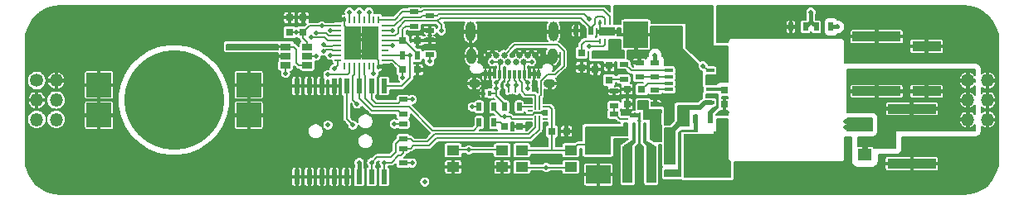
<source format=gbr>
G04 #@! TF.GenerationSoftware,KiCad,Pcbnew,(5.0.0)*
G04 #@! TF.CreationDate,2018-10-02T23:19:20-07:00*
G04 #@! TF.ProjectId,nixie_bottom_board,6E697869655F626F74746F6D5F626F61,rev?*
G04 #@! TF.SameCoordinates,Original*
G04 #@! TF.FileFunction,Copper,L1,Top*
G04 #@! TF.FilePolarity,Positive*
%FSLAX46Y46*%
G04 Gerber Fmt 4.6, Leading zero omitted, Abs format (unit mm)*
G04 Created by KiCad (PCBNEW (5.0.0)) date 10/02/18 23:19:20*
%MOMM*%
%LPD*%
G01*
G04 APERTURE LIST*
G04 #@! TA.AperFunction,ComponentPad*
%ADD10O,1.200000X0.900000*%
G04 #@! TD*
G04 #@! TA.AperFunction,ComponentPad*
%ADD11C,0.650000*%
G04 #@! TD*
G04 #@! TA.AperFunction,ComponentPad*
%ADD12O,1.000000X2.000000*%
G04 #@! TD*
G04 #@! TA.AperFunction,ComponentPad*
%ADD13O,1.000000X1.600000*%
G04 #@! TD*
G04 #@! TA.AperFunction,SMDPad,CuDef*
%ADD14R,0.300000X0.900000*%
G04 #@! TD*
G04 #@! TA.AperFunction,SMDPad,CuDef*
%ADD15R,0.500000X0.900000*%
G04 #@! TD*
G04 #@! TA.AperFunction,SMDPad,CuDef*
%ADD16R,1.725000X1.725000*%
G04 #@! TD*
G04 #@! TA.AperFunction,SMDPad,CuDef*
%ADD17R,0.250000X0.700000*%
G04 #@! TD*
G04 #@! TA.AperFunction,SMDPad,CuDef*
%ADD18R,0.700000X0.250000*%
G04 #@! TD*
G04 #@! TA.AperFunction,SMDPad,CuDef*
%ADD19R,1.000000X3.800000*%
G04 #@! TD*
G04 #@! TA.AperFunction,SMDPad,CuDef*
%ADD20R,0.750000X0.800000*%
G04 #@! TD*
G04 #@! TA.AperFunction,BGAPad,CuDef*
%ADD21C,10.200000*%
G04 #@! TD*
G04 #@! TA.AperFunction,SMDPad,CuDef*
%ADD22R,2.500000X2.500000*%
G04 #@! TD*
G04 #@! TA.AperFunction,SMDPad,CuDef*
%ADD23R,0.800000X0.800000*%
G04 #@! TD*
G04 #@! TA.AperFunction,SMDPad,CuDef*
%ADD24R,0.800000X0.750000*%
G04 #@! TD*
G04 #@! TA.AperFunction,SMDPad,CuDef*
%ADD25R,0.600000X1.500000*%
G04 #@! TD*
G04 #@! TA.AperFunction,ComponentPad*
%ADD26C,1.350000*%
G04 #@! TD*
G04 #@! TA.AperFunction,ComponentPad*
%ADD27O,1.350000X1.350000*%
G04 #@! TD*
G04 #@! TA.AperFunction,SMDPad,CuDef*
%ADD28R,0.200000X0.700000*%
G04 #@! TD*
G04 #@! TA.AperFunction,SMDPad,CuDef*
%ADD29R,0.500000X0.200000*%
G04 #@! TD*
G04 #@! TA.AperFunction,SMDPad,CuDef*
%ADD30R,0.250000X1.800000*%
G04 #@! TD*
G04 #@! TA.AperFunction,SMDPad,CuDef*
%ADD31R,0.600000X0.250000*%
G04 #@! TD*
G04 #@! TA.AperFunction,SMDPad,CuDef*
%ADD32R,0.250000X0.600000*%
G04 #@! TD*
G04 #@! TA.AperFunction,SMDPad,CuDef*
%ADD33R,1.300000X1.000000*%
G04 #@! TD*
G04 #@! TA.AperFunction,SMDPad,CuDef*
%ADD34R,0.200000X0.200000*%
G04 #@! TD*
G04 #@! TA.AperFunction,SMDPad,CuDef*
%ADD35R,0.300000X0.550000*%
G04 #@! TD*
G04 #@! TA.AperFunction,SMDPad,CuDef*
%ADD36R,2.550000X2.700000*%
G04 #@! TD*
G04 #@! TA.AperFunction,SMDPad,CuDef*
%ADD37R,2.500000X1.950000*%
G04 #@! TD*
G04 #@! TA.AperFunction,SMDPad,CuDef*
%ADD38R,1.150000X0.700000*%
G04 #@! TD*
G04 #@! TA.AperFunction,SMDPad,CuDef*
%ADD39R,3.300000X4.200000*%
G04 #@! TD*
G04 #@! TA.AperFunction,SMDPad,CuDef*
%ADD40R,1.300000X4.700000*%
G04 #@! TD*
G04 #@! TA.AperFunction,SMDPad,CuDef*
%ADD41R,1.250000X1.000000*%
G04 #@! TD*
G04 #@! TA.AperFunction,SMDPad,CuDef*
%ADD42R,3.000000X1.000000*%
G04 #@! TD*
G04 #@! TA.AperFunction,SMDPad,CuDef*
%ADD43R,5.000000X1.000000*%
G04 #@! TD*
G04 #@! TA.AperFunction,SMDPad,CuDef*
%ADD44R,0.900000X0.500000*%
G04 #@! TD*
G04 #@! TA.AperFunction,ComponentPad*
%ADD45C,0.800000*%
G04 #@! TD*
G04 #@! TA.AperFunction,ComponentPad*
%ADD46C,4.500000*%
G04 #@! TD*
G04 #@! TA.AperFunction,ComponentPad*
%ADD47C,5.000000*%
G04 #@! TD*
G04 #@! TA.AperFunction,SMDPad,CuDef*
%ADD48R,0.700000X1.300000*%
G04 #@! TD*
G04 #@! TA.AperFunction,SMDPad,CuDef*
%ADD49R,1.060000X0.650000*%
G04 #@! TD*
G04 #@! TA.AperFunction,SMDPad,CuDef*
%ADD50R,0.825000X0.712500*%
G04 #@! TD*
G04 #@! TA.AperFunction,SMDPad,CuDef*
%ADD51R,0.890000X0.420000*%
G04 #@! TD*
G04 #@! TA.AperFunction,SMDPad,CuDef*
%ADD52R,1.400000X1.200000*%
G04 #@! TD*
G04 #@! TA.AperFunction,SMDPad,CuDef*
%ADD53R,0.700000X0.900000*%
G04 #@! TD*
G04 #@! TA.AperFunction,SMDPad,CuDef*
%ADD54R,0.250000X0.500000*%
G04 #@! TD*
G04 #@! TA.AperFunction,SMDPad,CuDef*
%ADD55R,1.600000X0.900000*%
G04 #@! TD*
G04 #@! TA.AperFunction,ViaPad*
%ADD56C,0.508000*%
G04 #@! TD*
G04 #@! TA.AperFunction,Conductor*
%ADD57C,0.200000*%
G04 #@! TD*
G04 #@! TA.AperFunction,Conductor*
%ADD58C,0.300000*%
G04 #@! TD*
G04 #@! TA.AperFunction,Conductor*
%ADD59C,0.400000*%
G04 #@! TD*
G04 #@! TA.AperFunction,Conductor*
%ADD60C,0.150000*%
G04 #@! TD*
G04 #@! TA.AperFunction,Conductor*
%ADD61C,0.127000*%
G04 #@! TD*
G04 #@! TA.AperFunction,Conductor*
%ADD62C,0.100000*%
G04 #@! TD*
G04 APERTURE END LIST*
D10*
G04 #@! TO.P,J1,S1*
G04 #@! TO.N,/GND*
X146155000Y-98310000D03*
X153845000Y-98310000D03*
D11*
G04 #@! TO.P,J1,B11*
X152400000Y-95410000D03*
G04 #@! TO.P,J1,B10*
X151600000Y-95410000D03*
G04 #@! TO.P,J1,B8*
X150800000Y-95410000D03*
G04 #@! TO.P,J1,B5*
G04 #@! TO.N,/CC2*
X149200000Y-95410000D03*
G04 #@! TO.P,J1,B3*
G04 #@! TO.N,/GND*
X148400000Y-95410000D03*
G04 #@! TO.P,J1,B2*
X147600000Y-95410000D03*
G04 #@! TO.P,J1,B12*
X152800000Y-96110000D03*
G04 #@! TO.P,J1,B9*
G04 #@! TO.N,/VBUS*
X151200000Y-96110000D03*
G04 #@! TO.P,J1,B7*
G04 #@! TO.N,/USB_N*
X150400000Y-96110000D03*
G04 #@! TO.P,J1,B6*
G04 #@! TO.N,/USB_P*
X149600000Y-96110000D03*
G04 #@! TO.P,J1,B4*
G04 #@! TO.N,/VBUS*
X148800000Y-96110000D03*
G04 #@! TO.P,J1,B1*
G04 #@! TO.N,/GND*
X147200000Y-96110000D03*
D12*
G04 #@! TO.P,J1,S1*
X154220000Y-92995000D03*
X145780000Y-92995000D03*
D13*
X145870000Y-95510000D03*
D14*
G04 #@! TO.P,J1,A11*
X147750000Y-97330000D03*
G04 #@! TO.P,J1,A8*
X149250000Y-97330000D03*
G04 #@! TO.P,J1,A9*
G04 #@! TO.N,/VBUS*
X148750000Y-97330000D03*
G04 #@! TO.P,J1,A10*
G04 #@! TO.N,/GND*
X148250000Y-97330000D03*
G04 #@! TO.P,J1,A12*
X147250000Y-97330000D03*
G04 #@! TO.P,J1,A7*
G04 #@! TO.N,/USB_N*
X149750000Y-97330000D03*
G04 #@! TO.P,J1,A6*
G04 #@! TO.N,/USB_P*
X150250000Y-97330000D03*
G04 #@! TO.P,J1,A5*
G04 #@! TO.N,/CC1*
X150750000Y-97330000D03*
G04 #@! TO.P,J1,A4*
G04 #@! TO.N,/VBUS*
X151250000Y-97330000D03*
G04 #@! TO.P,J1,A3*
G04 #@! TO.N,/GND*
X151750000Y-97330000D03*
G04 #@! TO.P,J1,A2*
X152250000Y-97330000D03*
G04 #@! TO.P,J1,A1*
X152750000Y-97330000D03*
D13*
G04 #@! TO.P,J1,S1*
X154130000Y-95510000D03*
G04 #@! TD*
D15*
G04 #@! TO.P,R20,1*
G04 #@! TO.N,/HV_OUT*
X182550000Y-92500000D03*
G04 #@! TO.P,R20,2*
G04 #@! TO.N,Net-(R20-Pad2)*
X181050000Y-92500000D03*
G04 #@! TD*
G04 #@! TO.P,R21,2*
G04 #@! TO.N,Net-(R20-Pad2)*
X179950000Y-92500000D03*
G04 #@! TO.P,R21,1*
G04 #@! TO.N,/GND*
X178450000Y-92500000D03*
G04 #@! TD*
D16*
G04 #@! TO.P,U2,33*
G04 #@! TO.N,/GND*
X135512500Y-95012500D03*
X135512500Y-93287500D03*
X133787500Y-95012500D03*
X133787500Y-93287500D03*
D17*
G04 #@! TO.P,U2,32*
X136400000Y-96550000D03*
G04 #@! TO.P,U2,31*
G04 #@! TO.N,Net-(R2-Pad1)*
X135900000Y-96550000D03*
G04 #@! TO.P,U2,30*
G04 #@! TO.N,Net-(U2-Pad30)*
X135400000Y-96550000D03*
G04 #@! TO.P,U2,29*
G04 #@! TO.N,/LED*
X134900000Y-96550000D03*
G04 #@! TO.P,U2,28*
G04 #@! TO.N,/RTC*
X134400000Y-96550000D03*
G04 #@! TO.P,U2,27*
G04 #@! TO.N,/USB*
X133900000Y-96550000D03*
G04 #@! TO.P,U2,26*
G04 #@! TO.N,/SWO*
X133400000Y-96550000D03*
G04 #@! TO.P,U2,25*
G04 #@! TO.N,Net-(U2-Pad25)*
X132900000Y-96550000D03*
D18*
G04 #@! TO.P,U2,24*
G04 #@! TO.N,/SWCLK*
X132250000Y-95900000D03*
G04 #@! TO.P,U2,23*
G04 #@! TO.N,/SWDIO*
X132250000Y-95400000D03*
G04 #@! TO.P,U2,22*
G04 #@! TO.N,/USB_P*
X132250000Y-94900000D03*
G04 #@! TO.P,U2,21*
G04 #@! TO.N,/USB_N*
X132250000Y-94400000D03*
G04 #@! TO.P,U2,20*
G04 #@! TO.N,/SDA*
X132250000Y-93900000D03*
G04 #@! TO.P,U2,19*
G04 #@! TO.N,/SCL*
X132250000Y-93400000D03*
G04 #@! TO.P,U2,18*
G04 #@! TO.N,/MCO*
X132250000Y-92900000D03*
G04 #@! TO.P,U2,17*
G04 #@! TO.N,/VDD*
X132250000Y-92400000D03*
D17*
G04 #@! TO.P,U2,16*
G04 #@! TO.N,/GND*
X132900000Y-91750000D03*
G04 #@! TO.P,U2,15*
G04 #@! TO.N,/AMP_EN*
X133400000Y-91750000D03*
G04 #@! TO.P,U2,14*
G04 #@! TO.N,Net-(U2-Pad14)*
X133900000Y-91750000D03*
G04 #@! TO.P,U2,13*
G04 #@! TO.N,/NIXIE_EN*
X134400000Y-91750000D03*
G04 #@! TO.P,U2,12*
G04 #@! TO.N,Net-(U2-Pad12)*
X134900000Y-91750000D03*
G04 #@! TO.P,U2,11*
G04 #@! TO.N,/DAC*
X135400000Y-91750000D03*
G04 #@! TO.P,U2,10*
G04 #@! TO.N,Net-(U2-Pad10)*
X135900000Y-91750000D03*
G04 #@! TO.P,U2,9*
G04 #@! TO.N,/FAULT*
X136400000Y-91750000D03*
D18*
G04 #@! TO.P,U2,8*
G04 #@! TO.N,/HV_EN*
X137050000Y-92400000D03*
G04 #@! TO.P,U2,7*
G04 #@! TO.N,Net-(R20-Pad2)*
X137050000Y-92900000D03*
G04 #@! TO.P,U2,6*
G04 #@! TO.N,/ILM*
X137050000Y-93400000D03*
G04 #@! TO.P,U2,5*
G04 #@! TO.N,/VDD*
X137050000Y-93900000D03*
G04 #@! TO.P,U2,4*
G04 #@! TO.N,/NRST*
X137050000Y-94400000D03*
G04 #@! TO.P,U2,3*
G04 #@! TO.N,Net-(U2-Pad3)*
X137050000Y-94900000D03*
G04 #@! TO.P,U2,2*
G04 #@! TO.N,/32kHz*
X137050000Y-95400000D03*
G04 #@! TO.P,U2,1*
G04 #@! TO.N,/VDD*
X137050000Y-95900000D03*
G04 #@! TD*
D19*
G04 #@! TO.P,L1,1*
G04 #@! TO.N,Net-(L1-Pad1)*
X164200000Y-106600000D03*
G04 #@! TO.P,L1,2*
G04 #@! TO.N,Net-(L1-Pad2)*
X161800000Y-106600000D03*
G04 #@! TD*
D20*
G04 #@! TO.P,C17,1*
G04 #@! TO.N,Net-(C17-Pad1)*
X157100000Y-95150000D03*
G04 #@! TO.P,C17,2*
G04 #@! TO.N,/GND*
X157100000Y-96650000D03*
G04 #@! TD*
D21*
G04 #@! TO.P,BT1,1*
G04 #@! TO.N,Net-(BT1-Pad1)*
X115500000Y-100000000D03*
D22*
G04 #@! TO.P,BT1,2*
G04 #@! TO.N,/GND*
X107850000Y-101550000D03*
X107850000Y-98450000D03*
X123150000Y-101550000D03*
X123150000Y-98450000D03*
G04 #@! TD*
D23*
G04 #@! TO.P,D5,1*
G04 #@! TO.N,/GND*
X150800000Y-102700000D03*
G04 #@! TO.P,D5,2*
G04 #@! TO.N,Net-(D5-Pad2)*
X149200000Y-102700000D03*
G04 #@! TD*
D15*
G04 #@! TO.P,R13,2*
G04 #@! TO.N,Net-(D5-Pad2)*
X148150000Y-102300000D03*
G04 #@! TO.P,R13,1*
G04 #@! TO.N,/LED*
X146650000Y-102300000D03*
G04 #@! TD*
D24*
G04 #@! TO.P,C12,1*
G04 #@! TO.N,/VDD*
X138850000Y-96900000D03*
G04 #@! TO.P,C12,2*
G04 #@! TO.N,/GND*
X140350000Y-96900000D03*
G04 #@! TD*
G04 #@! TO.P,C13,2*
G04 #@! TO.N,/GND*
X140350000Y-93900000D03*
G04 #@! TO.P,C13,1*
G04 #@! TO.N,/VDD*
X138850000Y-93900000D03*
G04 #@! TD*
D25*
G04 #@! TO.P,U4,1*
G04 #@! TO.N,/32kHz*
X136945000Y-98550000D03*
G04 #@! TO.P,U4,2*
G04 #@! TO.N,/VDD*
X135675000Y-98550000D03*
G04 #@! TO.P,U4,3*
G04 #@! TO.N,/RTC*
X134405000Y-98550000D03*
G04 #@! TO.P,U4,4*
G04 #@! TO.N,/NRST*
X133135000Y-98550000D03*
G04 #@! TO.P,U4,5*
G04 #@! TO.N,/GND*
X131865000Y-98550000D03*
G04 #@! TO.P,U4,6*
X130595000Y-98550000D03*
G04 #@! TO.P,U4,7*
X129325000Y-98550000D03*
G04 #@! TO.P,U4,8*
X128055000Y-98550000D03*
G04 #@! TO.P,U4,9*
X128055000Y-107850000D03*
G04 #@! TO.P,U4,10*
X129325000Y-107850000D03*
G04 #@! TO.P,U4,11*
X130595000Y-107850000D03*
G04 #@! TO.P,U4,12*
X131865000Y-107850000D03*
G04 #@! TO.P,U4,13*
X133135000Y-107850000D03*
G04 #@! TO.P,U4,14*
G04 #@! TO.N,Net-(BT1-Pad1)*
X134405000Y-107850000D03*
G04 #@! TO.P,U4,15*
G04 #@! TO.N,/SDA*
X135675000Y-107850000D03*
G04 #@! TO.P,U4,16*
G04 #@! TO.N,/SCL*
X136945000Y-107850000D03*
G04 #@! TD*
D15*
G04 #@! TO.P,R1,1*
G04 #@! TO.N,/VBUS*
X149250000Y-100700000D03*
G04 #@! TO.P,R1,2*
G04 #@! TO.N,Net-(R1-Pad2)*
X150750000Y-100700000D03*
G04 #@! TD*
D26*
G04 #@! TO.P,J4,1*
G04 #@! TO.N,/VNIXIE*
X101500000Y-98000000D03*
D27*
G04 #@! TO.P,J4,2*
G04 #@! TO.N,/GND*
X103500000Y-98000000D03*
G04 #@! TO.P,J4,3*
X101500000Y-100000000D03*
G04 #@! TO.P,J4,4*
G04 #@! TO.N,/SCL*
X103500000Y-100000000D03*
G04 #@! TO.P,J4,5*
G04 #@! TO.N,/NIXIE_EN*
X101500000Y-102000000D03*
G04 #@! TO.P,J4,6*
G04 #@! TO.N,/SDA*
X103500000Y-102000000D03*
G04 #@! TD*
D26*
G04 #@! TO.P,J3,1*
G04 #@! TO.N,/HV_OUT*
X196500000Y-98000000D03*
D27*
G04 #@! TO.P,J3,2*
G04 #@! TO.N,/GND*
X198500000Y-98000000D03*
G04 #@! TO.P,J3,3*
G04 #@! TO.N,/HV_OUT*
X196500000Y-100000000D03*
G04 #@! TO.P,J3,4*
G04 #@! TO.N,/GND*
X198500000Y-100000000D03*
G04 #@! TO.P,J3,5*
G04 #@! TO.N,/HV_OUT*
X196500000Y-102000000D03*
G04 #@! TO.P,J3,6*
G04 #@! TO.N,/GND*
X198500000Y-102000000D03*
G04 #@! TD*
D28*
G04 #@! TO.P,U1,1*
G04 #@! TO.N,/CC2*
X152800000Y-100650000D03*
G04 #@! TO.P,U1,2*
G04 #@! TO.N,/CC1*
X152400000Y-100650000D03*
D29*
G04 #@! TO.P,U1,3*
G04 #@! TO.N,Net-(R1-Pad2)*
X151850000Y-100700000D03*
G04 #@! TO.P,U1,4*
G04 #@! TO.N,Net-(U1-Pad4)*
X151850000Y-101100000D03*
G04 #@! TO.P,U1,5*
G04 #@! TO.N,/GND*
X151850000Y-101500000D03*
G04 #@! TO.P,U1,6*
G04 #@! TO.N,/USB*
X151850000Y-101900000D03*
D28*
G04 #@! TO.P,U1,7*
G04 #@! TO.N,/SDA*
X152400000Y-101950000D03*
G04 #@! TO.P,U1,8*
G04 #@! TO.N,/SCL*
X152800000Y-101950000D03*
D29*
G04 #@! TO.P,U1,9*
G04 #@! TO.N,Net-(U1-Pad9)*
X153350000Y-101900000D03*
G04 #@! TO.P,U1,10*
G04 #@! TO.N,/GND*
X153350000Y-101500000D03*
G04 #@! TO.P,U1,11*
X153350000Y-101100000D03*
G04 #@! TO.P,U1,12*
G04 #@! TO.N,/VDD*
X153350000Y-100700000D03*
G04 #@! TD*
D30*
G04 #@! TO.P,U3,1*
G04 #@! TO.N,Net-(L1-Pad2)*
X162500000Y-103250000D03*
G04 #@! TO.P,U3,2*
G04 #@! TO.N,/GND*
X163000000Y-103250000D03*
G04 #@! TO.P,U3,3*
G04 #@! TO.N,Net-(L1-Pad1)*
X163500000Y-103250000D03*
D31*
G04 #@! TO.P,U3,4*
G04 #@! TO.N,/VBUS*
X164400000Y-103450000D03*
G04 #@! TO.P,U3,5*
X164400000Y-102950000D03*
G04 #@! TO.P,U3,6*
X164400000Y-102450000D03*
G04 #@! TO.P,U3,7*
X164400000Y-101950000D03*
D32*
G04 #@! TO.P,U3,8*
X163500000Y-101550000D03*
G04 #@! TO.P,U3,9*
G04 #@! TO.N,/GND*
X163000000Y-101550000D03*
G04 #@! TO.P,U3,10*
X162500000Y-101550000D03*
D31*
G04 #@! TO.P,U3,11*
G04 #@! TO.N,Net-(R16-Pad1)*
X161600000Y-101950000D03*
G04 #@! TO.P,U3,12*
G04 #@! TO.N,/VDD*
X161600000Y-102450000D03*
G04 #@! TO.P,U3,13*
X161600000Y-102950000D03*
G04 #@! TO.P,U3,14*
X161600000Y-103450000D03*
G04 #@! TD*
D33*
G04 #@! TO.P,SW1,1*
G04 #@! TO.N,/GND*
X149000000Y-106850000D03*
G04 #@! TO.P,SW1,2*
G04 #@! TO.N,/NRST*
X149000000Y-105150000D03*
X144000000Y-105140000D03*
G04 #@! TO.P,SW1,1*
G04 #@! TO.N,/GND*
X144000000Y-106850000D03*
G04 #@! TD*
G04 #@! TO.P,SW2,1*
G04 #@! TO.N,Net-(R2-Pad1)*
X156000000Y-106850000D03*
G04 #@! TO.P,SW2,2*
G04 #@! TO.N,/VDD*
X156000000Y-105150000D03*
X151000000Y-105140000D03*
G04 #@! TO.P,SW2,1*
G04 #@! TO.N,Net-(R2-Pad1)*
X151000000Y-106850000D03*
G04 #@! TD*
D34*
G04 #@! TO.P,D2,3*
G04 #@! TO.N,/CC2*
X152940000Y-99450000D03*
G04 #@! TO.P,D2,2*
G04 #@! TO.N,/CC1*
X152260000Y-99450000D03*
G04 #@! TO.P,D2,1*
G04 #@! TO.N,/GND*
X152600000Y-99150000D03*
G04 #@! TD*
G04 #@! TO.P,D3,3*
G04 #@! TO.N,/USB_N*
X149660000Y-99150000D03*
G04 #@! TO.P,D3,2*
G04 #@! TO.N,/USB_P*
X150340000Y-99150000D03*
G04 #@! TO.P,D3,1*
G04 #@! TO.N,/GND*
X150000000Y-99450000D03*
G04 #@! TD*
D35*
G04 #@! TO.P,D1,2*
G04 #@! TO.N,/GND*
X147050000Y-99300000D03*
G04 #@! TO.P,D1,1*
G04 #@! TO.N,/VBUS*
X147750000Y-99300000D03*
G04 #@! TD*
D20*
G04 #@! TO.P,C16,2*
G04 #@! TO.N,/GND*
X127300000Y-91550000D03*
G04 #@! TO.P,C16,1*
G04 #@! TO.N,/VDD*
X127300000Y-93050000D03*
G04 #@! TD*
D15*
G04 #@! TO.P,R3,1*
G04 #@! TO.N,/VDD*
X146650000Y-100700000D03*
G04 #@! TO.P,R3,2*
G04 #@! TO.N,/USB*
X148150000Y-100700000D03*
G04 #@! TD*
D24*
G04 #@! TO.P,C3,1*
G04 #@! TO.N,/VBUS*
X163250000Y-100400000D03*
G04 #@! TO.P,C3,2*
G04 #@! TO.N,/GND*
X161750000Y-100400000D03*
G04 #@! TD*
D36*
G04 #@! TO.P,C1,1*
G04 #@! TO.N,/GND*
X162650000Y-93300000D03*
G04 #@! TO.P,C1,2*
G04 #@! TO.N,/HV_IN*
X169000000Y-93300000D03*
G04 #@! TD*
D37*
G04 #@! TO.P,C11,2*
G04 #@! TO.N,/VDD*
X158800000Y-104575000D03*
G04 #@! TO.P,C11,1*
G04 #@! TO.N,/GND*
X158800000Y-107625000D03*
G04 #@! TD*
D38*
G04 #@! TO.P,Q1,2*
G04 #@! TO.N,Net-(Q1-Pad2)*
X166100000Y-107510000D03*
D39*
G04 #@! TO.P,Q1,1*
G04 #@! TO.N,Net-(Q1-Pad1)*
X169135000Y-105600000D03*
D40*
X171200000Y-105600000D03*
D38*
G04 #@! TO.P,Q1,3*
G04 #@! TO.N,Net-(Q1-Pad3)*
X166100000Y-106240000D03*
X166100000Y-103690000D03*
X166100000Y-104960000D03*
G04 #@! TD*
D20*
G04 #@! TO.P,C15,1*
G04 #@! TO.N,/GND*
X128700000Y-91550000D03*
G04 #@! TO.P,C15,2*
G04 #@! TO.N,/VDD*
X128700000Y-93050000D03*
G04 #@! TD*
D24*
G04 #@! TO.P,C14,1*
G04 #@! TO.N,/GND*
X155550000Y-103200000D03*
G04 #@! TO.P,C14,2*
G04 #@! TO.N,/VDD*
X154050000Y-103200000D03*
G04 #@! TD*
D20*
G04 #@! TO.P,C2,1*
G04 #@! TO.N,/VBUS*
X158500000Y-95350000D03*
G04 #@! TO.P,C2,2*
G04 #@! TO.N,/GND*
X158500000Y-96850000D03*
G04 #@! TD*
D24*
G04 #@! TO.P,C6,1*
G04 #@! TO.N,Net-(C6-Pad1)*
X163250000Y-98900000D03*
G04 #@! TO.P,C6,2*
G04 #@! TO.N,/GND*
X161750000Y-98900000D03*
G04 #@! TD*
D41*
G04 #@! TO.P,C4,2*
G04 #@! TO.N,/HV_IN*
X171500000Y-95600000D03*
G04 #@! TO.P,C4,1*
G04 #@! TO.N,/GND*
X171500000Y-93600000D03*
G04 #@! TD*
D42*
G04 #@! TO.P,C9,2*
G04 #@! TO.N,/HV_OUT*
X192300000Y-99100000D03*
G04 #@! TO.P,C9,1*
G04 #@! TO.N,/GND*
X192300000Y-94500000D03*
G04 #@! TD*
D43*
G04 #@! TO.P,C8,2*
G04 #@! TO.N,/HV_OUT*
X190800000Y-100900000D03*
G04 #@! TO.P,C8,1*
G04 #@! TO.N,/GND*
X190800000Y-106500000D03*
G04 #@! TD*
D44*
G04 #@! TO.P,R19,1*
G04 #@! TO.N,/RTC*
X138900000Y-101450000D03*
G04 #@! TO.P,R19,2*
G04 #@! TO.N,/VDD*
X138900000Y-99950000D03*
G04 #@! TD*
D15*
G04 #@! TO.P,R18,1*
G04 #@! TO.N,/VDD*
X140350000Y-95400000D03*
G04 #@! TO.P,R18,2*
G04 #@! TO.N,/32kHz*
X138850000Y-95400000D03*
G04 #@! TD*
D44*
G04 #@! TO.P,R17,1*
G04 #@! TO.N,/GND*
X160400000Y-99050000D03*
G04 #@! TO.P,R17,2*
G04 #@! TO.N,Net-(R16-Pad1)*
X160400000Y-100550000D03*
G04 #@! TD*
G04 #@! TO.P,R16,1*
G04 #@! TO.N,Net-(R16-Pad1)*
X160400000Y-101450000D03*
G04 #@! TO.P,R16,2*
G04 #@! TO.N,/VDD*
X160400000Y-102950000D03*
G04 #@! TD*
D45*
G04 #@! TO.P,MH1,1*
G04 #@! TO.N,/GND*
X104237437Y-91862563D03*
X104750000Y-93100000D03*
X104237437Y-94337437D03*
X103000000Y-94850000D03*
X101762563Y-94337437D03*
X101250000Y-93100000D03*
X101762563Y-91862563D03*
X103000000Y-91350000D03*
D46*
X103000000Y-93100000D03*
G04 #@! TD*
G04 #@! TO.P,MH2,1*
G04 #@! TO.N,/GND*
X103000000Y-107000000D03*
D45*
X103000000Y-105250000D03*
X101762563Y-105762563D03*
X101250000Y-107000000D03*
X101762563Y-108237437D03*
X103000000Y-108750000D03*
X104237437Y-108237437D03*
X104750000Y-107000000D03*
X104237437Y-105762563D03*
G04 #@! TD*
G04 #@! TO.P,MH3,1*
G04 #@! TO.N,/GND*
X198237437Y-91762563D03*
X198750000Y-93000000D03*
X198237437Y-94237437D03*
X197000000Y-94750000D03*
X195762563Y-94237437D03*
X195250000Y-93000000D03*
X195762563Y-91762563D03*
X197000000Y-91250000D03*
D46*
X197000000Y-93000000D03*
G04 #@! TD*
G04 #@! TO.P,MH4,1*
G04 #@! TO.N,/GND*
X197000000Y-107200000D03*
D45*
X197000000Y-105450000D03*
X195762563Y-105962563D03*
X195250000Y-107200000D03*
X195762563Y-108437437D03*
X197000000Y-108950000D03*
X198237437Y-108437437D03*
X198750000Y-107200000D03*
X198237437Y-105962563D03*
G04 #@! TD*
D47*
G04 #@! TO.P,MH6,1*
G04 #@! TO.N,/GND*
X157000000Y-100000000D03*
D45*
X158875000Y-100000000D03*
X158325825Y-101325825D03*
X157000000Y-101875000D03*
X155674175Y-101325825D03*
X155125000Y-100000000D03*
X155674175Y-98674175D03*
X157000000Y-98125000D03*
X158325825Y-98674175D03*
G04 #@! TD*
G04 #@! TO.P,MH5,1*
G04 #@! TO.N,/GND*
X144325825Y-98674175D03*
X143000000Y-98125000D03*
X141674175Y-98674175D03*
X141125000Y-100000000D03*
X141674175Y-101325825D03*
X143000000Y-101875000D03*
X144325825Y-101325825D03*
X144875000Y-100000000D03*
D47*
X143000000Y-100000000D03*
G04 #@! TD*
D20*
G04 #@! TO.P,C5,2*
G04 #@! TO.N,/GND*
X159900000Y-96450000D03*
G04 #@! TO.P,C5,1*
G04 #@! TO.N,Net-(C5-Pad1)*
X159900000Y-97950000D03*
G04 #@! TD*
G04 #@! TO.P,C7,2*
G04 #@! TO.N,/GND*
X171700000Y-100450000D03*
G04 #@! TO.P,C7,1*
G04 #@! TO.N,Net-(C7-Pad1)*
X171700000Y-98950000D03*
G04 #@! TD*
D44*
G04 #@! TO.P,R9,1*
G04 #@! TO.N,/GND*
X163000000Y-96150000D03*
G04 #@! TO.P,R9,2*
G04 #@! TO.N,Net-(R10-Pad2)*
X163000000Y-97650000D03*
G04 #@! TD*
G04 #@! TO.P,R6,1*
G04 #@! TO.N,/GND*
X164600000Y-100450000D03*
G04 #@! TO.P,R6,2*
G04 #@! TO.N,Net-(R6-Pad2)*
X164600000Y-98950000D03*
G04 #@! TD*
G04 #@! TO.P,R7,1*
G04 #@! TO.N,Net-(R7-Pad1)*
X161400000Y-96350000D03*
G04 #@! TO.P,R7,2*
G04 #@! TO.N,Net-(C5-Pad1)*
X161400000Y-97850000D03*
G04 #@! TD*
G04 #@! TO.P,R5,1*
G04 #@! TO.N,/SCL*
X138900000Y-104950000D03*
G04 #@! TO.P,R5,2*
G04 #@! TO.N,/VDD*
X138900000Y-106450000D03*
G04 #@! TD*
G04 #@! TO.P,R2,1*
G04 #@! TO.N,Net-(R2-Pad1)*
X141600000Y-95350000D03*
G04 #@! TO.P,R2,2*
G04 #@! TO.N,/GND*
X141600000Y-93850000D03*
G04 #@! TD*
D15*
G04 #@! TO.P,R8,1*
G04 #@! TO.N,Net-(Q1-Pad2)*
X168750000Y-101900000D03*
G04 #@! TO.P,R8,2*
G04 #@! TO.N,Net-(R8-Pad2)*
X170250000Y-101900000D03*
G04 #@! TD*
D44*
G04 #@! TO.P,R10,2*
G04 #@! TO.N,Net-(R10-Pad2)*
X164600000Y-97650000D03*
G04 #@! TO.P,R10,1*
G04 #@! TO.N,/HV_OUT*
X164600000Y-96150000D03*
G04 #@! TD*
D43*
G04 #@! TO.P,C10,1*
G04 #@! TO.N,/GND*
X187200000Y-93500000D03*
G04 #@! TO.P,C10,2*
G04 #@! TO.N,/HV_OUT*
X187200000Y-99100000D03*
G04 #@! TD*
D44*
G04 #@! TO.P,R4,1*
G04 #@! TO.N,/SDA*
X138900000Y-103950000D03*
G04 #@! TO.P,R4,2*
G04 #@! TO.N,/VDD*
X138900000Y-102450000D03*
G04 #@! TD*
D48*
G04 #@! TO.P,R11,2*
G04 #@! TO.N,Net-(Q1-Pad3)*
X167750000Y-101900000D03*
G04 #@! TO.P,R11,1*
G04 #@! TO.N,/GND*
X165850000Y-101900000D03*
G04 #@! TD*
D49*
G04 #@! TO.P,U5,1*
G04 #@! TO.N,/VNIXIE*
X126900000Y-94550000D03*
G04 #@! TO.P,U5,2*
G04 #@! TO.N,/GND*
X126900000Y-95500000D03*
G04 #@! TO.P,U5,3*
G04 #@! TO.N,/DAC*
X126900000Y-96450000D03*
G04 #@! TO.P,U5,4*
G04 #@! TO.N,/VNIXIE*
X129100000Y-96450000D03*
G04 #@! TO.P,U5,6*
G04 #@! TO.N,/VDD*
X129100000Y-94550000D03*
G04 #@! TO.P,U5,5*
G04 #@! TO.N,/AMP_EN*
X129100000Y-95500000D03*
G04 #@! TD*
D50*
G04 #@! TO.P,U6,13*
G04 #@! TO.N,/GND*
X167687500Y-97531250D03*
X167687500Y-98243750D03*
X167687500Y-98956250D03*
X167687500Y-99668750D03*
X168512500Y-97531250D03*
X168512500Y-98243750D03*
X168512500Y-98956250D03*
X168512500Y-99668750D03*
D51*
G04 #@! TO.P,U6,12*
G04 #@! TO.N,/HV_EN*
X170205000Y-96975000D03*
G04 #@! TO.P,U6,11*
G04 #@! TO.N,/HV_IN*
X170205000Y-97625000D03*
G04 #@! TO.P,U6,10*
X170205000Y-98275000D03*
G04 #@! TO.P,U6,9*
G04 #@! TO.N,Net-(C7-Pad1)*
X170205000Y-98925000D03*
G04 #@! TO.P,U6,8*
G04 #@! TO.N,Net-(R8-Pad2)*
X170205000Y-99575000D03*
G04 #@! TO.P,U6,7*
G04 #@! TO.N,Net-(Q1-Pad3)*
X170205000Y-100225000D03*
G04 #@! TO.P,U6,6*
G04 #@! TO.N,/GND*
X165995000Y-100225000D03*
G04 #@! TO.P,U6,5*
X165995000Y-99575000D03*
G04 #@! TO.P,U6,4*
G04 #@! TO.N,Net-(R6-Pad2)*
X165995000Y-98925000D03*
G04 #@! TO.P,U6,3*
G04 #@! TO.N,Net-(C6-Pad1)*
X165995000Y-98275000D03*
G04 #@! TO.P,U6,2*
G04 #@! TO.N,Net-(R10-Pad2)*
X165995000Y-97625000D03*
G04 #@! TO.P,U6,1*
G04 #@! TO.N,Net-(R7-Pad1)*
X165995000Y-96975000D03*
G04 #@! TD*
D52*
G04 #@! TO.P,D4,1*
G04 #@! TO.N,/HV_OUT*
X186000000Y-105550000D03*
G04 #@! TO.P,D4,2*
G04 #@! TO.N,Net-(D4-Pad2)*
X186000000Y-102450000D03*
G04 #@! TD*
D44*
G04 #@! TO.P,R12,2*
G04 #@! TO.N,/GND*
X141600000Y-92850000D03*
G04 #@! TO.P,R12,1*
G04 #@! TO.N,/HV_EN*
X141600000Y-91350000D03*
G04 #@! TD*
D15*
G04 #@! TO.P,R14,2*
G04 #@! TO.N,/GND*
X156550000Y-92900000D03*
G04 #@! TO.P,R14,1*
G04 #@! TO.N,/ILM*
X158050000Y-92900000D03*
G04 #@! TD*
D44*
G04 #@! TO.P,R15,1*
G04 #@! TO.N,/VDD*
X140000000Y-92450000D03*
G04 #@! TO.P,R15,2*
G04 #@! TO.N,/FAULT*
X140000000Y-90950000D03*
G04 #@! TD*
D53*
G04 #@! TO.P,U7,9*
G04 #@! TO.N,/GND*
X159250000Y-93000000D03*
X160150000Y-93000000D03*
D54*
G04 #@! TO.P,U7,6*
G04 #@! TO.N,/FAULT*
X159950000Y-92050000D03*
G04 #@! TO.P,U7,5*
G04 #@! TO.N,/HV_IN*
X160450000Y-92050000D03*
G04 #@! TO.P,U7,4*
G04 #@! TO.N,/VBUS*
X160450000Y-93950000D03*
G04 #@! TO.P,U7,2*
G04 #@! TO.N,/HV_EN*
X159450000Y-93950000D03*
G04 #@! TO.P,U7,1*
G04 #@! TO.N,Net-(C17-Pad1)*
X158950000Y-93950000D03*
D55*
G04 #@! TO.P,U7,9*
G04 #@! TO.N,/GND*
X159700000Y-93000000D03*
D54*
G04 #@! TO.P,U7,8*
X158950000Y-92050000D03*
G04 #@! TO.P,U7,7*
G04 #@! TO.N,/ILM*
X159450000Y-92050000D03*
G04 #@! TO.P,U7,3*
G04 #@! TO.N,/VBUS*
X159950000Y-93950000D03*
G04 #@! TD*
D56*
G04 #@! TO.N,Net-(Q1-Pad1)*
X171200000Y-105200000D03*
X171800000Y-105200000D03*
X171200000Y-104600000D03*
X171800000Y-104600000D03*
X171200000Y-104000000D03*
X171800000Y-104000000D03*
X171200000Y-103400000D03*
X171800000Y-103400000D03*
X171200000Y-102800000D03*
X171800000Y-102800000D03*
X171200000Y-102200000D03*
X171800000Y-102200000D03*
G04 #@! TO.N,/HV_OUT*
X164600000Y-95400000D03*
X190250000Y-99900000D03*
X183200000Y-92500000D03*
G04 #@! TO.N,/VBUS*
X165000000Y-101400000D03*
X164400000Y-101400000D03*
X165000000Y-102000000D03*
X165000000Y-102600000D03*
X165000000Y-103200000D03*
X160200000Y-94900000D03*
X159300000Y-95400000D03*
X159900000Y-95400000D03*
X160500000Y-95400000D03*
X161100000Y-95400000D03*
X160800000Y-94900000D03*
X151600000Y-98200000D03*
X151600000Y-98800000D03*
X148400000Y-98200000D03*
X148400000Y-98800000D03*
X148000000Y-96100000D03*
X165000000Y-103800000D03*
X152000000Y-96100000D03*
X163250000Y-100400000D03*
G04 #@! TO.N,/VDD*
X130600000Y-92400000D03*
X139800000Y-106450000D03*
X145950000Y-100700000D03*
X141100000Y-108400000D03*
X138000000Y-102450000D03*
X139800000Y-99950000D03*
X131230000Y-102565000D03*
X128000000Y-93050000D03*
X159600000Y-103100000D03*
X159000000Y-103100000D03*
X158400000Y-103100000D03*
X157800000Y-103100000D03*
X138850000Y-97700000D03*
X138850000Y-93900000D03*
G04 #@! TO.N,/VNIXIE*
X121200000Y-94550000D03*
G04 #@! TO.N,/SCL*
X130000000Y-93100000D03*
X136950000Y-106400000D03*
G04 #@! TO.N,/SDA*
X129500000Y-93600000D03*
X135675000Y-106400000D03*
G04 #@! TO.N,/HV_EN*
X169500000Y-96500000D03*
X157900000Y-94500000D03*
X157900000Y-91700000D03*
G04 #@! TO.N,/SWO*
X131225000Y-97400000D03*
G04 #@! TO.N,/NRST*
X137800000Y-94400000D03*
X145600000Y-105100000D03*
X133770000Y-102565000D03*
G04 #@! TO.N,/DAC*
X135400000Y-91000000D03*
X126900000Y-97250000D03*
G04 #@! TO.N,/USB_N*
X149600000Y-98500000D03*
X130800000Y-94325000D03*
G04 #@! TO.N,/USB_P*
X150400000Y-98500000D03*
X130800000Y-94975000D03*
G04 #@! TO.N,Net-(D4-Pad2)*
X184000000Y-102800000D03*
X184600000Y-102800000D03*
X185800000Y-102800000D03*
X186400000Y-102800000D03*
X186400000Y-102200000D03*
X185800000Y-102200000D03*
X184600000Y-102200000D03*
X184000000Y-102200000D03*
X185200000Y-102200000D03*
X185200000Y-102800000D03*
G04 #@! TO.N,/SWDIO*
X131500000Y-95400000D03*
G04 #@! TO.N,/SWCLK*
X131875000Y-96800000D03*
G04 #@! TO.N,/GND*
X134500000Y-93800000D03*
X133900000Y-93800000D03*
X133300000Y-93800000D03*
X134500000Y-95500000D03*
X133900000Y-95500000D03*
X133300000Y-95500000D03*
X171900000Y-101300000D03*
X171300000Y-101300000D03*
X167687500Y-99668750D03*
X168512500Y-99668750D03*
X168512500Y-98956250D03*
X167687500Y-98956250D03*
X167687500Y-98243750D03*
X168512500Y-98243750D03*
X168512500Y-97531250D03*
X167687500Y-97531250D03*
X128000000Y-92250000D03*
X166350000Y-100800000D03*
X165750000Y-100800000D03*
X164600000Y-99750000D03*
X164500000Y-92800000D03*
X162100000Y-95200000D03*
X162700000Y-95200000D03*
X163300000Y-95200000D03*
X132500000Y-102565000D03*
X129800000Y-101300000D03*
X130900000Y-96300000D03*
X137900000Y-97800000D03*
X157900000Y-106150000D03*
X158500000Y-106150000D03*
X159100000Y-106150000D03*
X159700000Y-106150000D03*
X163000000Y-105000000D03*
X163000000Y-105600000D03*
X163000000Y-106200000D03*
X163000000Y-106800000D03*
X163000000Y-107400000D03*
X165100000Y-92800000D03*
X164500000Y-93400000D03*
X165100000Y-93400000D03*
X150000000Y-100700000D03*
X165850000Y-96150000D03*
X166450000Y-96150000D03*
X166450000Y-95550000D03*
X165850000Y-95550000D03*
X151700000Y-102550000D03*
X172600000Y-93500000D03*
X173200000Y-93500000D03*
X173800000Y-93500000D03*
X174400000Y-93500000D03*
G04 #@! TO.N,/HV_IN*
X171800000Y-94800000D03*
X171200000Y-94800000D03*
X171200000Y-95400000D03*
X171800000Y-95400000D03*
X171800000Y-97200000D03*
X171800000Y-97800000D03*
X171200000Y-97200000D03*
X171200000Y-97800000D03*
X171800000Y-96600000D03*
X171200000Y-96600000D03*
X171200000Y-96000000D03*
X171800000Y-96000000D03*
G04 #@! TO.N,/USB*
X134200000Y-100400000D03*
X149250000Y-101700000D03*
G04 #@! TO.N,/ILM*
X142800000Y-92900000D03*
G04 #@! TO.N,/32kHz*
X139600000Y-95400000D03*
G04 #@! TO.N,/AMP_EN*
X130000000Y-95500000D03*
X133400000Y-91000000D03*
G04 #@! TO.N,Net-(BT1-Pad1)*
X114900000Y-100000000D03*
X115500000Y-100600000D03*
X115500000Y-99400000D03*
X134400000Y-106400000D03*
X116100000Y-100000000D03*
X115500000Y-100000000D03*
G04 #@! TO.N,/NIXIE_EN*
X134400000Y-91000000D03*
G04 #@! TO.N,/MCO*
X131500000Y-92900000D03*
G04 #@! TO.N,Net-(R2-Pad1)*
X135900000Y-97300000D03*
X153500000Y-106900000D03*
X141600000Y-96050000D03*
G04 #@! TO.N,Net-(R20-Pad2)*
X137800000Y-92900000D03*
X180500000Y-91000000D03*
G04 #@! TD*
D57*
G04 #@! TO.N,Net-(R1-Pad2)*
X150750000Y-100700000D02*
X151850000Y-100700000D01*
G04 #@! TO.N,Net-(R6-Pad2)*
X164625000Y-98925000D02*
X164600000Y-98950000D01*
X165995000Y-98925000D02*
X164625000Y-98925000D01*
D58*
G04 #@! TO.N,Net-(C7-Pad1)*
X171675000Y-98925000D02*
X171700000Y-98950000D01*
X170205000Y-98925000D02*
X171675000Y-98925000D01*
D59*
G04 #@! TO.N,/HV_OUT*
X164600000Y-96150000D02*
X164600000Y-95400000D01*
X182550000Y-92500000D02*
X183200000Y-92500000D01*
D57*
G04 #@! TO.N,/VBUS*
X148750000Y-96160000D02*
X148800000Y-96110000D01*
X148750000Y-97330000D02*
X148750000Y-96160000D01*
X151250000Y-97330000D02*
X151250000Y-96160000D01*
X151250000Y-96160000D02*
X151200000Y-96110000D01*
X151250000Y-97330000D02*
X151250000Y-97850000D01*
X151250000Y-97850000D02*
X151600000Y-98200000D01*
X151600000Y-98200000D02*
X151600000Y-98800000D01*
X148400000Y-98200000D02*
X148400000Y-98800000D01*
X149250000Y-100450000D02*
X149250000Y-100700000D01*
X148400000Y-99600000D02*
X149250000Y-100450000D01*
X147750000Y-99300000D02*
X148400000Y-99300000D01*
X148400000Y-98800000D02*
X148400000Y-99300000D01*
X148400000Y-99300000D02*
X148400000Y-99600000D01*
X148750000Y-97330000D02*
X148750000Y-97850000D01*
X148750000Y-97850000D02*
X148400000Y-98200000D01*
X148800000Y-96110000D02*
X148010000Y-96110000D01*
X148010000Y-96110000D02*
X148000000Y-96100000D01*
X151990000Y-96110000D02*
X152000000Y-96100000D01*
X151200000Y-96110000D02*
X151990000Y-96110000D01*
G04 #@! TO.N,/VDD*
X154000000Y-103150000D02*
X154050000Y-103200000D01*
X157925000Y-103900000D02*
X158800000Y-104775000D01*
X156000000Y-105150000D02*
X156150000Y-105150000D01*
X156725000Y-104575000D02*
X158800000Y-104575000D01*
X156150000Y-105150000D02*
X156725000Y-104575000D01*
X156000000Y-105150000D02*
X155950000Y-105150000D01*
X128700000Y-93650000D02*
X128700000Y-93050000D01*
X129100000Y-94550000D02*
X129100000Y-94050000D01*
X129100000Y-94050000D02*
X128700000Y-93650000D01*
X127300000Y-93050000D02*
X128000000Y-93050000D01*
X129350000Y-92400000D02*
X128700000Y-93050000D01*
X132250000Y-92400000D02*
X130600000Y-92400000D01*
X130600000Y-92400000D02*
X129350000Y-92400000D01*
X138900000Y-106450000D02*
X139800000Y-106450000D01*
X155990000Y-105140000D02*
X156000000Y-105150000D01*
X154050000Y-105090000D02*
X154100000Y-105140000D01*
X154050000Y-103200000D02*
X154050000Y-105090000D01*
X151000000Y-105140000D02*
X154100000Y-105140000D01*
X154100000Y-105140000D02*
X155990000Y-105140000D01*
X146650000Y-100700000D02*
X145950000Y-100700000D01*
X138900000Y-102450000D02*
X138000000Y-102450000D01*
X137050000Y-93900000D02*
X138650000Y-93900000D01*
X138900000Y-99950000D02*
X139800000Y-99950000D01*
X128000000Y-93050000D02*
X128700000Y-93050000D01*
X154050000Y-100900000D02*
X154050000Y-103200000D01*
X153350000Y-100700000D02*
X153850000Y-100700000D01*
X153850000Y-100700000D02*
X154050000Y-100900000D01*
X135675000Y-99875000D02*
X135675000Y-98550000D01*
X136100000Y-100300000D02*
X135675000Y-99875000D01*
X138400000Y-100300000D02*
X136100000Y-100300000D01*
X138900000Y-99950000D02*
X138750000Y-99950000D01*
X138750000Y-99950000D02*
X138400000Y-100300000D01*
X137850000Y-95900000D02*
X138850000Y-96900000D01*
X137050000Y-95900000D02*
X137850000Y-95900000D01*
X138850000Y-96900000D02*
X138850000Y-97700000D01*
X138850000Y-93900000D02*
X139000000Y-93900000D01*
X140350000Y-95250000D02*
X140350000Y-95400000D01*
X139000000Y-93900000D02*
X140350000Y-95250000D01*
X139150000Y-92450000D02*
X140000000Y-92450000D01*
X138850000Y-93900000D02*
X138850000Y-92750000D01*
X138850000Y-92750000D02*
X139150000Y-92450000D01*
G04 #@! TO.N,/VNIXIE*
X126900000Y-94550000D02*
X127750000Y-94550000D01*
X127750000Y-94550000D02*
X128000000Y-94800000D01*
X128000000Y-94800000D02*
X128000000Y-96200000D01*
X128250000Y-96450000D02*
X129100000Y-96450000D01*
X128000000Y-96200000D02*
X128250000Y-96450000D01*
G04 #@! TO.N,/SCL*
X130000000Y-93100000D02*
X131000000Y-93100000D01*
X131300000Y-93400000D02*
X132250000Y-93400000D01*
X131000000Y-93100000D02*
X131300000Y-93400000D01*
X136945000Y-107850000D02*
X136945000Y-106405000D01*
X136945000Y-106405000D02*
X136950000Y-106400000D01*
X138400000Y-105700000D02*
X138650000Y-105700000D01*
X138650000Y-105700000D02*
X138900000Y-105450000D01*
X138900000Y-105450000D02*
X138900000Y-104950000D01*
X136950000Y-106400000D02*
X137700000Y-106400000D01*
X137700000Y-106400000D02*
X138400000Y-105700000D01*
X152800000Y-103000000D02*
X152800000Y-101950000D01*
X139650000Y-104950000D02*
X139950000Y-104650000D01*
X138900000Y-104950000D02*
X139650000Y-104950000D01*
X139950000Y-104650000D02*
X141550000Y-104650000D01*
X142300000Y-103900000D02*
X151900000Y-103900000D01*
X141550000Y-104650000D02*
X142300000Y-103900000D01*
X151900000Y-103900000D02*
X152800000Y-103000000D01*
G04 #@! TO.N,/SDA*
X131200000Y-93900000D02*
X132250000Y-93900000D01*
X130900000Y-93600000D02*
X131200000Y-93900000D01*
X129500000Y-93600000D02*
X130900000Y-93600000D01*
X135675000Y-107850000D02*
X135675000Y-106400000D01*
X138650000Y-103950000D02*
X138900000Y-103950000D01*
X138150000Y-104450000D02*
X138650000Y-103950000D01*
X138150000Y-105350000D02*
X138150000Y-104450000D01*
X137650000Y-105850000D02*
X138150000Y-105350000D01*
X135675000Y-106400000D02*
X136225000Y-105850000D01*
X136225000Y-105850000D02*
X137650000Y-105850000D01*
X138950000Y-103950000D02*
X138900000Y-103950000D01*
X139650000Y-103950000D02*
X138950000Y-103950000D01*
X152400000Y-102800000D02*
X151700000Y-103500000D01*
X151700000Y-103500000D02*
X142100000Y-103500000D01*
X142100000Y-103500000D02*
X141350000Y-104250000D01*
X152400000Y-101950000D02*
X152400000Y-102800000D01*
X141350000Y-104250000D02*
X139950000Y-104250000D01*
X139950000Y-104250000D02*
X139650000Y-103950000D01*
G04 #@! TO.N,/HV_EN*
X170205000Y-96975000D02*
X169975000Y-96975000D01*
X169975000Y-96975000D02*
X169500000Y-96500000D01*
X159300000Y-94500000D02*
X157900000Y-94500000D01*
X159450000Y-93950000D02*
X159450000Y-94350000D01*
X159450000Y-94350000D02*
X159300000Y-94500000D01*
X142350000Y-91350000D02*
X141600000Y-91350000D01*
X142500000Y-91200000D02*
X142350000Y-91350000D01*
X157900000Y-91700000D02*
X157400000Y-91200000D01*
X157400000Y-91200000D02*
X142500000Y-91200000D01*
X140850000Y-91350000D02*
X141600000Y-91350000D01*
X140700000Y-91500000D02*
X140850000Y-91350000D01*
X138900000Y-91500000D02*
X140700000Y-91500000D01*
X137050000Y-92400000D02*
X138000000Y-92400000D01*
X138000000Y-92400000D02*
X138900000Y-91500000D01*
G04 #@! TO.N,Net-(R10-Pad2)*
X165970000Y-97650000D02*
X165995000Y-97625000D01*
X164600000Y-97650000D02*
X165970000Y-97650000D01*
X164600000Y-97650000D02*
X163000000Y-97650000D01*
G04 #@! TO.N,/SWO*
X133400000Y-97200000D02*
X133400000Y-96550000D01*
X133200000Y-97400000D02*
X133400000Y-97200000D01*
X131225000Y-97400000D02*
X133200000Y-97400000D01*
X131325000Y-97400000D02*
X131225000Y-97400000D01*
G04 #@! TO.N,/NRST*
X137050000Y-94400000D02*
X137800000Y-94400000D01*
X148990000Y-105140000D02*
X149000000Y-105150000D01*
X148950000Y-105100000D02*
X149000000Y-105150000D01*
X145600000Y-105100000D02*
X148950000Y-105100000D01*
X144040000Y-105100000D02*
X144000000Y-105140000D01*
X145600000Y-105100000D02*
X144040000Y-105100000D01*
X133135000Y-98550000D02*
X133135000Y-101930000D01*
X133135000Y-101930000D02*
X133770000Y-102565000D01*
G04 #@! TO.N,/CC1*
X152260000Y-99450000D02*
X152400000Y-99590000D01*
X152400000Y-99590000D02*
X152400000Y-100650000D01*
X151350000Y-99450000D02*
X152260000Y-99450000D01*
X151000000Y-99100000D02*
X151350000Y-99450000D01*
X151000000Y-98200000D02*
X151000000Y-99100000D01*
X150750000Y-97330000D02*
X150750000Y-97950000D01*
X150750000Y-97950000D02*
X151000000Y-98200000D01*
G04 #@! TO.N,/CC2*
X152800000Y-99590000D02*
X152800000Y-100650000D01*
X152940000Y-99450000D02*
X152800000Y-99590000D01*
D60*
X152940000Y-98060000D02*
X152940000Y-99450000D01*
X150260000Y-94350000D02*
X154650000Y-94350000D01*
X149200000Y-95410000D02*
X150260000Y-94350000D01*
X154650000Y-94350000D02*
X155300000Y-95000000D01*
X153600000Y-97400000D02*
X152940000Y-98060000D01*
X155300000Y-95000000D02*
X155300000Y-96500000D01*
X155300000Y-96500000D02*
X154400000Y-97400000D01*
X154400000Y-97400000D02*
X153600000Y-97400000D01*
D57*
G04 #@! TO.N,/DAC*
X135400000Y-91750000D02*
X135400000Y-91000000D01*
X126900000Y-96450000D02*
X126900000Y-97250000D01*
G04 #@! TO.N,/USB_N*
X149660000Y-99150000D02*
X149660000Y-98560000D01*
X149660000Y-98560000D02*
X149600000Y-98500000D01*
X149600000Y-98500000D02*
X149600000Y-98100000D01*
X149750000Y-97950000D02*
X149750000Y-97330000D01*
X149600000Y-98100000D02*
X149750000Y-97950000D01*
X132250000Y-94400000D02*
X131724999Y-94400000D01*
X131724999Y-94400000D02*
X131651199Y-94473800D01*
X130800000Y-94325000D02*
X130822986Y-94473800D01*
X131651199Y-94473800D02*
X130948800Y-94473800D01*
X130948800Y-94473800D02*
X130800000Y-94325000D01*
G04 #@! TO.N,/USB_P*
X150400000Y-98500000D02*
X150400000Y-98100000D01*
X150400000Y-98100000D02*
X150250000Y-97950000D01*
X150250000Y-97950000D02*
X150250000Y-97330000D01*
X150340000Y-98560000D02*
X150400000Y-98500000D01*
X150340000Y-99150000D02*
X150340000Y-98560000D01*
X131724999Y-94900000D02*
X131651199Y-94826200D01*
X132250000Y-94900000D02*
X131724999Y-94900000D01*
X130948800Y-94826200D02*
X130800000Y-94975000D01*
X131651199Y-94826200D02*
X130948800Y-94826200D01*
G04 #@! TO.N,/SWDIO*
X132250000Y-95400000D02*
X131500000Y-95400000D01*
G04 #@! TO.N,/SWCLK*
X132250000Y-95900000D02*
X132250000Y-96425000D01*
X132250000Y-96425000D02*
X131875000Y-96800000D01*
G04 #@! TO.N,Net-(R7-Pad1)*
X165995000Y-96975000D02*
X162175000Y-96975000D01*
X161550000Y-96350000D02*
X161400000Y-96350000D01*
X162175000Y-96975000D02*
X161550000Y-96350000D01*
G04 #@! TO.N,/GND*
X151750000Y-97330000D02*
X152250000Y-97330000D01*
X152250000Y-97330000D02*
X152750000Y-97330000D01*
X152750000Y-96160000D02*
X152800000Y-96110000D01*
X152750000Y-97330000D02*
X152750000Y-96160000D01*
X148250000Y-97330000D02*
X147750000Y-97330000D01*
X147750000Y-97330000D02*
X147250000Y-97330000D01*
X147250000Y-96160000D02*
X147200000Y-96110000D01*
X147250000Y-97330000D02*
X147250000Y-96160000D01*
D59*
X162125000Y-93200000D02*
X162625000Y-93700000D01*
X162350000Y-93000000D02*
X162650000Y-93300000D01*
D57*
X148990000Y-106850000D02*
X149000000Y-106860000D01*
X150000000Y-99900000D02*
X150000000Y-99450000D01*
X149500000Y-99900000D02*
X150000000Y-99900000D01*
X149000000Y-99400000D02*
X149500000Y-99900000D01*
X149000000Y-98200000D02*
X149000000Y-99400000D01*
X149250000Y-97330000D02*
X149250000Y-97950000D01*
X149250000Y-97950000D02*
X149000000Y-98200000D01*
X132900000Y-92400000D02*
X133787500Y-93287500D01*
X132900000Y-91750000D02*
X132900000Y-92400000D01*
X136400000Y-96550000D02*
X136400000Y-95900000D01*
X136400000Y-95900000D02*
X135512500Y-95012500D01*
X150200000Y-101500000D02*
X150000000Y-101300000D01*
X150000000Y-101300000D02*
X150000000Y-100700000D01*
X150000000Y-99900000D02*
X150000000Y-100700000D01*
X151850000Y-101500000D02*
X150200000Y-101500000D01*
D61*
X151850000Y-101500000D02*
X152100000Y-101500000D01*
X152100000Y-101500000D02*
X152300000Y-101300000D01*
X152300000Y-101300000D02*
X153000000Y-101300000D01*
X153200000Y-101500000D02*
X153350000Y-101500000D01*
X153000000Y-101300000D02*
X153200000Y-101500000D01*
X153200000Y-101100000D02*
X153350000Y-101100000D01*
X153000000Y-101300000D02*
X153200000Y-101100000D01*
D57*
X152250000Y-98550000D02*
X152250000Y-97330000D01*
X152600000Y-99150000D02*
X152600000Y-98900000D01*
X152600000Y-98900000D02*
X152250000Y-98550000D01*
X158950000Y-92700000D02*
X159250000Y-93000000D01*
X158950000Y-92050000D02*
X158950000Y-92700000D01*
G04 #@! TO.N,/USB*
X133900000Y-97400000D02*
X133775000Y-97525000D01*
X133900000Y-96550000D02*
X133900000Y-97400000D01*
X133775000Y-97525000D02*
X133775000Y-99975000D01*
X133775000Y-99975000D02*
X134200000Y-100400000D01*
X149800000Y-101700000D02*
X150000000Y-101900000D01*
X149250000Y-101700000D02*
X149800000Y-101700000D01*
X151850000Y-101900000D02*
X150000000Y-101900000D01*
X148150000Y-100700000D02*
X148150000Y-100950000D01*
X148900000Y-101700000D02*
X149250000Y-101700000D01*
X148150000Y-100950000D02*
X148900000Y-101700000D01*
G04 #@! TO.N,/ILM*
X142400000Y-91900000D02*
X142800000Y-92300000D01*
X142800000Y-92300000D02*
X142800000Y-92900000D01*
X158500000Y-91600000D02*
X158500000Y-92200000D01*
X158700000Y-91400000D02*
X158500000Y-91600000D01*
X159250000Y-91400000D02*
X158700000Y-91400000D01*
X159450000Y-92050000D02*
X159450000Y-91600000D01*
X159450000Y-91600000D02*
X159250000Y-91400000D01*
X157000000Y-91600000D02*
X158050000Y-92650000D01*
X142400000Y-91900000D02*
X142700000Y-91600000D01*
X142700000Y-91600000D02*
X157000000Y-91600000D01*
X158050000Y-92650000D02*
X158050000Y-92900000D01*
X158500000Y-92200000D02*
X158050000Y-92650000D01*
X139100000Y-91900000D02*
X142400000Y-91900000D01*
X138400000Y-92600000D02*
X139100000Y-91900000D01*
X138400000Y-93100000D02*
X138400000Y-92600000D01*
X137050000Y-93400000D02*
X138100000Y-93400000D01*
X138100000Y-93400000D02*
X138400000Y-93100000D01*
G04 #@! TO.N,/FAULT*
X140750000Y-90950000D02*
X140000000Y-90950000D01*
X140900000Y-90800000D02*
X140750000Y-90950000D01*
X159300000Y-90800000D02*
X140900000Y-90800000D01*
X159950000Y-92050000D02*
X159950000Y-91450000D01*
X159950000Y-91450000D02*
X159300000Y-90800000D01*
X138850000Y-90950000D02*
X140000000Y-90950000D01*
X136400000Y-91750000D02*
X138050000Y-91750000D01*
X138050000Y-91750000D02*
X138850000Y-90950000D01*
G04 #@! TO.N,/RTC*
X134345382Y-98637282D02*
X134350382Y-98642282D01*
X134400000Y-98545000D02*
X134405000Y-98550000D01*
X134400000Y-96550000D02*
X134400000Y-98545000D01*
X134405000Y-99805000D02*
X134405000Y-98550000D01*
X138900000Y-101450000D02*
X138650000Y-101450000D01*
X138900000Y-101450000D02*
X138750000Y-101450000D01*
X138750000Y-101450000D02*
X138400000Y-101100000D01*
X138400000Y-101100000D02*
X135700000Y-101100000D01*
X135700000Y-101100000D02*
X134405000Y-99805000D01*
G04 #@! TO.N,/32kHz*
X138650000Y-95400000D02*
X137050000Y-95400000D01*
X139600000Y-95400000D02*
X138650000Y-95400000D01*
X139600000Y-97700000D02*
X139600000Y-95400000D01*
X136945000Y-98550000D02*
X138750000Y-98550000D01*
X138750000Y-98550000D02*
X139600000Y-97700000D01*
G04 #@! TO.N,Net-(C5-Pad1)*
X160000000Y-97850000D02*
X159900000Y-97950000D01*
X161400000Y-97850000D02*
X160000000Y-97850000D01*
G04 #@! TO.N,Net-(R16-Pad1)*
X161600000Y-101950000D02*
X161050000Y-101950000D01*
X160550000Y-101450000D02*
X160400000Y-101450000D01*
X161050000Y-101950000D02*
X160550000Y-101450000D01*
X160400000Y-101450000D02*
X160400000Y-100550000D01*
G04 #@! TO.N,/AMP_EN*
X129100000Y-95500000D02*
X130000000Y-95500000D01*
X133400000Y-91750000D02*
X133400000Y-91000000D01*
D59*
G04 #@! TO.N,Net-(BT1-Pad1)*
X134405000Y-106405000D02*
X134405000Y-107850000D01*
X134400000Y-106400000D02*
X134405000Y-106405000D01*
D57*
G04 #@! TO.N,Net-(C6-Pad1)*
X163875000Y-98275000D02*
X163250000Y-98900000D01*
X165995000Y-98275000D02*
X163875000Y-98275000D01*
G04 #@! TO.N,/NIXIE_EN*
X134400000Y-91750000D02*
X134400000Y-91000000D01*
G04 #@! TO.N,/MCO*
X132250000Y-92900000D02*
X131500000Y-92900000D01*
G04 #@! TO.N,/LED*
X146650000Y-102550000D02*
X146650000Y-102300000D01*
X146100000Y-103100000D02*
X146650000Y-102550000D01*
X141900000Y-103100000D02*
X146100000Y-103100000D01*
X134900000Y-97400000D02*
X135050000Y-97550000D01*
X134900000Y-96550000D02*
X134900000Y-97400000D01*
X135050000Y-97550000D02*
X135050000Y-99850000D01*
X135050000Y-99850000D02*
X135900000Y-100700000D01*
X135900000Y-100700000D02*
X139500000Y-100700000D01*
X139500000Y-100700000D02*
X141900000Y-103100000D01*
G04 #@! TO.N,Net-(C17-Pad1)*
X158950000Y-93950000D02*
X157450000Y-93950000D01*
X157100000Y-94300000D02*
X157100000Y-95150000D01*
X157450000Y-93950000D02*
X157100000Y-94300000D01*
G04 #@! TO.N,Net-(R2-Pad1)*
X155990000Y-106850000D02*
X156000000Y-106860000D01*
X156000000Y-106860000D02*
X156540000Y-106860000D01*
X135900000Y-96550000D02*
X135900000Y-97300000D01*
X151050000Y-106900000D02*
X151000000Y-106850000D01*
X153500000Y-106900000D02*
X151050000Y-106900000D01*
X155950000Y-106900000D02*
X156000000Y-106850000D01*
X153500000Y-106900000D02*
X155950000Y-106900000D01*
X141600000Y-95350000D02*
X141600000Y-96050000D01*
G04 #@! TO.N,Net-(D5-Pad2)*
X148150000Y-102300000D02*
X148150000Y-102450000D01*
X148800000Y-102300000D02*
X149200000Y-102700000D01*
X148150000Y-102300000D02*
X148800000Y-102300000D01*
G04 #@! TO.N,Net-(R20-Pad2)*
X137050000Y-92900000D02*
X137800000Y-92900000D01*
D59*
X180500000Y-91950000D02*
X180500000Y-91000000D01*
X179950000Y-92500000D02*
X180500000Y-91950000D01*
X181050000Y-92500000D02*
X180500000Y-91950000D01*
G04 #@! TD*
D57*
G04 #@! TO.N,/GND*
G36*
X160000000Y-90934314D02*
X159596737Y-90531052D01*
X159584211Y-90515789D01*
X159523303Y-90465803D01*
X159453814Y-90428660D01*
X159378414Y-90405788D01*
X159319647Y-90400000D01*
X159319646Y-90400000D01*
X159300000Y-90398065D01*
X159280354Y-90400000D01*
X140919646Y-90400000D01*
X140899999Y-90398065D01*
X140836278Y-90404341D01*
X140821586Y-90405788D01*
X140746186Y-90428660D01*
X140676697Y-90465803D01*
X140657109Y-90481878D01*
X140617477Y-90449353D01*
X140565360Y-90421496D01*
X140508810Y-90404341D01*
X140450000Y-90398549D01*
X139550000Y-90398549D01*
X139491190Y-90404341D01*
X139434640Y-90421496D01*
X139382523Y-90449353D01*
X139336842Y-90486842D01*
X139299353Y-90532523D01*
X139290011Y-90550000D01*
X138869647Y-90550000D01*
X138850000Y-90548065D01*
X138771586Y-90555788D01*
X138696185Y-90578660D01*
X138626697Y-90615803D01*
X138581049Y-90653265D01*
X138581047Y-90653267D01*
X138565789Y-90665789D01*
X138553267Y-90681047D01*
X137884315Y-91350000D01*
X136821527Y-91350000D01*
X136820659Y-91341190D01*
X136803504Y-91284640D01*
X136775647Y-91232523D01*
X136738158Y-91186842D01*
X136692477Y-91149353D01*
X136640360Y-91121496D01*
X136583810Y-91104341D01*
X136525000Y-91098549D01*
X136275000Y-91098549D01*
X136216190Y-91104341D01*
X136159640Y-91121496D01*
X136150000Y-91126649D01*
X136140360Y-91121496D01*
X136083810Y-91104341D01*
X136025000Y-91098549D01*
X135945251Y-91098549D01*
X135954000Y-91054564D01*
X135954000Y-90945436D01*
X135932711Y-90838404D01*
X135890949Y-90737582D01*
X135830320Y-90646845D01*
X135753155Y-90569680D01*
X135662418Y-90509051D01*
X135561596Y-90467289D01*
X135454564Y-90446000D01*
X135345436Y-90446000D01*
X135238404Y-90467289D01*
X135137582Y-90509051D01*
X135046845Y-90569680D01*
X134969680Y-90646845D01*
X134909051Y-90737582D01*
X134900000Y-90759433D01*
X134890949Y-90737582D01*
X134830320Y-90646845D01*
X134753155Y-90569680D01*
X134662418Y-90509051D01*
X134561596Y-90467289D01*
X134454564Y-90446000D01*
X134345436Y-90446000D01*
X134238404Y-90467289D01*
X134137582Y-90509051D01*
X134046845Y-90569680D01*
X133969680Y-90646845D01*
X133909051Y-90737582D01*
X133900000Y-90759433D01*
X133890949Y-90737582D01*
X133830320Y-90646845D01*
X133753155Y-90569680D01*
X133662418Y-90509051D01*
X133561596Y-90467289D01*
X133454564Y-90446000D01*
X133345436Y-90446000D01*
X133238404Y-90467289D01*
X133137582Y-90509051D01*
X133046845Y-90569680D01*
X132969680Y-90646845D01*
X132909051Y-90737582D01*
X132867289Y-90838404D01*
X132846000Y-90945436D01*
X132846000Y-91054564D01*
X132864983Y-91150000D01*
X132799998Y-91150000D01*
X132799998Y-91174998D01*
X132775000Y-91150000D01*
X132750377Y-91150000D01*
X132702078Y-91159607D01*
X132656581Y-91178453D01*
X132615634Y-91205812D01*
X132580812Y-91240634D01*
X132553453Y-91281580D01*
X132534607Y-91327078D01*
X132525000Y-91375377D01*
X132525000Y-91587500D01*
X132587500Y-91650000D01*
X132837500Y-91650000D01*
X132837500Y-91630000D01*
X132962500Y-91630000D01*
X132962500Y-91650000D01*
X132973549Y-91650000D01*
X132973549Y-91850000D01*
X132962500Y-91850000D01*
X132962500Y-91870000D01*
X132837500Y-91870000D01*
X132837500Y-91850000D01*
X132587500Y-91850000D01*
X132525000Y-91912500D01*
X132525000Y-91973549D01*
X131900000Y-91973549D01*
X131841190Y-91979341D01*
X131784640Y-91996496D01*
X131778084Y-92000000D01*
X130983475Y-92000000D01*
X130953155Y-91969680D01*
X130862418Y-91909051D01*
X130761596Y-91867289D01*
X130654564Y-91846000D01*
X130545436Y-91846000D01*
X130438404Y-91867289D01*
X130337582Y-91909051D01*
X130246845Y-91969680D01*
X130216525Y-92000000D01*
X129369647Y-92000000D01*
X129350000Y-91998065D01*
X129330353Y-92000000D01*
X129319745Y-92001045D01*
X129325000Y-91974623D01*
X129325000Y-91712500D01*
X129262500Y-91650000D01*
X128800000Y-91650000D01*
X128800000Y-92137500D01*
X128862500Y-92200000D01*
X128984314Y-92200000D01*
X128835765Y-92348549D01*
X128325000Y-92348549D01*
X128266190Y-92354341D01*
X128209640Y-92371496D01*
X128157523Y-92399353D01*
X128111842Y-92436842D01*
X128074353Y-92482523D01*
X128065940Y-92498263D01*
X128054564Y-92496000D01*
X127945436Y-92496000D01*
X127934060Y-92498263D01*
X127925647Y-92482523D01*
X127888158Y-92436842D01*
X127842477Y-92399353D01*
X127790360Y-92371496D01*
X127733810Y-92354341D01*
X127675000Y-92348549D01*
X126925000Y-92348549D01*
X126866190Y-92354341D01*
X126809640Y-92371496D01*
X126757523Y-92399353D01*
X126711842Y-92436842D01*
X126674353Y-92482523D01*
X126646496Y-92534640D01*
X126629341Y-92591190D01*
X126623549Y-92650000D01*
X126623549Y-93450000D01*
X126629341Y-93508810D01*
X126646496Y-93565360D01*
X126674353Y-93617477D01*
X126711842Y-93663158D01*
X126757523Y-93700647D01*
X126809640Y-93728504D01*
X126866190Y-93745659D01*
X126925000Y-93751451D01*
X127675000Y-93751451D01*
X127733810Y-93745659D01*
X127790360Y-93728504D01*
X127842477Y-93700647D01*
X127888158Y-93663158D01*
X127925647Y-93617477D01*
X127934060Y-93601737D01*
X127945436Y-93604000D01*
X128054564Y-93604000D01*
X128065940Y-93601737D01*
X128074353Y-93617477D01*
X128111842Y-93663158D01*
X128157523Y-93700647D01*
X128209640Y-93728504D01*
X128266190Y-93745659D01*
X128312400Y-93750210D01*
X128328660Y-93803813D01*
X128365803Y-93873302D01*
X128415789Y-93934211D01*
X128431052Y-93946737D01*
X128439111Y-93954796D01*
X128402523Y-93974353D01*
X128356842Y-94011842D01*
X128319353Y-94057523D01*
X128291496Y-94109640D01*
X128274341Y-94166190D01*
X128268549Y-94225000D01*
X128268549Y-94502865D01*
X128046738Y-94281053D01*
X128034211Y-94265789D01*
X127973303Y-94215803D01*
X127903814Y-94178660D01*
X127828414Y-94155788D01*
X127790462Y-94152050D01*
X127777164Y-94085195D01*
X127712132Y-93987868D01*
X127614805Y-93922836D01*
X127500000Y-93900000D01*
X120800000Y-93900000D01*
X120685195Y-93922836D01*
X120587868Y-93987868D01*
X120522836Y-94085195D01*
X120500000Y-94200000D01*
X120500000Y-94900000D01*
X120522836Y-95014805D01*
X120587868Y-95112132D01*
X120685195Y-95177164D01*
X120800000Y-95200000D01*
X126120000Y-95200000D01*
X126120000Y-95337500D01*
X126182500Y-95400000D01*
X126800000Y-95400000D01*
X126800000Y-95380000D01*
X127000000Y-95380000D01*
X127000000Y-95400000D01*
X127020000Y-95400000D01*
X127020000Y-95600000D01*
X127000000Y-95600000D01*
X127000000Y-95620000D01*
X126800000Y-95620000D01*
X126800000Y-95600000D01*
X126182500Y-95600000D01*
X126120000Y-95662500D01*
X126120000Y-95849623D01*
X126129607Y-95897922D01*
X126142574Y-95929227D01*
X126119353Y-95957523D01*
X126091496Y-96009640D01*
X126074341Y-96066190D01*
X126068549Y-96125000D01*
X126068549Y-96775000D01*
X126074341Y-96833810D01*
X126091496Y-96890360D01*
X126119353Y-96942477D01*
X126156842Y-96988158D01*
X126202523Y-97025647D01*
X126254640Y-97053504D01*
X126311190Y-97070659D01*
X126370000Y-97076451D01*
X126372240Y-97076451D01*
X126367289Y-97088404D01*
X126346000Y-97195436D01*
X126346000Y-97304564D01*
X126367289Y-97411596D01*
X126409051Y-97512418D01*
X126469680Y-97603155D01*
X126546845Y-97680320D01*
X126637582Y-97740949D01*
X126738404Y-97782711D01*
X126845436Y-97804000D01*
X126954564Y-97804000D01*
X127061596Y-97782711D01*
X127079301Y-97775377D01*
X127505000Y-97775377D01*
X127505000Y-98387500D01*
X127567500Y-98450000D01*
X127955000Y-98450000D01*
X127955000Y-97612500D01*
X128155000Y-97612500D01*
X128155000Y-98450000D01*
X128542500Y-98450000D01*
X128605000Y-98387500D01*
X128605000Y-97775377D01*
X128775000Y-97775377D01*
X128775000Y-98387500D01*
X128837500Y-98450000D01*
X129225000Y-98450000D01*
X129225000Y-97612500D01*
X129425000Y-97612500D01*
X129425000Y-98450000D01*
X129812500Y-98450000D01*
X129875000Y-98387500D01*
X129875000Y-97775377D01*
X130045000Y-97775377D01*
X130045000Y-98387500D01*
X130107500Y-98450000D01*
X130495000Y-98450000D01*
X130495000Y-97612500D01*
X130432500Y-97550000D01*
X130270377Y-97550000D01*
X130222078Y-97559607D01*
X130176581Y-97578453D01*
X130135634Y-97605812D01*
X130100812Y-97640634D01*
X130073453Y-97681580D01*
X130054607Y-97727078D01*
X130045000Y-97775377D01*
X129875000Y-97775377D01*
X129865393Y-97727078D01*
X129846547Y-97681580D01*
X129819188Y-97640634D01*
X129784366Y-97605812D01*
X129743419Y-97578453D01*
X129697922Y-97559607D01*
X129649623Y-97550000D01*
X129487500Y-97550000D01*
X129425000Y-97612500D01*
X129225000Y-97612500D01*
X129162500Y-97550000D01*
X129000377Y-97550000D01*
X128952078Y-97559607D01*
X128906581Y-97578453D01*
X128865634Y-97605812D01*
X128830812Y-97640634D01*
X128803453Y-97681580D01*
X128784607Y-97727078D01*
X128775000Y-97775377D01*
X128605000Y-97775377D01*
X128595393Y-97727078D01*
X128576547Y-97681580D01*
X128549188Y-97640634D01*
X128514366Y-97605812D01*
X128473419Y-97578453D01*
X128427922Y-97559607D01*
X128379623Y-97550000D01*
X128217500Y-97550000D01*
X128155000Y-97612500D01*
X127955000Y-97612500D01*
X127892500Y-97550000D01*
X127730377Y-97550000D01*
X127682078Y-97559607D01*
X127636581Y-97578453D01*
X127595634Y-97605812D01*
X127560812Y-97640634D01*
X127533453Y-97681580D01*
X127514607Y-97727078D01*
X127505000Y-97775377D01*
X127079301Y-97775377D01*
X127162418Y-97740949D01*
X127253155Y-97680320D01*
X127330320Y-97603155D01*
X127390949Y-97512418D01*
X127432711Y-97411596D01*
X127454000Y-97304564D01*
X127454000Y-97195436D01*
X127432711Y-97088404D01*
X127427760Y-97076451D01*
X127430000Y-97076451D01*
X127488810Y-97070659D01*
X127545360Y-97053504D01*
X127597477Y-97025647D01*
X127643158Y-96988158D01*
X127680647Y-96942477D01*
X127708504Y-96890360D01*
X127725659Y-96833810D01*
X127731451Y-96775000D01*
X127731451Y-96497136D01*
X127953259Y-96718943D01*
X127965789Y-96734211D01*
X128026697Y-96784197D01*
X128096186Y-96821340D01*
X128171586Y-96844212D01*
X128230353Y-96850000D01*
X128230363Y-96850000D01*
X128249999Y-96851934D01*
X128269635Y-96850000D01*
X128279252Y-96850000D01*
X128291496Y-96890360D01*
X128319353Y-96942477D01*
X128356842Y-96988158D01*
X128402523Y-97025647D01*
X128454640Y-97053504D01*
X128511190Y-97070659D01*
X128570000Y-97076451D01*
X129630000Y-97076451D01*
X129688810Y-97070659D01*
X129745360Y-97053504D01*
X129797477Y-97025647D01*
X129843158Y-96988158D01*
X129880647Y-96942477D01*
X129908504Y-96890360D01*
X129925659Y-96833810D01*
X129931451Y-96775000D01*
X129931451Y-96125000D01*
X129925659Y-96066190D01*
X129920454Y-96049031D01*
X129945436Y-96054000D01*
X130054564Y-96054000D01*
X130161596Y-96032711D01*
X130262418Y-95990949D01*
X130353155Y-95930320D01*
X130430320Y-95853155D01*
X130490949Y-95762418D01*
X130532711Y-95661596D01*
X130554000Y-95554564D01*
X130554000Y-95472750D01*
X130638404Y-95507711D01*
X130745436Y-95529000D01*
X130854564Y-95529000D01*
X130956762Y-95508672D01*
X130967289Y-95561596D01*
X131009051Y-95662418D01*
X131069680Y-95753155D01*
X131146845Y-95830320D01*
X131237582Y-95890949D01*
X131338404Y-95932711D01*
X131445436Y-95954000D01*
X131554564Y-95954000D01*
X131598549Y-95945251D01*
X131598549Y-96025000D01*
X131604341Y-96083810D01*
X131621496Y-96140360D01*
X131649353Y-96192477D01*
X131686842Y-96238158D01*
X131720596Y-96265859D01*
X131713404Y-96267289D01*
X131612582Y-96309051D01*
X131521845Y-96369680D01*
X131444680Y-96446845D01*
X131384051Y-96537582D01*
X131342289Y-96638404D01*
X131321000Y-96745436D01*
X131321000Y-96854242D01*
X131279564Y-96846000D01*
X131170436Y-96846000D01*
X131063404Y-96867289D01*
X130962582Y-96909051D01*
X130871845Y-96969680D01*
X130794680Y-97046845D01*
X130734051Y-97137582D01*
X130692289Y-97238404D01*
X130671000Y-97345436D01*
X130671000Y-97454564D01*
X130692289Y-97561596D01*
X130707993Y-97599507D01*
X130695000Y-97612500D01*
X130695000Y-98450000D01*
X131082500Y-98450000D01*
X131145000Y-98387500D01*
X131145000Y-97948941D01*
X131170436Y-97954000D01*
X131279564Y-97954000D01*
X131315000Y-97946952D01*
X131315000Y-98387500D01*
X131377500Y-98450000D01*
X131765000Y-98450000D01*
X131765000Y-98430000D01*
X131965000Y-98430000D01*
X131965000Y-98450000D01*
X132352500Y-98450000D01*
X132415000Y-98387500D01*
X132415000Y-97800000D01*
X132533549Y-97800000D01*
X132533549Y-99300000D01*
X132539341Y-99358810D01*
X132556496Y-99415360D01*
X132584353Y-99467477D01*
X132621842Y-99513158D01*
X132667523Y-99550647D01*
X132719640Y-99578504D01*
X132735000Y-99583164D01*
X132735001Y-101910344D01*
X132733065Y-101930000D01*
X132740788Y-102008413D01*
X132763661Y-102083814D01*
X132800803Y-102153302D01*
X132838265Y-102198950D01*
X132838268Y-102198953D01*
X132850790Y-102214211D01*
X132866048Y-102226733D01*
X133216000Y-102576685D01*
X133216000Y-102619564D01*
X133237289Y-102726596D01*
X133279051Y-102827418D01*
X133339680Y-102918155D01*
X133416845Y-102995320D01*
X133507582Y-103055949D01*
X133608404Y-103097711D01*
X133715436Y-103119000D01*
X133824564Y-103119000D01*
X133931596Y-103097711D01*
X134032418Y-103055949D01*
X134123155Y-102995320D01*
X134200320Y-102918155D01*
X134260949Y-102827418D01*
X134302711Y-102726596D01*
X134324000Y-102619564D01*
X134324000Y-102533643D01*
X134335214Y-102560716D01*
X134422250Y-102690974D01*
X134533026Y-102801750D01*
X134663284Y-102888786D01*
X134808020Y-102948737D01*
X134961670Y-102979300D01*
X135118330Y-102979300D01*
X135271980Y-102948737D01*
X135416716Y-102888786D01*
X135546974Y-102801750D01*
X135657750Y-102690974D01*
X135744786Y-102560716D01*
X135804737Y-102415980D01*
X135835300Y-102262330D01*
X135835300Y-102105670D01*
X135804737Y-101952020D01*
X135744786Y-101807284D01*
X135657750Y-101677026D01*
X135546974Y-101566250D01*
X135416716Y-101479214D01*
X135271980Y-101419263D01*
X135118330Y-101388700D01*
X134961670Y-101388700D01*
X134808020Y-101419263D01*
X134663284Y-101479214D01*
X134533026Y-101566250D01*
X134422250Y-101677026D01*
X134335214Y-101807284D01*
X134275263Y-101952020D01*
X134244700Y-102105670D01*
X134244700Y-102262330D01*
X134249213Y-102285018D01*
X134200320Y-102211845D01*
X134123155Y-102134680D01*
X134032418Y-102074051D01*
X133931596Y-102032289D01*
X133824564Y-102011000D01*
X133781685Y-102011000D01*
X133535000Y-101764315D01*
X133535000Y-100300685D01*
X133646000Y-100411685D01*
X133646000Y-100454564D01*
X133667289Y-100561596D01*
X133709051Y-100662418D01*
X133769680Y-100753155D01*
X133846845Y-100830320D01*
X133937582Y-100890949D01*
X134038404Y-100932711D01*
X134145436Y-100954000D01*
X134254564Y-100954000D01*
X134361596Y-100932711D01*
X134462418Y-100890949D01*
X134553155Y-100830320D01*
X134630320Y-100753155D01*
X134690949Y-100662418D01*
X134692643Y-100658328D01*
X135403263Y-101368948D01*
X135415789Y-101384211D01*
X135451061Y-101413158D01*
X135476697Y-101434197D01*
X135546186Y-101471340D01*
X135621586Y-101494212D01*
X135700000Y-101501935D01*
X135719647Y-101500000D01*
X138148549Y-101500000D01*
X138148549Y-101700000D01*
X138154341Y-101758810D01*
X138171496Y-101815360D01*
X138199353Y-101867477D01*
X138236842Y-101913158D01*
X138281735Y-101950000D01*
X138266986Y-101962103D01*
X138262418Y-101959051D01*
X138161596Y-101917289D01*
X138054564Y-101896000D01*
X137945436Y-101896000D01*
X137838404Y-101917289D01*
X137737582Y-101959051D01*
X137646845Y-102019680D01*
X137569680Y-102096845D01*
X137509051Y-102187582D01*
X137467289Y-102288404D01*
X137446000Y-102395436D01*
X137446000Y-102504564D01*
X137467289Y-102611596D01*
X137509051Y-102712418D01*
X137569680Y-102803155D01*
X137646845Y-102880320D01*
X137737582Y-102940949D01*
X137838404Y-102982711D01*
X137945436Y-103004000D01*
X138054564Y-103004000D01*
X138161596Y-102982711D01*
X138262418Y-102940949D01*
X138266986Y-102937897D01*
X138282523Y-102950647D01*
X138334640Y-102978504D01*
X138391190Y-102995659D01*
X138450000Y-103001451D01*
X139350000Y-103001451D01*
X139408810Y-102995659D01*
X139465360Y-102978504D01*
X139517477Y-102950647D01*
X139563158Y-102913158D01*
X139600647Y-102867477D01*
X139628504Y-102815360D01*
X139645659Y-102758810D01*
X139651451Y-102700000D01*
X139651451Y-102200000D01*
X139645659Y-102141190D01*
X139628504Y-102084640D01*
X139600647Y-102032523D01*
X139563158Y-101986842D01*
X139518265Y-101950000D01*
X139563158Y-101913158D01*
X139600647Y-101867477D01*
X139628504Y-101815360D01*
X139645659Y-101758810D01*
X139651451Y-101700000D01*
X139651451Y-101417136D01*
X141603263Y-103368948D01*
X141615789Y-103384211D01*
X141634636Y-103399678D01*
X141184315Y-103850000D01*
X140115686Y-103850000D01*
X139946737Y-103681052D01*
X139934211Y-103665789D01*
X139873303Y-103615803D01*
X139803814Y-103578660D01*
X139728414Y-103555788D01*
X139669647Y-103550000D01*
X139669646Y-103550000D01*
X139650000Y-103548065D01*
X139630354Y-103550000D01*
X139609989Y-103550000D01*
X139600647Y-103532523D01*
X139563158Y-103486842D01*
X139517477Y-103449353D01*
X139465360Y-103421496D01*
X139408810Y-103404341D01*
X139350000Y-103398549D01*
X138450000Y-103398549D01*
X138391190Y-103404341D01*
X138334640Y-103421496D01*
X138282523Y-103449353D01*
X138236842Y-103486842D01*
X138199353Y-103532523D01*
X138171496Y-103584640D01*
X138154341Y-103641190D01*
X138148549Y-103700000D01*
X138148549Y-103885765D01*
X137881047Y-104153268D01*
X137865790Y-104165789D01*
X137853268Y-104181047D01*
X137853265Y-104181050D01*
X137815803Y-104226698D01*
X137778661Y-104296186D01*
X137755788Y-104371587D01*
X137748065Y-104450000D01*
X137750001Y-104469656D01*
X137750000Y-105184314D01*
X137484315Y-105450000D01*
X136244635Y-105450000D01*
X136224999Y-105448066D01*
X136205363Y-105450000D01*
X136205353Y-105450000D01*
X136146586Y-105455788D01*
X136071186Y-105478660D01*
X136001697Y-105515803D01*
X135940789Y-105565789D01*
X135928265Y-105581050D01*
X135663315Y-105846000D01*
X135620436Y-105846000D01*
X135513404Y-105867289D01*
X135412582Y-105909051D01*
X135321845Y-105969680D01*
X135244680Y-106046845D01*
X135184051Y-106137582D01*
X135142289Y-106238404D01*
X135121000Y-106345436D01*
X135121000Y-106454564D01*
X135142289Y-106561596D01*
X135184051Y-106662418D01*
X135244680Y-106753155D01*
X135275001Y-106783476D01*
X135275001Y-106816836D01*
X135259640Y-106821496D01*
X135207523Y-106849353D01*
X135161842Y-106886842D01*
X135124353Y-106932523D01*
X135096496Y-106984640D01*
X135079341Y-107041190D01*
X135073549Y-107100000D01*
X135073549Y-108600000D01*
X135079341Y-108658810D01*
X135096496Y-108715360D01*
X135124353Y-108767477D01*
X135161842Y-108813158D01*
X135207523Y-108850647D01*
X135259640Y-108878504D01*
X135316190Y-108895659D01*
X135375000Y-108901451D01*
X135975000Y-108901451D01*
X136033810Y-108895659D01*
X136090360Y-108878504D01*
X136142477Y-108850647D01*
X136188158Y-108813158D01*
X136225647Y-108767477D01*
X136253504Y-108715360D01*
X136270659Y-108658810D01*
X136276451Y-108600000D01*
X136276451Y-107100000D01*
X136270659Y-107041190D01*
X136253504Y-106984640D01*
X136225647Y-106932523D01*
X136188158Y-106886842D01*
X136142477Y-106849353D01*
X136090360Y-106821496D01*
X136075000Y-106816836D01*
X136075000Y-106783475D01*
X136105320Y-106753155D01*
X136165949Y-106662418D01*
X136207711Y-106561596D01*
X136229000Y-106454564D01*
X136229000Y-106411685D01*
X136390685Y-106250000D01*
X136414983Y-106250000D01*
X136396000Y-106345436D01*
X136396000Y-106454564D01*
X136417289Y-106561596D01*
X136459051Y-106662418D01*
X136519680Y-106753155D01*
X136545001Y-106778476D01*
X136545001Y-106816836D01*
X136529640Y-106821496D01*
X136477523Y-106849353D01*
X136431842Y-106886842D01*
X136394353Y-106932523D01*
X136366496Y-106984640D01*
X136349341Y-107041190D01*
X136343549Y-107100000D01*
X136343549Y-108600000D01*
X136349341Y-108658810D01*
X136366496Y-108715360D01*
X136394353Y-108767477D01*
X136431842Y-108813158D01*
X136477523Y-108850647D01*
X136529640Y-108878504D01*
X136586190Y-108895659D01*
X136645000Y-108901451D01*
X137245000Y-108901451D01*
X137303810Y-108895659D01*
X137360360Y-108878504D01*
X137412477Y-108850647D01*
X137458158Y-108813158D01*
X137495647Y-108767477D01*
X137523504Y-108715360D01*
X137540659Y-108658810D01*
X137546451Y-108600000D01*
X137546451Y-108345436D01*
X140546000Y-108345436D01*
X140546000Y-108454564D01*
X140567289Y-108561596D01*
X140609051Y-108662418D01*
X140669680Y-108753155D01*
X140746845Y-108830320D01*
X140837582Y-108890949D01*
X140938404Y-108932711D01*
X141045436Y-108954000D01*
X141154564Y-108954000D01*
X141261596Y-108932711D01*
X141362418Y-108890949D01*
X141453155Y-108830320D01*
X141530320Y-108753155D01*
X141590949Y-108662418D01*
X141632711Y-108561596D01*
X141654000Y-108454564D01*
X141654000Y-108345436D01*
X141632711Y-108238404D01*
X141590949Y-108137582D01*
X141530320Y-108046845D01*
X141453155Y-107969680D01*
X141362418Y-107909051D01*
X141261596Y-107867289D01*
X141154564Y-107846000D01*
X141045436Y-107846000D01*
X140938404Y-107867289D01*
X140837582Y-107909051D01*
X140746845Y-107969680D01*
X140669680Y-108046845D01*
X140609051Y-108137582D01*
X140567289Y-108238404D01*
X140546000Y-108345436D01*
X137546451Y-108345436D01*
X137546451Y-107787500D01*
X157300000Y-107787500D01*
X157300000Y-108624623D01*
X157309607Y-108672922D01*
X157328453Y-108718420D01*
X157355812Y-108759366D01*
X157390634Y-108794188D01*
X157431581Y-108821547D01*
X157477078Y-108840393D01*
X157525377Y-108850000D01*
X158637500Y-108850000D01*
X158700000Y-108787500D01*
X158700000Y-107725000D01*
X158900000Y-107725000D01*
X158900000Y-108787500D01*
X158962500Y-108850000D01*
X160074623Y-108850000D01*
X160122922Y-108840393D01*
X160168419Y-108821547D01*
X160209366Y-108794188D01*
X160244188Y-108759366D01*
X160271547Y-108718420D01*
X160290393Y-108672922D01*
X160300000Y-108624623D01*
X160300000Y-107787500D01*
X160237500Y-107725000D01*
X158900000Y-107725000D01*
X158700000Y-107725000D01*
X157362500Y-107725000D01*
X157300000Y-107787500D01*
X137546451Y-107787500D01*
X137546451Y-107100000D01*
X137540659Y-107041190D01*
X137531956Y-107012500D01*
X143100000Y-107012500D01*
X143100000Y-107374623D01*
X143109607Y-107422922D01*
X143128453Y-107468419D01*
X143155812Y-107509366D01*
X143190634Y-107544188D01*
X143231580Y-107571547D01*
X143277078Y-107590393D01*
X143325377Y-107600000D01*
X143837500Y-107600000D01*
X143900000Y-107537500D01*
X143900000Y-106950000D01*
X144100000Y-106950000D01*
X144100000Y-107537500D01*
X144162500Y-107600000D01*
X144674623Y-107600000D01*
X144722922Y-107590393D01*
X144768420Y-107571547D01*
X144809366Y-107544188D01*
X144844188Y-107509366D01*
X144871547Y-107468419D01*
X144890393Y-107422922D01*
X144900000Y-107374623D01*
X144900000Y-107012500D01*
X148100000Y-107012500D01*
X148100000Y-107374623D01*
X148109607Y-107422922D01*
X148128453Y-107468419D01*
X148155812Y-107509366D01*
X148190634Y-107544188D01*
X148231580Y-107571547D01*
X148277078Y-107590393D01*
X148325377Y-107600000D01*
X148837500Y-107600000D01*
X148900000Y-107537500D01*
X148900000Y-106950000D01*
X149100000Y-106950000D01*
X149100000Y-107537500D01*
X149162500Y-107600000D01*
X149674623Y-107600000D01*
X149722922Y-107590393D01*
X149768420Y-107571547D01*
X149809366Y-107544188D01*
X149844188Y-107509366D01*
X149871547Y-107468419D01*
X149890393Y-107422922D01*
X149900000Y-107374623D01*
X149900000Y-107012500D01*
X149837500Y-106950000D01*
X149100000Y-106950000D01*
X148900000Y-106950000D01*
X148162500Y-106950000D01*
X148100000Y-107012500D01*
X144900000Y-107012500D01*
X144837500Y-106950000D01*
X144100000Y-106950000D01*
X143900000Y-106950000D01*
X143162500Y-106950000D01*
X143100000Y-107012500D01*
X137531956Y-107012500D01*
X137523504Y-106984640D01*
X137495647Y-106932523D01*
X137458158Y-106886842D01*
X137412477Y-106849353D01*
X137360360Y-106821496D01*
X137345000Y-106816836D01*
X137345000Y-106800000D01*
X137680354Y-106800000D01*
X137700000Y-106801935D01*
X137719646Y-106800000D01*
X137719647Y-106800000D01*
X137778414Y-106794212D01*
X137853814Y-106771340D01*
X137923303Y-106734197D01*
X137984211Y-106684211D01*
X137996737Y-106668948D01*
X138148549Y-106517136D01*
X138148549Y-106700000D01*
X138154341Y-106758810D01*
X138171496Y-106815360D01*
X138199353Y-106867477D01*
X138236842Y-106913158D01*
X138282523Y-106950647D01*
X138334640Y-106978504D01*
X138391190Y-106995659D01*
X138450000Y-107001451D01*
X139350000Y-107001451D01*
X139408810Y-106995659D01*
X139465360Y-106978504D01*
X139517477Y-106950647D01*
X139533014Y-106937897D01*
X139537582Y-106940949D01*
X139638404Y-106982711D01*
X139745436Y-107004000D01*
X139854564Y-107004000D01*
X139961596Y-106982711D01*
X140062418Y-106940949D01*
X140153155Y-106880320D01*
X140230320Y-106803155D01*
X140290949Y-106712418D01*
X140332711Y-106611596D01*
X140354000Y-106504564D01*
X140354000Y-106395436D01*
X140340066Y-106325377D01*
X143100000Y-106325377D01*
X143100000Y-106687500D01*
X143162500Y-106750000D01*
X143900000Y-106750000D01*
X143900000Y-106162500D01*
X144100000Y-106162500D01*
X144100000Y-106750000D01*
X144837500Y-106750000D01*
X144900000Y-106687500D01*
X144900000Y-106325377D01*
X148100000Y-106325377D01*
X148100000Y-106687500D01*
X148162500Y-106750000D01*
X148900000Y-106750000D01*
X148900000Y-106162500D01*
X149100000Y-106162500D01*
X149100000Y-106750000D01*
X149837500Y-106750000D01*
X149900000Y-106687500D01*
X149900000Y-106350000D01*
X150048549Y-106350000D01*
X150048549Y-107350000D01*
X150054341Y-107408810D01*
X150071496Y-107465360D01*
X150099353Y-107517477D01*
X150136842Y-107563158D01*
X150182523Y-107600647D01*
X150234640Y-107628504D01*
X150291190Y-107645659D01*
X150350000Y-107651451D01*
X151650000Y-107651451D01*
X151708810Y-107645659D01*
X151765360Y-107628504D01*
X151817477Y-107600647D01*
X151863158Y-107563158D01*
X151900647Y-107517477D01*
X151928504Y-107465360D01*
X151945659Y-107408810D01*
X151951451Y-107350000D01*
X151951451Y-107300000D01*
X153116525Y-107300000D01*
X153146845Y-107330320D01*
X153237582Y-107390949D01*
X153338404Y-107432711D01*
X153445436Y-107454000D01*
X153554564Y-107454000D01*
X153661596Y-107432711D01*
X153762418Y-107390949D01*
X153853155Y-107330320D01*
X153883475Y-107300000D01*
X155048549Y-107300000D01*
X155048549Y-107350000D01*
X155054341Y-107408810D01*
X155071496Y-107465360D01*
X155099353Y-107517477D01*
X155136842Y-107563158D01*
X155182523Y-107600647D01*
X155234640Y-107628504D01*
X155291190Y-107645659D01*
X155350000Y-107651451D01*
X156650000Y-107651451D01*
X156708810Y-107645659D01*
X156765360Y-107628504D01*
X156817477Y-107600647D01*
X156863158Y-107563158D01*
X156900647Y-107517477D01*
X156928504Y-107465360D01*
X156945659Y-107408810D01*
X156951451Y-107350000D01*
X156951451Y-106625377D01*
X157300000Y-106625377D01*
X157300000Y-107462500D01*
X157362500Y-107525000D01*
X158700000Y-107525000D01*
X158700000Y-106462500D01*
X158900000Y-106462500D01*
X158900000Y-107525000D01*
X160237500Y-107525000D01*
X160300000Y-107462500D01*
X160300000Y-106625377D01*
X160290393Y-106577078D01*
X160271547Y-106531580D01*
X160244188Y-106490634D01*
X160209366Y-106455812D01*
X160168419Y-106428453D01*
X160122922Y-106409607D01*
X160074623Y-106400000D01*
X158962500Y-106400000D01*
X158900000Y-106462500D01*
X158700000Y-106462500D01*
X158637500Y-106400000D01*
X157525377Y-106400000D01*
X157477078Y-106409607D01*
X157431581Y-106428453D01*
X157390634Y-106455812D01*
X157355812Y-106490634D01*
X157328453Y-106531580D01*
X157309607Y-106577078D01*
X157300000Y-106625377D01*
X156951451Y-106625377D01*
X156951451Y-106350000D01*
X156945659Y-106291190D01*
X156928504Y-106234640D01*
X156900647Y-106182523D01*
X156863158Y-106136842D01*
X156817477Y-106099353D01*
X156765360Y-106071496D01*
X156708810Y-106054341D01*
X156650000Y-106048549D01*
X155350000Y-106048549D01*
X155291190Y-106054341D01*
X155234640Y-106071496D01*
X155182523Y-106099353D01*
X155136842Y-106136842D01*
X155099353Y-106182523D01*
X155071496Y-106234640D01*
X155054341Y-106291190D01*
X155048549Y-106350000D01*
X155048549Y-106500000D01*
X153883475Y-106500000D01*
X153853155Y-106469680D01*
X153762418Y-106409051D01*
X153661596Y-106367289D01*
X153554564Y-106346000D01*
X153445436Y-106346000D01*
X153338404Y-106367289D01*
X153237582Y-106409051D01*
X153146845Y-106469680D01*
X153116525Y-106500000D01*
X151951451Y-106500000D01*
X151951451Y-106350000D01*
X151945659Y-106291190D01*
X151928504Y-106234640D01*
X151900647Y-106182523D01*
X151863158Y-106136842D01*
X151817477Y-106099353D01*
X151765360Y-106071496D01*
X151708810Y-106054341D01*
X151650000Y-106048549D01*
X150350000Y-106048549D01*
X150291190Y-106054341D01*
X150234640Y-106071496D01*
X150182523Y-106099353D01*
X150136842Y-106136842D01*
X150099353Y-106182523D01*
X150071496Y-106234640D01*
X150054341Y-106291190D01*
X150048549Y-106350000D01*
X149900000Y-106350000D01*
X149900000Y-106325377D01*
X149890393Y-106277078D01*
X149871547Y-106231581D01*
X149844188Y-106190634D01*
X149809366Y-106155812D01*
X149768420Y-106128453D01*
X149722922Y-106109607D01*
X149674623Y-106100000D01*
X149162500Y-106100000D01*
X149100000Y-106162500D01*
X148900000Y-106162500D01*
X148837500Y-106100000D01*
X148325377Y-106100000D01*
X148277078Y-106109607D01*
X148231580Y-106128453D01*
X148190634Y-106155812D01*
X148155812Y-106190634D01*
X148128453Y-106231581D01*
X148109607Y-106277078D01*
X148100000Y-106325377D01*
X144900000Y-106325377D01*
X144890393Y-106277078D01*
X144871547Y-106231581D01*
X144844188Y-106190634D01*
X144809366Y-106155812D01*
X144768420Y-106128453D01*
X144722922Y-106109607D01*
X144674623Y-106100000D01*
X144162500Y-106100000D01*
X144100000Y-106162500D01*
X143900000Y-106162500D01*
X143837500Y-106100000D01*
X143325377Y-106100000D01*
X143277078Y-106109607D01*
X143231580Y-106128453D01*
X143190634Y-106155812D01*
X143155812Y-106190634D01*
X143128453Y-106231581D01*
X143109607Y-106277078D01*
X143100000Y-106325377D01*
X140340066Y-106325377D01*
X140332711Y-106288404D01*
X140290949Y-106187582D01*
X140230320Y-106096845D01*
X140153155Y-106019680D01*
X140062418Y-105959051D01*
X139961596Y-105917289D01*
X139854564Y-105896000D01*
X139745436Y-105896000D01*
X139638404Y-105917289D01*
X139537582Y-105959051D01*
X139533014Y-105962103D01*
X139517477Y-105949353D01*
X139465360Y-105921496D01*
X139408810Y-105904341D01*
X139350000Y-105898549D01*
X139017136Y-105898549D01*
X139168944Y-105746740D01*
X139184211Y-105734211D01*
X139234197Y-105673303D01*
X139271340Y-105603814D01*
X139294212Y-105528414D01*
X139296868Y-105501451D01*
X139350000Y-105501451D01*
X139408810Y-105495659D01*
X139465360Y-105478504D01*
X139517477Y-105450647D01*
X139563158Y-105413158D01*
X139600647Y-105367477D01*
X139609989Y-105350000D01*
X139630354Y-105350000D01*
X139650000Y-105351935D01*
X139669646Y-105350000D01*
X139669647Y-105350000D01*
X139728414Y-105344212D01*
X139803814Y-105321340D01*
X139873303Y-105284197D01*
X139934211Y-105234211D01*
X139946737Y-105218948D01*
X140115686Y-105050000D01*
X141530354Y-105050000D01*
X141550000Y-105051935D01*
X141569646Y-105050000D01*
X141569647Y-105050000D01*
X141628414Y-105044212D01*
X141703814Y-105021340D01*
X141773303Y-104984197D01*
X141834211Y-104934211D01*
X141846737Y-104918948D01*
X142125685Y-104640000D01*
X143048549Y-104640000D01*
X143048549Y-105640000D01*
X143054341Y-105698810D01*
X143071496Y-105755360D01*
X143099353Y-105807477D01*
X143136842Y-105853158D01*
X143182523Y-105890647D01*
X143234640Y-105918504D01*
X143291190Y-105935659D01*
X143350000Y-105941451D01*
X144650000Y-105941451D01*
X144708810Y-105935659D01*
X144765360Y-105918504D01*
X144817477Y-105890647D01*
X144863158Y-105853158D01*
X144900647Y-105807477D01*
X144928504Y-105755360D01*
X144945659Y-105698810D01*
X144951451Y-105640000D01*
X144951451Y-105500000D01*
X145216525Y-105500000D01*
X145246845Y-105530320D01*
X145337582Y-105590949D01*
X145438404Y-105632711D01*
X145545436Y-105654000D01*
X145654564Y-105654000D01*
X145761596Y-105632711D01*
X145862418Y-105590949D01*
X145953155Y-105530320D01*
X145983475Y-105500000D01*
X148048549Y-105500000D01*
X148048549Y-105650000D01*
X148054341Y-105708810D01*
X148071496Y-105765360D01*
X148099353Y-105817477D01*
X148136842Y-105863158D01*
X148182523Y-105900647D01*
X148234640Y-105928504D01*
X148291190Y-105945659D01*
X148350000Y-105951451D01*
X149650000Y-105951451D01*
X149708810Y-105945659D01*
X149765360Y-105928504D01*
X149817477Y-105900647D01*
X149863158Y-105863158D01*
X149900647Y-105817477D01*
X149928504Y-105765360D01*
X149945659Y-105708810D01*
X149951451Y-105650000D01*
X149951451Y-104650000D01*
X149945659Y-104591190D01*
X149928504Y-104534640D01*
X149900647Y-104482523D01*
X149863158Y-104436842D01*
X149817477Y-104399353D01*
X149765360Y-104371496D01*
X149708810Y-104354341D01*
X149650000Y-104348549D01*
X148350000Y-104348549D01*
X148291190Y-104354341D01*
X148234640Y-104371496D01*
X148182523Y-104399353D01*
X148136842Y-104436842D01*
X148099353Y-104482523D01*
X148071496Y-104534640D01*
X148054341Y-104591190D01*
X148048549Y-104650000D01*
X148048549Y-104700000D01*
X145983475Y-104700000D01*
X145953155Y-104669680D01*
X145862418Y-104609051D01*
X145761596Y-104567289D01*
X145654564Y-104546000D01*
X145545436Y-104546000D01*
X145438404Y-104567289D01*
X145337582Y-104609051D01*
X145246845Y-104669680D01*
X145216525Y-104700000D01*
X144951451Y-104700000D01*
X144951451Y-104640000D01*
X144945659Y-104581190D01*
X144928504Y-104524640D01*
X144900647Y-104472523D01*
X144863158Y-104426842D01*
X144817477Y-104389353D01*
X144765360Y-104361496D01*
X144708810Y-104344341D01*
X144650000Y-104338549D01*
X143350000Y-104338549D01*
X143291190Y-104344341D01*
X143234640Y-104361496D01*
X143182523Y-104389353D01*
X143136842Y-104426842D01*
X143099353Y-104472523D01*
X143071496Y-104524640D01*
X143054341Y-104581190D01*
X143048549Y-104640000D01*
X142125685Y-104640000D01*
X142465686Y-104300000D01*
X151880354Y-104300000D01*
X151900000Y-104301935D01*
X151919646Y-104300000D01*
X151919647Y-104300000D01*
X151978414Y-104294212D01*
X152053814Y-104271340D01*
X152123303Y-104234197D01*
X152184211Y-104184211D01*
X152196737Y-104168948D01*
X153068954Y-103296732D01*
X153084211Y-103284211D01*
X153097945Y-103267477D01*
X153134196Y-103223304D01*
X153134197Y-103223303D01*
X153171340Y-103153814D01*
X153194212Y-103078414D01*
X153200000Y-103019647D01*
X153200000Y-103019637D01*
X153201934Y-103000001D01*
X153200000Y-102980365D01*
X153200000Y-102314733D01*
X153201308Y-102301451D01*
X153600000Y-102301451D01*
X153650001Y-102296527D01*
X153650001Y-102523549D01*
X153650000Y-102523549D01*
X153591190Y-102529341D01*
X153534640Y-102546496D01*
X153482523Y-102574353D01*
X153436842Y-102611842D01*
X153399353Y-102657523D01*
X153371496Y-102709640D01*
X153354341Y-102766190D01*
X153348549Y-102825000D01*
X153348549Y-103575000D01*
X153354341Y-103633810D01*
X153371496Y-103690360D01*
X153399353Y-103742477D01*
X153436842Y-103788158D01*
X153482523Y-103825647D01*
X153534640Y-103853504D01*
X153591190Y-103870659D01*
X153650000Y-103876451D01*
X153650001Y-104740000D01*
X151951451Y-104740000D01*
X151951451Y-104640000D01*
X151945659Y-104581190D01*
X151928504Y-104524640D01*
X151900647Y-104472523D01*
X151863158Y-104426842D01*
X151817477Y-104389353D01*
X151765360Y-104361496D01*
X151708810Y-104344341D01*
X151650000Y-104338549D01*
X150350000Y-104338549D01*
X150291190Y-104344341D01*
X150234640Y-104361496D01*
X150182523Y-104389353D01*
X150136842Y-104426842D01*
X150099353Y-104472523D01*
X150071496Y-104524640D01*
X150054341Y-104581190D01*
X150048549Y-104640000D01*
X150048549Y-105640000D01*
X150054341Y-105698810D01*
X150071496Y-105755360D01*
X150099353Y-105807477D01*
X150136842Y-105853158D01*
X150182523Y-105890647D01*
X150234640Y-105918504D01*
X150291190Y-105935659D01*
X150350000Y-105941451D01*
X151650000Y-105941451D01*
X151708810Y-105935659D01*
X151765360Y-105918504D01*
X151817477Y-105890647D01*
X151863158Y-105853158D01*
X151900647Y-105807477D01*
X151928504Y-105755360D01*
X151945659Y-105698810D01*
X151951451Y-105640000D01*
X151951451Y-105540000D01*
X154080354Y-105540000D01*
X154100000Y-105541935D01*
X154119647Y-105540000D01*
X155048549Y-105540000D01*
X155048549Y-105650000D01*
X155054341Y-105708810D01*
X155071496Y-105765360D01*
X155099353Y-105817477D01*
X155136842Y-105863158D01*
X155182523Y-105900647D01*
X155234640Y-105928504D01*
X155291190Y-105945659D01*
X155350000Y-105951451D01*
X156650000Y-105951451D01*
X156708810Y-105945659D01*
X156765360Y-105928504D01*
X156817477Y-105900647D01*
X156863158Y-105863158D01*
X156900647Y-105817477D01*
X156928504Y-105765360D01*
X156945659Y-105708810D01*
X156951451Y-105650000D01*
X156951451Y-104975000D01*
X157100000Y-104975000D01*
X157100000Y-105600000D01*
X157122836Y-105714805D01*
X157187868Y-105812132D01*
X157285195Y-105877164D01*
X157400000Y-105900000D01*
X160100000Y-105900000D01*
X160214805Y-105877164D01*
X160312132Y-105812132D01*
X160377164Y-105714805D01*
X160400000Y-105600000D01*
X160400000Y-104000000D01*
X161855716Y-104000000D01*
X161149748Y-104440146D01*
X161132523Y-104449353D01*
X161086842Y-104486842D01*
X161049353Y-104532523D01*
X161021496Y-104584640D01*
X161004341Y-104641190D01*
X160998549Y-104700000D01*
X160998549Y-108500000D01*
X161004341Y-108558810D01*
X161021496Y-108615360D01*
X161049353Y-108667477D01*
X161086842Y-108713158D01*
X161132523Y-108750647D01*
X161184640Y-108778504D01*
X161241190Y-108795659D01*
X161300000Y-108801451D01*
X162300000Y-108801451D01*
X162358810Y-108795659D01*
X162415360Y-108778504D01*
X162467477Y-108750647D01*
X162513158Y-108713158D01*
X162550647Y-108667477D01*
X162578504Y-108615360D01*
X162595659Y-108558810D01*
X162601451Y-108500000D01*
X162601451Y-104822813D01*
X162862132Y-104562132D01*
X162927164Y-104464805D01*
X162950000Y-104350000D01*
X162950000Y-102300000D01*
X162937500Y-102237158D01*
X162937500Y-102162500D01*
X162875000Y-102100000D01*
X162937500Y-102037500D01*
X162937500Y-101650000D01*
X162562500Y-101650000D01*
X162562500Y-101670000D01*
X162437500Y-101670000D01*
X162437500Y-101650000D01*
X162187500Y-101650000D01*
X162160863Y-101676637D01*
X162150647Y-101657523D01*
X162113158Y-101611842D01*
X162067477Y-101574353D01*
X162015360Y-101546496D01*
X161958810Y-101529341D01*
X161900000Y-101523549D01*
X161300000Y-101523549D01*
X161241190Y-101529341D01*
X161205771Y-101540086D01*
X161151451Y-101485765D01*
X161151451Y-101200000D01*
X161145659Y-101141190D01*
X161128504Y-101084640D01*
X161100647Y-101032523D01*
X161073956Y-101000000D01*
X161100647Y-100967477D01*
X161128504Y-100915360D01*
X161133066Y-100900323D01*
X161155812Y-100934366D01*
X161190634Y-100969188D01*
X161231580Y-100996547D01*
X161277078Y-101015393D01*
X161325377Y-101025000D01*
X161587500Y-101025000D01*
X161650000Y-100962500D01*
X161650000Y-100500000D01*
X161850000Y-100500000D01*
X161850000Y-100962500D01*
X161912500Y-101025000D01*
X162174623Y-101025000D01*
X162222922Y-101015393D01*
X162268420Y-100996547D01*
X162309366Y-100969188D01*
X162344188Y-100934366D01*
X162371547Y-100893419D01*
X162390393Y-100847922D01*
X162400000Y-100799623D01*
X162400000Y-100562500D01*
X162337500Y-100500000D01*
X161850000Y-100500000D01*
X161650000Y-100500000D01*
X161630000Y-100500000D01*
X161630000Y-100300000D01*
X161650000Y-100300000D01*
X161650000Y-99837500D01*
X161850000Y-99837500D01*
X161850000Y-100300000D01*
X162337500Y-100300000D01*
X162400000Y-100237500D01*
X162400000Y-100000377D01*
X162390393Y-99952078D01*
X162371547Y-99906581D01*
X162344188Y-99865634D01*
X162309366Y-99830812D01*
X162268420Y-99803453D01*
X162222922Y-99784607D01*
X162174623Y-99775000D01*
X161912500Y-99775000D01*
X161850000Y-99837500D01*
X161650000Y-99837500D01*
X161587500Y-99775000D01*
X161325377Y-99775000D01*
X161277078Y-99784607D01*
X161231580Y-99803453D01*
X161190634Y-99830812D01*
X161155812Y-99865634D01*
X161128453Y-99906581D01*
X161109607Y-99952078D01*
X161100000Y-100000377D01*
X161100000Y-100131735D01*
X161063158Y-100086842D01*
X161017477Y-100049353D01*
X160965360Y-100021496D01*
X160908810Y-100004341D01*
X160850000Y-99998549D01*
X159950000Y-99998549D01*
X159891190Y-100004341D01*
X159834640Y-100021496D01*
X159782523Y-100049353D01*
X159736842Y-100086842D01*
X159699353Y-100132523D01*
X159671496Y-100184640D01*
X159654341Y-100241190D01*
X159648549Y-100300000D01*
X159648549Y-100800000D01*
X159654341Y-100858810D01*
X159671496Y-100915360D01*
X159699353Y-100967477D01*
X159726044Y-101000000D01*
X159699353Y-101032523D01*
X159671496Y-101084640D01*
X159654341Y-101141190D01*
X159648549Y-101200000D01*
X159648549Y-101700000D01*
X159654341Y-101758810D01*
X159671496Y-101815360D01*
X159699353Y-101867477D01*
X159736842Y-101913158D01*
X159782523Y-101950647D01*
X159834640Y-101978504D01*
X159891190Y-101995659D01*
X159950000Y-102001451D01*
X160535765Y-102001451D01*
X160753267Y-102218953D01*
X160765789Y-102234211D01*
X160781047Y-102246733D01*
X160781049Y-102246735D01*
X160826697Y-102284197D01*
X160896186Y-102321340D01*
X160971586Y-102344212D01*
X160998549Y-102346868D01*
X160998549Y-102400000D01*
X160864733Y-102400000D01*
X160850000Y-102398549D01*
X159950000Y-102398549D01*
X159935267Y-102400000D01*
X157400000Y-102400000D01*
X157285195Y-102422836D01*
X157187868Y-102487868D01*
X157122836Y-102585195D01*
X157100000Y-102700000D01*
X157100000Y-104175000D01*
X156744647Y-104175000D01*
X156725000Y-104173065D01*
X156646586Y-104180788D01*
X156571186Y-104203660D01*
X156501697Y-104240803D01*
X156456049Y-104278265D01*
X156456047Y-104278267D01*
X156440789Y-104290789D01*
X156428267Y-104306047D01*
X156385765Y-104348549D01*
X155350000Y-104348549D01*
X155291190Y-104354341D01*
X155234640Y-104371496D01*
X155182523Y-104399353D01*
X155136842Y-104436842D01*
X155099353Y-104482523D01*
X155071496Y-104534640D01*
X155054341Y-104591190D01*
X155048549Y-104650000D01*
X155048549Y-104740000D01*
X154450000Y-104740000D01*
X154450000Y-103876451D01*
X154508810Y-103870659D01*
X154565360Y-103853504D01*
X154617477Y-103825647D01*
X154663158Y-103788158D01*
X154700647Y-103742477D01*
X154728504Y-103690360D01*
X154745659Y-103633810D01*
X154751451Y-103575000D01*
X154751451Y-103362500D01*
X154900000Y-103362500D01*
X154900000Y-103599623D01*
X154909607Y-103647922D01*
X154928453Y-103693419D01*
X154955812Y-103734366D01*
X154990634Y-103769188D01*
X155031580Y-103796547D01*
X155077078Y-103815393D01*
X155125377Y-103825000D01*
X155387500Y-103825000D01*
X155450000Y-103762500D01*
X155450000Y-103300000D01*
X155650000Y-103300000D01*
X155650000Y-103762500D01*
X155712500Y-103825000D01*
X155974623Y-103825000D01*
X156022922Y-103815393D01*
X156068420Y-103796547D01*
X156109366Y-103769188D01*
X156144188Y-103734366D01*
X156171547Y-103693419D01*
X156190393Y-103647922D01*
X156200000Y-103599623D01*
X156200000Y-103362500D01*
X156137500Y-103300000D01*
X155650000Y-103300000D01*
X155450000Y-103300000D01*
X154962500Y-103300000D01*
X154900000Y-103362500D01*
X154751451Y-103362500D01*
X154751451Y-102825000D01*
X154749026Y-102800377D01*
X154900000Y-102800377D01*
X154900000Y-103037500D01*
X154962500Y-103100000D01*
X155450000Y-103100000D01*
X155450000Y-102637500D01*
X155650000Y-102637500D01*
X155650000Y-103100000D01*
X156137500Y-103100000D01*
X156200000Y-103037500D01*
X156200000Y-102800377D01*
X156190393Y-102752078D01*
X156171547Y-102706581D01*
X156144188Y-102665634D01*
X156109366Y-102630812D01*
X156068420Y-102603453D01*
X156022922Y-102584607D01*
X155974623Y-102575000D01*
X155712500Y-102575000D01*
X155650000Y-102637500D01*
X155450000Y-102637500D01*
X155387500Y-102575000D01*
X155125377Y-102575000D01*
X155077078Y-102584607D01*
X155031580Y-102603453D01*
X154990634Y-102630812D01*
X154955812Y-102665634D01*
X154928453Y-102706581D01*
X154909607Y-102752078D01*
X154900000Y-102800377D01*
X154749026Y-102800377D01*
X154745659Y-102766190D01*
X154728504Y-102709640D01*
X154700647Y-102657523D01*
X154663158Y-102611842D01*
X154617477Y-102574353D01*
X154565360Y-102546496D01*
X154508810Y-102529341D01*
X154450000Y-102523549D01*
X154450000Y-100919647D01*
X154451935Y-100900000D01*
X154444212Y-100821586D01*
X154421340Y-100746186D01*
X154413664Y-100731825D01*
X154384197Y-100676697D01*
X154334211Y-100615789D01*
X154318944Y-100603260D01*
X154146735Y-100431050D01*
X154134211Y-100415789D01*
X154073303Y-100365803D01*
X154003814Y-100328660D01*
X153928414Y-100305788D01*
X153869647Y-100300000D01*
X153869646Y-100300000D01*
X153850000Y-100298065D01*
X153830354Y-100300000D01*
X153614733Y-100300000D01*
X153600000Y-100298549D01*
X153201308Y-100298549D01*
X153200000Y-100285267D01*
X153200000Y-99804644D01*
X153207477Y-99800647D01*
X153253158Y-99763158D01*
X153290647Y-99717477D01*
X153318504Y-99665360D01*
X153335659Y-99608810D01*
X153341451Y-99550000D01*
X153341451Y-99454914D01*
X153341935Y-99450000D01*
X153341451Y-99445086D01*
X153341451Y-99350000D01*
X153335659Y-99291190D01*
X153318504Y-99234640D01*
X153315000Y-99228084D01*
X153315000Y-99212500D01*
X159700000Y-99212500D01*
X159700000Y-99324623D01*
X159709607Y-99372922D01*
X159728453Y-99418420D01*
X159755812Y-99459366D01*
X159790634Y-99494188D01*
X159831581Y-99521547D01*
X159877078Y-99540393D01*
X159925377Y-99550000D01*
X160237500Y-99550000D01*
X160300000Y-99487500D01*
X160300000Y-99150000D01*
X160500000Y-99150000D01*
X160500000Y-99487500D01*
X160562500Y-99550000D01*
X160874623Y-99550000D01*
X160922922Y-99540393D01*
X160968419Y-99521547D01*
X161009366Y-99494188D01*
X161044188Y-99459366D01*
X161071547Y-99418420D01*
X161090393Y-99372922D01*
X161100000Y-99324623D01*
X161100000Y-99299623D01*
X161109607Y-99347922D01*
X161128453Y-99393419D01*
X161155812Y-99434366D01*
X161190634Y-99469188D01*
X161231580Y-99496547D01*
X161277078Y-99515393D01*
X161325377Y-99525000D01*
X161587500Y-99525000D01*
X161650000Y-99462500D01*
X161650000Y-99000000D01*
X161850000Y-99000000D01*
X161850000Y-99462500D01*
X161912500Y-99525000D01*
X162174623Y-99525000D01*
X162222922Y-99515393D01*
X162268420Y-99496547D01*
X162309366Y-99469188D01*
X162344188Y-99434366D01*
X162371547Y-99393419D01*
X162390393Y-99347922D01*
X162400000Y-99299623D01*
X162400000Y-99062500D01*
X162337500Y-99000000D01*
X161850000Y-99000000D01*
X161650000Y-99000000D01*
X161162500Y-99000000D01*
X161100000Y-99062500D01*
X161100000Y-99212500D01*
X161037500Y-99150000D01*
X160500000Y-99150000D01*
X160300000Y-99150000D01*
X159762500Y-99150000D01*
X159700000Y-99212500D01*
X153315000Y-99212500D01*
X153315000Y-98900192D01*
X153370024Y-98936007D01*
X153498396Y-98987378D01*
X153634324Y-99012718D01*
X153745000Y-98951058D01*
X153745000Y-98410000D01*
X153945000Y-98410000D01*
X153945000Y-98951058D01*
X154055676Y-99012718D01*
X154191604Y-98987378D01*
X154319976Y-98936007D01*
X154435860Y-98860579D01*
X154534802Y-98763992D01*
X154612999Y-98649959D01*
X154663647Y-98517150D01*
X154624608Y-98410000D01*
X153945000Y-98410000D01*
X153745000Y-98410000D01*
X153725000Y-98410000D01*
X153725000Y-98210000D01*
X153745000Y-98210000D01*
X153745000Y-98190000D01*
X153945000Y-98190000D01*
X153945000Y-98210000D01*
X154624608Y-98210000D01*
X154663647Y-98102850D01*
X154612999Y-97970041D01*
X154534802Y-97856008D01*
X154448758Y-97772012D01*
X154473513Y-97769574D01*
X154544200Y-97748131D01*
X154609347Y-97713309D01*
X154666448Y-97666448D01*
X154678195Y-97652134D01*
X154780329Y-97550000D01*
X159223549Y-97550000D01*
X159223549Y-98350000D01*
X159229341Y-98408810D01*
X159246496Y-98465360D01*
X159274353Y-98517477D01*
X159311842Y-98563158D01*
X159357523Y-98600647D01*
X159409640Y-98628504D01*
X159466190Y-98645659D01*
X159525000Y-98651451D01*
X159748584Y-98651451D01*
X159728453Y-98681580D01*
X159709607Y-98727078D01*
X159700000Y-98775377D01*
X159700000Y-98887500D01*
X159762500Y-98950000D01*
X160300000Y-98950000D01*
X160300000Y-98930000D01*
X160500000Y-98930000D01*
X160500000Y-98950000D01*
X161037500Y-98950000D01*
X161100000Y-98887500D01*
X161100000Y-98775377D01*
X161090393Y-98727078D01*
X161071547Y-98681580D01*
X161044188Y-98640634D01*
X161009366Y-98605812D01*
X160968419Y-98578453D01*
X160922922Y-98559607D01*
X160874623Y-98550000D01*
X160562500Y-98550000D01*
X160500002Y-98612498D01*
X160500002Y-98550000D01*
X160498956Y-98550000D01*
X160525647Y-98517477D01*
X160553504Y-98465360D01*
X160570659Y-98408810D01*
X160576451Y-98350000D01*
X160576451Y-98250000D01*
X160690011Y-98250000D01*
X160699353Y-98267477D01*
X160736842Y-98313158D01*
X160782523Y-98350647D01*
X160834640Y-98378504D01*
X160891190Y-98395659D01*
X160950000Y-98401451D01*
X161131881Y-98401451D01*
X161128453Y-98406581D01*
X161109607Y-98452078D01*
X161100000Y-98500377D01*
X161100000Y-98737500D01*
X161162500Y-98800000D01*
X161650000Y-98800000D01*
X161650000Y-98780000D01*
X161850000Y-98780000D01*
X161850000Y-98800000D01*
X162337500Y-98800000D01*
X162400000Y-98737500D01*
X162400000Y-98500377D01*
X162390393Y-98452078D01*
X162371547Y-98406581D01*
X162344188Y-98365634D01*
X162309366Y-98330812D01*
X162268420Y-98303453D01*
X162222922Y-98284607D01*
X162174623Y-98275000D01*
X162094473Y-98275000D01*
X162100647Y-98267477D01*
X162128504Y-98215360D01*
X162145659Y-98158810D01*
X162151451Y-98100000D01*
X162151451Y-97600000D01*
X162145659Y-97541190D01*
X162128504Y-97484640D01*
X162100647Y-97432523D01*
X162063158Y-97386842D01*
X162017477Y-97349353D01*
X161965360Y-97321496D01*
X161908810Y-97304341D01*
X161850000Y-97298549D01*
X160950000Y-97298549D01*
X160891190Y-97304341D01*
X160834640Y-97321496D01*
X160782523Y-97349353D01*
X160736842Y-97386842D01*
X160699353Y-97432523D01*
X160690011Y-97450000D01*
X160558164Y-97450000D01*
X160553504Y-97434640D01*
X160525647Y-97382523D01*
X160488158Y-97336842D01*
X160442477Y-97299353D01*
X160390360Y-97271496D01*
X160333810Y-97254341D01*
X160275000Y-97248549D01*
X159525000Y-97248549D01*
X159466190Y-97254341D01*
X159409640Y-97271496D01*
X159357523Y-97299353D01*
X159311842Y-97336842D01*
X159274353Y-97382523D01*
X159246496Y-97434640D01*
X159229341Y-97491190D01*
X159223549Y-97550000D01*
X154780329Y-97550000D01*
X155517829Y-96812500D01*
X156475000Y-96812500D01*
X156475000Y-97074623D01*
X156484607Y-97122922D01*
X156503453Y-97168420D01*
X156530812Y-97209366D01*
X156565634Y-97244188D01*
X156606581Y-97271547D01*
X156652078Y-97290393D01*
X156700377Y-97300000D01*
X156937500Y-97300000D01*
X157000000Y-97237500D01*
X157000000Y-96750000D01*
X157200000Y-96750000D01*
X157200000Y-97237500D01*
X157262500Y-97300000D01*
X157499623Y-97300000D01*
X157547922Y-97290393D01*
X157593419Y-97271547D01*
X157634366Y-97244188D01*
X157669188Y-97209366D01*
X157696547Y-97168420D01*
X157715393Y-97122922D01*
X157725000Y-97074623D01*
X157725000Y-97012500D01*
X157875000Y-97012500D01*
X157875000Y-97274623D01*
X157884607Y-97322922D01*
X157903453Y-97368420D01*
X157930812Y-97409366D01*
X157965634Y-97444188D01*
X158006581Y-97471547D01*
X158052078Y-97490393D01*
X158100377Y-97500000D01*
X158337500Y-97500000D01*
X158400000Y-97437500D01*
X158400000Y-96950000D01*
X158600000Y-96950000D01*
X158600000Y-97437500D01*
X158662500Y-97500000D01*
X158899623Y-97500000D01*
X158947922Y-97490393D01*
X158993419Y-97471547D01*
X159034366Y-97444188D01*
X159069188Y-97409366D01*
X159096547Y-97368420D01*
X159115393Y-97322922D01*
X159125000Y-97274623D01*
X159125000Y-97012500D01*
X159062500Y-96950000D01*
X158600000Y-96950000D01*
X158400000Y-96950000D01*
X157937500Y-96950000D01*
X157875000Y-97012500D01*
X157725000Y-97012500D01*
X157725000Y-96812500D01*
X157662500Y-96750000D01*
X157200000Y-96750000D01*
X157000000Y-96750000D01*
X156537500Y-96750000D01*
X156475000Y-96812500D01*
X155517829Y-96812500D01*
X155552139Y-96778191D01*
X155566448Y-96766448D01*
X155613309Y-96709347D01*
X155646437Y-96647369D01*
X155648130Y-96644202D01*
X155649161Y-96640803D01*
X155669574Y-96573513D01*
X155675000Y-96518419D01*
X155675000Y-96518417D01*
X155676814Y-96500001D01*
X155675000Y-96481585D01*
X155675000Y-96225377D01*
X156475000Y-96225377D01*
X156475000Y-96487500D01*
X156537500Y-96550000D01*
X157000000Y-96550000D01*
X157000000Y-96062500D01*
X157200000Y-96062500D01*
X157200000Y-96550000D01*
X157662500Y-96550000D01*
X157725000Y-96487500D01*
X157725000Y-96425377D01*
X157875000Y-96425377D01*
X157875000Y-96687500D01*
X157937500Y-96750000D01*
X158400000Y-96750000D01*
X158400000Y-96262500D01*
X158600000Y-96262500D01*
X158600000Y-96750000D01*
X159062500Y-96750000D01*
X159125000Y-96687500D01*
X159125000Y-96612500D01*
X159275000Y-96612500D01*
X159275000Y-96874623D01*
X159284607Y-96922922D01*
X159303453Y-96968420D01*
X159330812Y-97009366D01*
X159365634Y-97044188D01*
X159406581Y-97071547D01*
X159452078Y-97090393D01*
X159500377Y-97100000D01*
X159737500Y-97100000D01*
X159800000Y-97037500D01*
X159800000Y-96550000D01*
X160000000Y-96550000D01*
X160000000Y-97037500D01*
X160062500Y-97100000D01*
X160299623Y-97100000D01*
X160347922Y-97090393D01*
X160393419Y-97071547D01*
X160434366Y-97044188D01*
X160469188Y-97009366D01*
X160496547Y-96968420D01*
X160515393Y-96922922D01*
X160525000Y-96874623D01*
X160525000Y-96612500D01*
X160462500Y-96550000D01*
X160000000Y-96550000D01*
X159800000Y-96550000D01*
X159337500Y-96550000D01*
X159275000Y-96612500D01*
X159125000Y-96612500D01*
X159125000Y-96425377D01*
X159115393Y-96377078D01*
X159096547Y-96331580D01*
X159069188Y-96290634D01*
X159034366Y-96255812D01*
X158993419Y-96228453D01*
X158947922Y-96209607D01*
X158899623Y-96200000D01*
X158662500Y-96200000D01*
X158600000Y-96262500D01*
X158400000Y-96262500D01*
X158337500Y-96200000D01*
X158100377Y-96200000D01*
X158052078Y-96209607D01*
X158006581Y-96228453D01*
X157965634Y-96255812D01*
X157930812Y-96290634D01*
X157903453Y-96331580D01*
X157884607Y-96377078D01*
X157875000Y-96425377D01*
X157725000Y-96425377D01*
X157725000Y-96225377D01*
X157715393Y-96177078D01*
X157696547Y-96131580D01*
X157669188Y-96090634D01*
X157634366Y-96055812D01*
X157593419Y-96028453D01*
X157547922Y-96009607D01*
X157499623Y-96000000D01*
X157262500Y-96000000D01*
X157200000Y-96062500D01*
X157000000Y-96062500D01*
X156937500Y-96000000D01*
X156700377Y-96000000D01*
X156652078Y-96009607D01*
X156606581Y-96028453D01*
X156565634Y-96055812D01*
X156530812Y-96090634D01*
X156503453Y-96131580D01*
X156484607Y-96177078D01*
X156475000Y-96225377D01*
X155675000Y-96225377D01*
X155675000Y-95018416D01*
X155676814Y-95000000D01*
X155675000Y-94981581D01*
X155669574Y-94926487D01*
X155648131Y-94855800D01*
X155613309Y-94790653D01*
X155566448Y-94733552D01*
X155552140Y-94721810D01*
X154928195Y-94097866D01*
X154916448Y-94083552D01*
X154859347Y-94036691D01*
X154794200Y-94001869D01*
X154783859Y-93998732D01*
X154788045Y-93994824D01*
X154874641Y-93874400D01*
X154936080Y-93739396D01*
X154970000Y-93595000D01*
X154970000Y-93095000D01*
X154320000Y-93095000D01*
X154320000Y-93115000D01*
X154120000Y-93115000D01*
X154120000Y-93095000D01*
X153470000Y-93095000D01*
X153470000Y-93595000D01*
X153503920Y-93739396D01*
X153565359Y-93874400D01*
X153637700Y-93975000D01*
X150278415Y-93975000D01*
X150259999Y-93973186D01*
X150241583Y-93975000D01*
X150241581Y-93975000D01*
X150186487Y-93980426D01*
X150115800Y-94001869D01*
X150115798Y-94001870D01*
X150050652Y-94036691D01*
X150029788Y-94053814D01*
X149993552Y-94083552D01*
X149981809Y-94097861D01*
X149289177Y-94790494D01*
X149261557Y-94785000D01*
X149138443Y-94785000D01*
X149017694Y-94809019D01*
X148903952Y-94856132D01*
X148801586Y-94924531D01*
X148766270Y-94959848D01*
X148737499Y-94931077D01*
X148686720Y-94981856D01*
X148653584Y-94890841D01*
X148547429Y-94851345D01*
X148435608Y-94833317D01*
X148322418Y-94837451D01*
X148212211Y-94863587D01*
X148146416Y-94890841D01*
X148113279Y-94981857D01*
X148400000Y-95268579D01*
X148414142Y-95254436D01*
X148555564Y-95395858D01*
X148541421Y-95410000D01*
X148555564Y-95424143D01*
X148414142Y-95565564D01*
X148400000Y-95551421D01*
X148385858Y-95565564D01*
X148244437Y-95424143D01*
X148258579Y-95410000D01*
X148169923Y-95321344D01*
X148146413Y-95222211D01*
X148119159Y-95156416D01*
X148028143Y-95123279D01*
X148000000Y-95151422D01*
X147971857Y-95123279D01*
X147880841Y-95156416D01*
X147841345Y-95262571D01*
X147832214Y-95319207D01*
X147741421Y-95410000D01*
X147755564Y-95424143D01*
X147614142Y-95565564D01*
X147600000Y-95551421D01*
X147585858Y-95565564D01*
X147444437Y-95424143D01*
X147458579Y-95410000D01*
X147171857Y-95123279D01*
X147080841Y-95156416D01*
X147041345Y-95262571D01*
X147023317Y-95374392D01*
X147027451Y-95487582D01*
X147043705Y-95556118D01*
X147012211Y-95563587D01*
X146946416Y-95590841D01*
X146913279Y-95681857D01*
X147200000Y-95968579D01*
X147214142Y-95954436D01*
X147355564Y-96095858D01*
X147341421Y-96110000D01*
X147460901Y-96229480D01*
X147467289Y-96261596D01*
X147509051Y-96362418D01*
X147569680Y-96453155D01*
X147646845Y-96530320D01*
X147737582Y-96590949D01*
X147838404Y-96632711D01*
X147877094Y-96640406D01*
X147825000Y-96692500D01*
X147825000Y-97230000D01*
X148175000Y-97230000D01*
X148175000Y-96692500D01*
X148122906Y-96640406D01*
X148161596Y-96632711D01*
X148262418Y-96590949D01*
X148343133Y-96537016D01*
X148350001Y-96543884D01*
X148350001Y-96667499D01*
X148325000Y-96692500D01*
X148325000Y-96758084D01*
X148321496Y-96764640D01*
X148304341Y-96821190D01*
X148298549Y-96880000D01*
X148298549Y-97450000D01*
X148175000Y-97450000D01*
X148175000Y-97430000D01*
X147825000Y-97430000D01*
X147825000Y-97967500D01*
X147875670Y-98018170D01*
X147867289Y-98038404D01*
X147846000Y-98145436D01*
X147846000Y-98254564D01*
X147867289Y-98361596D01*
X147909051Y-98462418D01*
X147934163Y-98500000D01*
X147909051Y-98537582D01*
X147867289Y-98638404D01*
X147850353Y-98723549D01*
X147600000Y-98723549D01*
X147541190Y-98729341D01*
X147484640Y-98746496D01*
X147432523Y-98774353D01*
X147386842Y-98811842D01*
X147365906Y-98837352D01*
X147359366Y-98830812D01*
X147318420Y-98803453D01*
X147272922Y-98784607D01*
X147224623Y-98775000D01*
X147187500Y-98775000D01*
X147125000Y-98837500D01*
X147125000Y-99200000D01*
X147170000Y-99200000D01*
X147170000Y-99400000D01*
X147125000Y-99400000D01*
X147125000Y-99762500D01*
X147187500Y-99825000D01*
X147224623Y-99825000D01*
X147272922Y-99815393D01*
X147318420Y-99796547D01*
X147359366Y-99769188D01*
X147365906Y-99762648D01*
X147386842Y-99788158D01*
X147432523Y-99825647D01*
X147484640Y-99853504D01*
X147541190Y-99870659D01*
X147600000Y-99876451D01*
X147900000Y-99876451D01*
X147958810Y-99870659D01*
X148015360Y-99853504D01*
X148067477Y-99825647D01*
X148067627Y-99825524D01*
X148103265Y-99868950D01*
X148103268Y-99868953D01*
X148115790Y-99884211D01*
X148131048Y-99896733D01*
X148182864Y-99948549D01*
X147900000Y-99948549D01*
X147841190Y-99954341D01*
X147784640Y-99971496D01*
X147732523Y-99999353D01*
X147686842Y-100036842D01*
X147649353Y-100082523D01*
X147621496Y-100134640D01*
X147604341Y-100191190D01*
X147598549Y-100250000D01*
X147598549Y-101150000D01*
X147604341Y-101208810D01*
X147621496Y-101265360D01*
X147649353Y-101317477D01*
X147686842Y-101363158D01*
X147732523Y-101400647D01*
X147784640Y-101428504D01*
X147841190Y-101445659D01*
X147900000Y-101451451D01*
X148085766Y-101451451D01*
X148182864Y-101548549D01*
X147900000Y-101548549D01*
X147841190Y-101554341D01*
X147784640Y-101571496D01*
X147732523Y-101599353D01*
X147686842Y-101636842D01*
X147649353Y-101682523D01*
X147621496Y-101734640D01*
X147604341Y-101791190D01*
X147598549Y-101850000D01*
X147598549Y-102750000D01*
X147604341Y-102808810D01*
X147621496Y-102865360D01*
X147649353Y-102917477D01*
X147686842Y-102963158D01*
X147732523Y-103000647D01*
X147784640Y-103028504D01*
X147841190Y-103045659D01*
X147900000Y-103051451D01*
X148400000Y-103051451D01*
X148458810Y-103045659D01*
X148498549Y-103033604D01*
X148498549Y-103100000D01*
X146665685Y-103100000D01*
X146714234Y-103051451D01*
X146900000Y-103051451D01*
X146958810Y-103045659D01*
X147015360Y-103028504D01*
X147067477Y-103000647D01*
X147113158Y-102963158D01*
X147150647Y-102917477D01*
X147178504Y-102865360D01*
X147195659Y-102808810D01*
X147201451Y-102750000D01*
X147201451Y-101850000D01*
X147195659Y-101791190D01*
X147178504Y-101734640D01*
X147150647Y-101682523D01*
X147113158Y-101636842D01*
X147067477Y-101599353D01*
X147015360Y-101571496D01*
X146958810Y-101554341D01*
X146900000Y-101548549D01*
X146400000Y-101548549D01*
X146341190Y-101554341D01*
X146284640Y-101571496D01*
X146232523Y-101599353D01*
X146186842Y-101636842D01*
X146149353Y-101682523D01*
X146121496Y-101734640D01*
X146104341Y-101791190D01*
X146098549Y-101850000D01*
X146098549Y-102535766D01*
X145934315Y-102700000D01*
X142065685Y-102700000D01*
X140011121Y-100645436D01*
X145396000Y-100645436D01*
X145396000Y-100754564D01*
X145417289Y-100861596D01*
X145459051Y-100962418D01*
X145519680Y-101053155D01*
X145596845Y-101130320D01*
X145687582Y-101190949D01*
X145788404Y-101232711D01*
X145895436Y-101254000D01*
X146004564Y-101254000D01*
X146111592Y-101232712D01*
X146121496Y-101265360D01*
X146149353Y-101317477D01*
X146186842Y-101363158D01*
X146232523Y-101400647D01*
X146284640Y-101428504D01*
X146341190Y-101445659D01*
X146400000Y-101451451D01*
X146900000Y-101451451D01*
X146958810Y-101445659D01*
X147015360Y-101428504D01*
X147067477Y-101400647D01*
X147113158Y-101363158D01*
X147150647Y-101317477D01*
X147178504Y-101265360D01*
X147195659Y-101208810D01*
X147201451Y-101150000D01*
X147201451Y-100250000D01*
X147195659Y-100191190D01*
X147178504Y-100134640D01*
X147150647Y-100082523D01*
X147113158Y-100036842D01*
X147067477Y-99999353D01*
X147015360Y-99971496D01*
X146958810Y-99954341D01*
X146900000Y-99948549D01*
X146400000Y-99948549D01*
X146341190Y-99954341D01*
X146284640Y-99971496D01*
X146232523Y-99999353D01*
X146186842Y-100036842D01*
X146149353Y-100082523D01*
X146121496Y-100134640D01*
X146111592Y-100167288D01*
X146004564Y-100146000D01*
X145895436Y-100146000D01*
X145788404Y-100167289D01*
X145687582Y-100209051D01*
X145596845Y-100269680D01*
X145519680Y-100346845D01*
X145459051Y-100437582D01*
X145417289Y-100538404D01*
X145396000Y-100645436D01*
X140011121Y-100645436D01*
X139867176Y-100501491D01*
X139961596Y-100482711D01*
X140062418Y-100440949D01*
X140153155Y-100380320D01*
X140230320Y-100303155D01*
X140290949Y-100212418D01*
X140332711Y-100111596D01*
X140354000Y-100004564D01*
X140354000Y-99895436D01*
X140332711Y-99788404D01*
X140290949Y-99687582D01*
X140230320Y-99596845D01*
X140153155Y-99519680D01*
X140067580Y-99462500D01*
X146650000Y-99462500D01*
X146650000Y-99599623D01*
X146659607Y-99647922D01*
X146678453Y-99693419D01*
X146705812Y-99734366D01*
X146740634Y-99769188D01*
X146781580Y-99796547D01*
X146827078Y-99815393D01*
X146875377Y-99825000D01*
X146912500Y-99825000D01*
X146975000Y-99762500D01*
X146975000Y-99400000D01*
X146712500Y-99400000D01*
X146650000Y-99462500D01*
X140067580Y-99462500D01*
X140062418Y-99459051D01*
X139961596Y-99417289D01*
X139854564Y-99396000D01*
X139745436Y-99396000D01*
X139638404Y-99417289D01*
X139537582Y-99459051D01*
X139533014Y-99462103D01*
X139517477Y-99449353D01*
X139465360Y-99421496D01*
X139408810Y-99404341D01*
X139350000Y-99398549D01*
X138450000Y-99398549D01*
X138391190Y-99404341D01*
X138334640Y-99421496D01*
X138282523Y-99449353D01*
X138236842Y-99486842D01*
X138199353Y-99532523D01*
X138171496Y-99584640D01*
X138154341Y-99641190D01*
X138148549Y-99700000D01*
X138148549Y-99900000D01*
X136265686Y-99900000D01*
X136075000Y-99709315D01*
X136075000Y-99583164D01*
X136090360Y-99578504D01*
X136142477Y-99550647D01*
X136188158Y-99513158D01*
X136225647Y-99467477D01*
X136253504Y-99415360D01*
X136270659Y-99358810D01*
X136276451Y-99300000D01*
X136276451Y-97800000D01*
X136270659Y-97741190D01*
X136264055Y-97719420D01*
X136330320Y-97653155D01*
X136390949Y-97562418D01*
X136432711Y-97461596D01*
X136454000Y-97354564D01*
X136454000Y-97245436D01*
X136435017Y-97150000D01*
X136500002Y-97150000D01*
X136500002Y-97125002D01*
X136525000Y-97150000D01*
X136549623Y-97150000D01*
X136597922Y-97140393D01*
X136643419Y-97121547D01*
X136684366Y-97094188D01*
X136719188Y-97059366D01*
X136746547Y-97018420D01*
X136765393Y-96972922D01*
X136775000Y-96924623D01*
X136775000Y-96712500D01*
X136712500Y-96650000D01*
X136462500Y-96650000D01*
X136462500Y-96670000D01*
X136337500Y-96670000D01*
X136337500Y-96650000D01*
X136326451Y-96650000D01*
X136326451Y-96450000D01*
X136337500Y-96450000D01*
X136337500Y-96430000D01*
X136462500Y-96430000D01*
X136462500Y-96450000D01*
X136712500Y-96450000D01*
X136775000Y-96387500D01*
X136775000Y-96326451D01*
X137400000Y-96326451D01*
X137458810Y-96320659D01*
X137515360Y-96303504D01*
X137521916Y-96300000D01*
X137684315Y-96300000D01*
X138148549Y-96764234D01*
X138148549Y-97275000D01*
X138154341Y-97333810D01*
X138171496Y-97390360D01*
X138199353Y-97442477D01*
X138236842Y-97488158D01*
X138282523Y-97525647D01*
X138316242Y-97543670D01*
X138296000Y-97645436D01*
X138296000Y-97754564D01*
X138317289Y-97861596D01*
X138359051Y-97962418D01*
X138419680Y-98053155D01*
X138496845Y-98130320D01*
X138526298Y-98150000D01*
X137546451Y-98150000D01*
X137546451Y-97800000D01*
X137540659Y-97741190D01*
X137523504Y-97684640D01*
X137495647Y-97632523D01*
X137458158Y-97586842D01*
X137412477Y-97549353D01*
X137360360Y-97521496D01*
X137303810Y-97504341D01*
X137245000Y-97498549D01*
X136645000Y-97498549D01*
X136586190Y-97504341D01*
X136529640Y-97521496D01*
X136477523Y-97549353D01*
X136431842Y-97586842D01*
X136394353Y-97632523D01*
X136366496Y-97684640D01*
X136349341Y-97741190D01*
X136343549Y-97800000D01*
X136343549Y-99300000D01*
X136349341Y-99358810D01*
X136366496Y-99415360D01*
X136394353Y-99467477D01*
X136431842Y-99513158D01*
X136477523Y-99550647D01*
X136529640Y-99578504D01*
X136586190Y-99595659D01*
X136645000Y-99601451D01*
X137245000Y-99601451D01*
X137303810Y-99595659D01*
X137360360Y-99578504D01*
X137412477Y-99550647D01*
X137458158Y-99513158D01*
X137495647Y-99467477D01*
X137523504Y-99415360D01*
X137540659Y-99358810D01*
X137546451Y-99300000D01*
X137546451Y-98950000D01*
X138730354Y-98950000D01*
X138750000Y-98951935D01*
X138769646Y-98950000D01*
X138769647Y-98950000D01*
X138828414Y-98944212D01*
X138903814Y-98921340D01*
X138973303Y-98884197D01*
X139034211Y-98834211D01*
X139046737Y-98818948D01*
X139348535Y-98517150D01*
X145336353Y-98517150D01*
X145387001Y-98649959D01*
X145465198Y-98763992D01*
X145564140Y-98860579D01*
X145680024Y-98936007D01*
X145808396Y-98987378D01*
X145944324Y-99012718D01*
X146055000Y-98951058D01*
X146055000Y-98410000D01*
X146255000Y-98410000D01*
X146255000Y-98951058D01*
X146365676Y-99012718D01*
X146501604Y-98987378D01*
X146629976Y-98936007D01*
X146680968Y-98902817D01*
X146678453Y-98906581D01*
X146659607Y-98952078D01*
X146650000Y-99000377D01*
X146650000Y-99137500D01*
X146712500Y-99200000D01*
X146975000Y-99200000D01*
X146975000Y-98837500D01*
X146912500Y-98775000D01*
X146875377Y-98775000D01*
X146827078Y-98784607D01*
X146821183Y-98787049D01*
X146844802Y-98763992D01*
X146922999Y-98649959D01*
X146973647Y-98517150D01*
X146934608Y-98410000D01*
X146255000Y-98410000D01*
X146055000Y-98410000D01*
X145375392Y-98410000D01*
X145336353Y-98517150D01*
X139348535Y-98517150D01*
X139762835Y-98102850D01*
X145336353Y-98102850D01*
X145375392Y-98210000D01*
X146055000Y-98210000D01*
X146055000Y-97668942D01*
X146255000Y-97668942D01*
X146255000Y-98210000D01*
X146934608Y-98210000D01*
X146973647Y-98102850D01*
X146922999Y-97970041D01*
X146844802Y-97856008D01*
X146745860Y-97759421D01*
X146629976Y-97683993D01*
X146501604Y-97632622D01*
X146365676Y-97607282D01*
X146255000Y-97668942D01*
X146055000Y-97668942D01*
X145944324Y-97607282D01*
X145808396Y-97632622D01*
X145680024Y-97683993D01*
X145564140Y-97759421D01*
X145465198Y-97856008D01*
X145387001Y-97970041D01*
X145336353Y-98102850D01*
X139762835Y-98102850D01*
X139868949Y-97996736D01*
X139884211Y-97984211D01*
X139934197Y-97923303D01*
X139971340Y-97853814D01*
X139994212Y-97778414D01*
X140000000Y-97719647D01*
X140000000Y-97719646D01*
X140001935Y-97700000D01*
X140000000Y-97680353D01*
X140000000Y-97525000D01*
X140187500Y-97525000D01*
X140250000Y-97462500D01*
X140250000Y-97000000D01*
X140450000Y-97000000D01*
X140450000Y-97462500D01*
X140512500Y-97525000D01*
X140774623Y-97525000D01*
X140822922Y-97515393D01*
X140868420Y-97496547D01*
X140874476Y-97492500D01*
X146850000Y-97492500D01*
X146850000Y-97804623D01*
X146859607Y-97852922D01*
X146878453Y-97898419D01*
X146905812Y-97939366D01*
X146940634Y-97974188D01*
X146981580Y-98001547D01*
X147027078Y-98020393D01*
X147075377Y-98030000D01*
X147112500Y-98030000D01*
X147175000Y-97967500D01*
X147175000Y-97430000D01*
X147325000Y-97430000D01*
X147325000Y-97967500D01*
X147387500Y-98030000D01*
X147424623Y-98030000D01*
X147472922Y-98020393D01*
X147500000Y-98009177D01*
X147527078Y-98020393D01*
X147575377Y-98030000D01*
X147612500Y-98030000D01*
X147675000Y-97967500D01*
X147675000Y-97430000D01*
X147325000Y-97430000D01*
X147175000Y-97430000D01*
X146912500Y-97430000D01*
X146850000Y-97492500D01*
X140874476Y-97492500D01*
X140909366Y-97469188D01*
X140944188Y-97434366D01*
X140971547Y-97393419D01*
X140990393Y-97347922D01*
X141000000Y-97299623D01*
X141000000Y-97062500D01*
X140937500Y-97000000D01*
X140450000Y-97000000D01*
X140250000Y-97000000D01*
X140230000Y-97000000D01*
X140230000Y-96800000D01*
X140250000Y-96800000D01*
X140250000Y-96337500D01*
X140450000Y-96337500D01*
X140450000Y-96800000D01*
X140937500Y-96800000D01*
X141000000Y-96737500D01*
X141000000Y-96500377D01*
X140990393Y-96452078D01*
X140971547Y-96406581D01*
X140944188Y-96365634D01*
X140909366Y-96330812D01*
X140868420Y-96303453D01*
X140822922Y-96284607D01*
X140774623Y-96275000D01*
X140512500Y-96275000D01*
X140450000Y-96337500D01*
X140250000Y-96337500D01*
X140187500Y-96275000D01*
X140000000Y-96275000D01*
X140000000Y-96133164D01*
X140041190Y-96145659D01*
X140100000Y-96151451D01*
X140600000Y-96151451D01*
X140658810Y-96145659D01*
X140715360Y-96128504D01*
X140767477Y-96100647D01*
X140813158Y-96063158D01*
X140850647Y-96017477D01*
X140878504Y-95965360D01*
X140895659Y-95908810D01*
X140901451Y-95850000D01*
X140901451Y-95770033D01*
X140936842Y-95813158D01*
X140982523Y-95850647D01*
X141034640Y-95878504D01*
X141067288Y-95888408D01*
X141046000Y-95995436D01*
X141046000Y-96104564D01*
X141067289Y-96211596D01*
X141109051Y-96312418D01*
X141169680Y-96403155D01*
X141246845Y-96480320D01*
X141337582Y-96540949D01*
X141438404Y-96582711D01*
X141545436Y-96604000D01*
X141654564Y-96604000D01*
X141761596Y-96582711D01*
X141862418Y-96540949D01*
X141953155Y-96480320D01*
X142030320Y-96403155D01*
X142090949Y-96312418D01*
X142132711Y-96211596D01*
X142154000Y-96104564D01*
X142154000Y-95995436D01*
X142132712Y-95888408D01*
X142165360Y-95878504D01*
X142217477Y-95850647D01*
X142263158Y-95813158D01*
X142300647Y-95767477D01*
X142328504Y-95715360D01*
X142345659Y-95658810D01*
X142350466Y-95610000D01*
X145120000Y-95610000D01*
X145120000Y-95910000D01*
X145153920Y-96054396D01*
X145215359Y-96189400D01*
X145301955Y-96309824D01*
X145410381Y-96411040D01*
X145536470Y-96489158D01*
X145654953Y-96528508D01*
X145668464Y-96524008D01*
X145634043Y-96637479D01*
X145621976Y-96760000D01*
X145634043Y-96882521D01*
X145669781Y-97000334D01*
X145727817Y-97108911D01*
X145805920Y-97204080D01*
X145901089Y-97282183D01*
X146009666Y-97340219D01*
X146127479Y-97375957D01*
X146219296Y-97385000D01*
X146580704Y-97385000D01*
X146672521Y-97375957D01*
X146790334Y-97340219D01*
X146898911Y-97282183D01*
X146962496Y-97230000D01*
X147175000Y-97230000D01*
X147175000Y-97210000D01*
X147325000Y-97210000D01*
X147325000Y-97230000D01*
X147675000Y-97230000D01*
X147675000Y-96692500D01*
X147612500Y-96630000D01*
X147575377Y-96630000D01*
X147527078Y-96639607D01*
X147500000Y-96650823D01*
X147472922Y-96639607D01*
X147442817Y-96633619D01*
X147453584Y-96629159D01*
X147486721Y-96538143D01*
X147200000Y-96251421D01*
X147185858Y-96265564D01*
X147044437Y-96124143D01*
X147058579Y-96110000D01*
X146771857Y-95823279D01*
X146680841Y-95856416D01*
X146641345Y-95962571D01*
X146623317Y-96074392D01*
X146625692Y-96139431D01*
X146580704Y-96135000D01*
X146549398Y-96135000D01*
X146586080Y-96054396D01*
X146620000Y-95910000D01*
X146620000Y-95610000D01*
X145970000Y-95610000D01*
X145970000Y-95630000D01*
X145770000Y-95630000D01*
X145770000Y-95610000D01*
X145120000Y-95610000D01*
X142350466Y-95610000D01*
X142351451Y-95600000D01*
X142351451Y-95110000D01*
X145120000Y-95110000D01*
X145120000Y-95410000D01*
X145770000Y-95410000D01*
X145770000Y-94529812D01*
X145970000Y-94529812D01*
X145970000Y-95410000D01*
X146620000Y-95410000D01*
X146620000Y-95110000D01*
X146589898Y-94981857D01*
X147313279Y-94981857D01*
X147600000Y-95268579D01*
X147886721Y-94981857D01*
X147853584Y-94890841D01*
X147747429Y-94851345D01*
X147635608Y-94833317D01*
X147522418Y-94837451D01*
X147412211Y-94863587D01*
X147346416Y-94890841D01*
X147313279Y-94981857D01*
X146589898Y-94981857D01*
X146586080Y-94965604D01*
X146524641Y-94830600D01*
X146438045Y-94710176D01*
X146329619Y-94608960D01*
X146203530Y-94530842D01*
X146085047Y-94491492D01*
X145970000Y-94529812D01*
X145770000Y-94529812D01*
X145654953Y-94491492D01*
X145536470Y-94530842D01*
X145410381Y-94608960D01*
X145301955Y-94710176D01*
X145215359Y-94830600D01*
X145153920Y-94965604D01*
X145120000Y-95110000D01*
X142351451Y-95110000D01*
X142351451Y-95100000D01*
X142345659Y-95041190D01*
X142328504Y-94984640D01*
X142300647Y-94932523D01*
X142263158Y-94886842D01*
X142217477Y-94849353D01*
X142165360Y-94821496D01*
X142108810Y-94804341D01*
X142050000Y-94798549D01*
X141150000Y-94798549D01*
X141091190Y-94804341D01*
X141034640Y-94821496D01*
X140982523Y-94849353D01*
X140936842Y-94886842D01*
X140899689Y-94932113D01*
X140895659Y-94891190D01*
X140878504Y-94834640D01*
X140850647Y-94782523D01*
X140813158Y-94736842D01*
X140767477Y-94699353D01*
X140715360Y-94671496D01*
X140658810Y-94654341D01*
X140600000Y-94648549D01*
X140314235Y-94648549D01*
X140189093Y-94523407D01*
X140250000Y-94462500D01*
X140250000Y-94000000D01*
X140450000Y-94000000D01*
X140450000Y-94462500D01*
X140512500Y-94525000D01*
X140774623Y-94525000D01*
X140822922Y-94515393D01*
X140868420Y-94496547D01*
X140909366Y-94469188D01*
X140944188Y-94434366D01*
X140971547Y-94393419D01*
X140990393Y-94347922D01*
X140999856Y-94300349D01*
X141031581Y-94321547D01*
X141077078Y-94340393D01*
X141125377Y-94350000D01*
X141437500Y-94350000D01*
X141500000Y-94287500D01*
X141500000Y-93950000D01*
X141700000Y-93950000D01*
X141700000Y-94287500D01*
X141762500Y-94350000D01*
X142074623Y-94350000D01*
X142122922Y-94340393D01*
X142168419Y-94321547D01*
X142209366Y-94294188D01*
X142244188Y-94259366D01*
X142271547Y-94218420D01*
X142290393Y-94172922D01*
X142300000Y-94124623D01*
X142300000Y-94012500D01*
X142237500Y-93950000D01*
X141700000Y-93950000D01*
X141500000Y-93950000D01*
X140962500Y-93950000D01*
X140912500Y-94000000D01*
X140450000Y-94000000D01*
X140250000Y-94000000D01*
X139762500Y-94000000D01*
X139714093Y-94048407D01*
X139551451Y-93885766D01*
X139551451Y-93525000D01*
X139549026Y-93500377D01*
X139700000Y-93500377D01*
X139700000Y-93737500D01*
X139762500Y-93800000D01*
X140250000Y-93800000D01*
X140250000Y-93337500D01*
X140450000Y-93337500D01*
X140450000Y-93800000D01*
X140937500Y-93800000D01*
X140987500Y-93750000D01*
X141500000Y-93750000D01*
X141500000Y-93412500D01*
X141437500Y-93350000D01*
X141500000Y-93287500D01*
X141500000Y-92950000D01*
X140962500Y-92950000D01*
X140900000Y-93012500D01*
X140900000Y-93124623D01*
X140909607Y-93172922D01*
X140928453Y-93218420D01*
X140955812Y-93259366D01*
X140990634Y-93294188D01*
X141031581Y-93321547D01*
X141077078Y-93340393D01*
X141125377Y-93350000D01*
X141077078Y-93359607D01*
X141031581Y-93378453D01*
X140990634Y-93405812D01*
X140976912Y-93419534D01*
X140971547Y-93406581D01*
X140944188Y-93365634D01*
X140909366Y-93330812D01*
X140868420Y-93303453D01*
X140822922Y-93284607D01*
X140774623Y-93275000D01*
X140512500Y-93275000D01*
X140450000Y-93337500D01*
X140250000Y-93337500D01*
X140187500Y-93275000D01*
X139925377Y-93275000D01*
X139877078Y-93284607D01*
X139831580Y-93303453D01*
X139790634Y-93330812D01*
X139755812Y-93365634D01*
X139728453Y-93406581D01*
X139709607Y-93452078D01*
X139700000Y-93500377D01*
X139549026Y-93500377D01*
X139545659Y-93466190D01*
X139528504Y-93409640D01*
X139500647Y-93357523D01*
X139463158Y-93311842D01*
X139417477Y-93274353D01*
X139365360Y-93246496D01*
X139308810Y-93229341D01*
X139250000Y-93223549D01*
X139250000Y-92915685D01*
X139298954Y-92866731D01*
X139299353Y-92867477D01*
X139336842Y-92913158D01*
X139382523Y-92950647D01*
X139434640Y-92978504D01*
X139491190Y-92995659D01*
X139550000Y-93001451D01*
X140450000Y-93001451D01*
X140508810Y-92995659D01*
X140565360Y-92978504D01*
X140617477Y-92950647D01*
X140663158Y-92913158D01*
X140700647Y-92867477D01*
X140728504Y-92815360D01*
X140745659Y-92758810D01*
X140751451Y-92700000D01*
X140751451Y-92575377D01*
X140900000Y-92575377D01*
X140900000Y-92687500D01*
X140962500Y-92750000D01*
X141500000Y-92750000D01*
X141500000Y-92412500D01*
X141437500Y-92350000D01*
X141125377Y-92350000D01*
X141077078Y-92359607D01*
X141031581Y-92378453D01*
X140990634Y-92405812D01*
X140955812Y-92440634D01*
X140928453Y-92481580D01*
X140909607Y-92527078D01*
X140900000Y-92575377D01*
X140751451Y-92575377D01*
X140751451Y-92300000D01*
X142234315Y-92300000D01*
X142400000Y-92465685D01*
X142400000Y-92516525D01*
X142369680Y-92546845D01*
X142309051Y-92637582D01*
X142300000Y-92659433D01*
X142300000Y-92575377D01*
X142290393Y-92527078D01*
X142271547Y-92481580D01*
X142244188Y-92440634D01*
X142209366Y-92405812D01*
X142168419Y-92378453D01*
X142122922Y-92359607D01*
X142074623Y-92350000D01*
X141762500Y-92350000D01*
X141700000Y-92412500D01*
X141700000Y-92750000D01*
X141720000Y-92750000D01*
X141720000Y-92950000D01*
X141700000Y-92950000D01*
X141700000Y-93287500D01*
X141762500Y-93350000D01*
X141700000Y-93412500D01*
X141700000Y-93750000D01*
X142237500Y-93750000D01*
X142300000Y-93687500D01*
X142300000Y-93575377D01*
X142290393Y-93527078D01*
X142271547Y-93481580D01*
X142244188Y-93440634D01*
X142209366Y-93405812D01*
X142168419Y-93378453D01*
X142122922Y-93359607D01*
X142074623Y-93350000D01*
X142122922Y-93340393D01*
X142168419Y-93321547D01*
X142209366Y-93294188D01*
X142244188Y-93259366D01*
X142271547Y-93218420D01*
X142290393Y-93172922D01*
X142297857Y-93135395D01*
X142309051Y-93162418D01*
X142369680Y-93253155D01*
X142446845Y-93330320D01*
X142537582Y-93390949D01*
X142638404Y-93432711D01*
X142745436Y-93454000D01*
X142854564Y-93454000D01*
X142961596Y-93432711D01*
X143062418Y-93390949D01*
X143153155Y-93330320D01*
X143230320Y-93253155D01*
X143290949Y-93162418D01*
X143318874Y-93095000D01*
X145030000Y-93095000D01*
X145030000Y-93595000D01*
X145063920Y-93739396D01*
X145125359Y-93874400D01*
X145211955Y-93994824D01*
X145320381Y-94096040D01*
X145446470Y-94174158D01*
X145564953Y-94213508D01*
X145680000Y-94175188D01*
X145680000Y-93095000D01*
X145880000Y-93095000D01*
X145880000Y-94175188D01*
X145995047Y-94213508D01*
X146113530Y-94174158D01*
X146239619Y-94096040D01*
X146348045Y-93994824D01*
X146434641Y-93874400D01*
X146496080Y-93739396D01*
X146530000Y-93595000D01*
X146530000Y-93095000D01*
X145880000Y-93095000D01*
X145680000Y-93095000D01*
X145030000Y-93095000D01*
X143318874Y-93095000D01*
X143332336Y-93062500D01*
X156050000Y-93062500D01*
X156050000Y-93374623D01*
X156059607Y-93422922D01*
X156078453Y-93468419D01*
X156105812Y-93509366D01*
X156140634Y-93544188D01*
X156181580Y-93571547D01*
X156227078Y-93590393D01*
X156275377Y-93600000D01*
X156387500Y-93600000D01*
X156450000Y-93537500D01*
X156450000Y-93000000D01*
X156650000Y-93000000D01*
X156650000Y-93537500D01*
X156712500Y-93600000D01*
X156824623Y-93600000D01*
X156872922Y-93590393D01*
X156918420Y-93571547D01*
X156959366Y-93544188D01*
X156994188Y-93509366D01*
X157021547Y-93468419D01*
X157040393Y-93422922D01*
X157050000Y-93374623D01*
X157050000Y-93062500D01*
X156987500Y-93000000D01*
X156650000Y-93000000D01*
X156450000Y-93000000D01*
X156112500Y-93000000D01*
X156050000Y-93062500D01*
X143332336Y-93062500D01*
X143332711Y-93061596D01*
X143354000Y-92954564D01*
X143354000Y-92845436D01*
X143332711Y-92738404D01*
X143290949Y-92637582D01*
X143230320Y-92546845D01*
X143200000Y-92516525D01*
X143200000Y-92319635D01*
X143201934Y-92299999D01*
X143200000Y-92280363D01*
X143200000Y-92280353D01*
X143194212Y-92221586D01*
X143171340Y-92146186D01*
X143134197Y-92076697D01*
X143084211Y-92015789D01*
X143068949Y-92003264D01*
X143065685Y-92000000D01*
X145208486Y-92000000D01*
X145125359Y-92115600D01*
X145063920Y-92250604D01*
X145030000Y-92395000D01*
X145030000Y-92895000D01*
X145680000Y-92895000D01*
X145680000Y-92875000D01*
X145880000Y-92875000D01*
X145880000Y-92895000D01*
X146530000Y-92895000D01*
X146530000Y-92395000D01*
X146496080Y-92250604D01*
X146434641Y-92115600D01*
X146351514Y-92000000D01*
X153648486Y-92000000D01*
X153565359Y-92115600D01*
X153503920Y-92250604D01*
X153470000Y-92395000D01*
X153470000Y-92895000D01*
X154120000Y-92895000D01*
X154120000Y-92875000D01*
X154320000Y-92875000D01*
X154320000Y-92895000D01*
X154970000Y-92895000D01*
X154970000Y-92425377D01*
X156050000Y-92425377D01*
X156050000Y-92737500D01*
X156112500Y-92800000D01*
X156450000Y-92800000D01*
X156450000Y-92262500D01*
X156650000Y-92262500D01*
X156650000Y-92800000D01*
X156987500Y-92800000D01*
X157050000Y-92737500D01*
X157050000Y-92425377D01*
X157040393Y-92377078D01*
X157021547Y-92331581D01*
X156994188Y-92290634D01*
X156959366Y-92255812D01*
X156918420Y-92228453D01*
X156872922Y-92209607D01*
X156824623Y-92200000D01*
X156712500Y-92200000D01*
X156650000Y-92262500D01*
X156450000Y-92262500D01*
X156387500Y-92200000D01*
X156275377Y-92200000D01*
X156227078Y-92209607D01*
X156181580Y-92228453D01*
X156140634Y-92255812D01*
X156105812Y-92290634D01*
X156078453Y-92331581D01*
X156059607Y-92377078D01*
X156050000Y-92425377D01*
X154970000Y-92425377D01*
X154970000Y-92395000D01*
X154936080Y-92250604D01*
X154874641Y-92115600D01*
X154791514Y-92000000D01*
X156834315Y-92000000D01*
X157498549Y-92664235D01*
X157498549Y-93350000D01*
X157504341Y-93408810D01*
X157521496Y-93465360D01*
X157549353Y-93517477D01*
X157576044Y-93550000D01*
X157469647Y-93550000D01*
X157450000Y-93548065D01*
X157371586Y-93555788D01*
X157296186Y-93578660D01*
X157226697Y-93615803D01*
X157181049Y-93653265D01*
X157181047Y-93653267D01*
X157165789Y-93665789D01*
X157153267Y-93681047D01*
X156831052Y-94003263D01*
X156815789Y-94015789D01*
X156765803Y-94076698D01*
X156728660Y-94146187D01*
X156712336Y-94200000D01*
X156705788Y-94221587D01*
X156698065Y-94300000D01*
X156700000Y-94319647D01*
X156700000Y-94451011D01*
X156666190Y-94454341D01*
X156609640Y-94471496D01*
X156557523Y-94499353D01*
X156511842Y-94536842D01*
X156474353Y-94582523D01*
X156446496Y-94634640D01*
X156429341Y-94691190D01*
X156423549Y-94750000D01*
X156423549Y-95550000D01*
X156429341Y-95608810D01*
X156446496Y-95665360D01*
X156474353Y-95717477D01*
X156511842Y-95763158D01*
X156557523Y-95800647D01*
X156609640Y-95828504D01*
X156666190Y-95845659D01*
X156725000Y-95851451D01*
X157475000Y-95851451D01*
X157533810Y-95845659D01*
X157590360Y-95828504D01*
X157642477Y-95800647D01*
X157688158Y-95763158D01*
X157725647Y-95717477D01*
X157753504Y-95665360D01*
X157770659Y-95608810D01*
X157776451Y-95550000D01*
X157776451Y-95040279D01*
X157800000Y-95044963D01*
X157800000Y-95800000D01*
X157822836Y-95914805D01*
X157887868Y-96012132D01*
X157985195Y-96077164D01*
X158100000Y-96100000D01*
X159275000Y-96100000D01*
X159275000Y-96287500D01*
X159337500Y-96350000D01*
X159800000Y-96350000D01*
X159800000Y-96330000D01*
X160000000Y-96330000D01*
X160000000Y-96350000D01*
X160462500Y-96350000D01*
X160525000Y-96287500D01*
X160525000Y-96100000D01*
X160648549Y-96100000D01*
X160648549Y-96600000D01*
X160654341Y-96658810D01*
X160671496Y-96715360D01*
X160699353Y-96767477D01*
X160736842Y-96813158D01*
X160782523Y-96850647D01*
X160834640Y-96878504D01*
X160891190Y-96895659D01*
X160950000Y-96901451D01*
X161535766Y-96901451D01*
X161878263Y-97243948D01*
X161890789Y-97259211D01*
X161951697Y-97309197D01*
X162021186Y-97346340D01*
X162096586Y-97369212D01*
X162155353Y-97375000D01*
X162155363Y-97375000D01*
X162174999Y-97376934D01*
X162194635Y-97375000D01*
X162251011Y-97375000D01*
X162248549Y-97400000D01*
X162248549Y-97900000D01*
X162254341Y-97958810D01*
X162271496Y-98015360D01*
X162299353Y-98067477D01*
X162336842Y-98113158D01*
X162382523Y-98150647D01*
X162434640Y-98178504D01*
X162491190Y-98195659D01*
X162550000Y-98201451D01*
X163382864Y-98201451D01*
X163360766Y-98223549D01*
X162850000Y-98223549D01*
X162791190Y-98229341D01*
X162734640Y-98246496D01*
X162682523Y-98274353D01*
X162636842Y-98311842D01*
X162599353Y-98357523D01*
X162571496Y-98409640D01*
X162554341Y-98466190D01*
X162548549Y-98525000D01*
X162548549Y-99275000D01*
X162554341Y-99333810D01*
X162571496Y-99390360D01*
X162599353Y-99442477D01*
X162636842Y-99488158D01*
X162682523Y-99525647D01*
X162734640Y-99553504D01*
X162791190Y-99570659D01*
X162850000Y-99576451D01*
X163650000Y-99576451D01*
X163708810Y-99570659D01*
X163765360Y-99553504D01*
X163817477Y-99525647D01*
X163863158Y-99488158D01*
X163900647Y-99442477D01*
X163924413Y-99398013D01*
X163936842Y-99413158D01*
X163982523Y-99450647D01*
X164034640Y-99478504D01*
X164091190Y-99495659D01*
X164150000Y-99501451D01*
X165050000Y-99501451D01*
X165108810Y-99495659D01*
X165165360Y-99478504D01*
X165217477Y-99450647D01*
X165263158Y-99413158D01*
X165300647Y-99367477D01*
X165321176Y-99329069D01*
X165336842Y-99348158D01*
X165382523Y-99385647D01*
X165434640Y-99413504D01*
X165491190Y-99430659D01*
X165550000Y-99436451D01*
X166440000Y-99436451D01*
X166498810Y-99430659D01*
X166555360Y-99413504D01*
X166607477Y-99385647D01*
X166653158Y-99348158D01*
X166690647Y-99302477D01*
X166718504Y-99250360D01*
X166735659Y-99193810D01*
X166741451Y-99135000D01*
X166741451Y-98715000D01*
X166735659Y-98656190D01*
X166718613Y-98600000D01*
X166735659Y-98543810D01*
X166741451Y-98485000D01*
X166741451Y-98065000D01*
X166735659Y-98006190D01*
X166718613Y-97950000D01*
X166735659Y-97893810D01*
X166741451Y-97835000D01*
X166741451Y-97415000D01*
X166735659Y-97356190D01*
X166718613Y-97300000D01*
X166735659Y-97243810D01*
X166741451Y-97185000D01*
X166741451Y-96765000D01*
X166735659Y-96706190D01*
X166718504Y-96649640D01*
X166690647Y-96597523D01*
X166653158Y-96551842D01*
X166607477Y-96514353D01*
X166555360Y-96486496D01*
X166498810Y-96469341D01*
X166440000Y-96463549D01*
X165550000Y-96463549D01*
X165546122Y-96463931D01*
X165552419Y-96400000D01*
X165552419Y-95900000D01*
X165542765Y-95801983D01*
X165514175Y-95707733D01*
X165467746Y-95620871D01*
X165405264Y-95544736D01*
X165349143Y-95498679D01*
X165354000Y-95474262D01*
X165354000Y-95325738D01*
X165325024Y-95180066D01*
X165268186Y-95042847D01*
X165185670Y-94919353D01*
X165080647Y-94814330D01*
X164957153Y-94731814D01*
X164819934Y-94674976D01*
X164674262Y-94646000D01*
X164525738Y-94646000D01*
X164380066Y-94674976D01*
X164242847Y-94731814D01*
X164119353Y-94814330D01*
X164014330Y-94919353D01*
X163931814Y-95042847D01*
X163874976Y-95180066D01*
X163846000Y-95325738D01*
X163846000Y-95474262D01*
X163850857Y-95498679D01*
X163794736Y-95544736D01*
X163732254Y-95620871D01*
X163685825Y-95707733D01*
X163665960Y-95773219D01*
X163644188Y-95740634D01*
X163609366Y-95705812D01*
X163568419Y-95678453D01*
X163522922Y-95659607D01*
X163474623Y-95650000D01*
X163162500Y-95650000D01*
X163100000Y-95712500D01*
X163100000Y-96050000D01*
X163120000Y-96050000D01*
X163120000Y-96250000D01*
X163100000Y-96250000D01*
X163100000Y-96270000D01*
X162900000Y-96270000D01*
X162900000Y-96250000D01*
X162362500Y-96250000D01*
X162300000Y-96312500D01*
X162300000Y-96424623D01*
X162309607Y-96472922D01*
X162328453Y-96518420D01*
X162355812Y-96559366D01*
X162371446Y-96575000D01*
X162340685Y-96575000D01*
X162151451Y-96385766D01*
X162151451Y-96100000D01*
X162145659Y-96041190D01*
X162128504Y-95984640D01*
X162100647Y-95932523D01*
X162063158Y-95886842D01*
X162049188Y-95875377D01*
X162300000Y-95875377D01*
X162300000Y-95987500D01*
X162362500Y-96050000D01*
X162900000Y-96050000D01*
X162900000Y-95712500D01*
X162837500Y-95650000D01*
X162525377Y-95650000D01*
X162477078Y-95659607D01*
X162431581Y-95678453D01*
X162390634Y-95705812D01*
X162355812Y-95740634D01*
X162328453Y-95781580D01*
X162309607Y-95827078D01*
X162300000Y-95875377D01*
X162049188Y-95875377D01*
X162017477Y-95849353D01*
X161965360Y-95821496D01*
X161908810Y-95804341D01*
X161850000Y-95798549D01*
X161800000Y-95798549D01*
X161800000Y-94900000D01*
X162487500Y-94900000D01*
X162550000Y-94837500D01*
X162550000Y-93400000D01*
X162750000Y-93400000D01*
X162750000Y-94837500D01*
X162812500Y-94900000D01*
X163949623Y-94900000D01*
X163997922Y-94890393D01*
X164043420Y-94871547D01*
X164084366Y-94844188D01*
X164119188Y-94809366D01*
X164146547Y-94768419D01*
X164165393Y-94722922D01*
X164175000Y-94674623D01*
X164175000Y-93462500D01*
X164112500Y-93400000D01*
X162750000Y-93400000D01*
X162550000Y-93400000D01*
X160750000Y-93400000D01*
X160750000Y-93162500D01*
X160687500Y-93100000D01*
X158712500Y-93100000D01*
X158650000Y-93162500D01*
X158650000Y-93455527D01*
X158611842Y-93486842D01*
X158574353Y-93532523D01*
X158565011Y-93550000D01*
X158523956Y-93550000D01*
X158550647Y-93517477D01*
X158578504Y-93465360D01*
X158595659Y-93408810D01*
X158601451Y-93350000D01*
X158601451Y-92664235D01*
X158650000Y-92615686D01*
X158650000Y-92837500D01*
X158712500Y-92900000D01*
X160687500Y-92900000D01*
X160750000Y-92837500D01*
X160750000Y-92600000D01*
X161125000Y-92600000D01*
X161125000Y-93137500D01*
X161187500Y-93200000D01*
X162550000Y-93200000D01*
X162550000Y-93180000D01*
X162750000Y-93180000D01*
X162750000Y-93200000D01*
X164112500Y-93200000D01*
X164175000Y-93137500D01*
X164175000Y-92500000D01*
X167400000Y-92500000D01*
X167400000Y-94700000D01*
X167422836Y-94814805D01*
X167487868Y-94912132D01*
X168958471Y-96382735D01*
X168946000Y-96445436D01*
X168946000Y-96554564D01*
X168967289Y-96661596D01*
X169009051Y-96762418D01*
X169069680Y-96853155D01*
X169146845Y-96930320D01*
X169237582Y-96990949D01*
X169338404Y-97032711D01*
X169400000Y-97044963D01*
X169400000Y-98500000D01*
X169422836Y-98614805D01*
X169462562Y-98674258D01*
X169458549Y-98715000D01*
X169458549Y-99131747D01*
X169422836Y-99185195D01*
X169400000Y-99300000D01*
X169400000Y-99779762D01*
X169387868Y-99787868D01*
X168975736Y-100200000D01*
X166800000Y-100200000D01*
X166685195Y-100222836D01*
X166587868Y-100287868D01*
X166522836Y-100385195D01*
X166500000Y-100500000D01*
X166500000Y-102075736D01*
X166075736Y-102500000D01*
X165600000Y-102500000D01*
X165600000Y-100900000D01*
X165577164Y-100785195D01*
X165512132Y-100687868D01*
X165414805Y-100622836D01*
X165300000Y-100600000D01*
X165287500Y-100600000D01*
X165237500Y-100550000D01*
X164700000Y-100550000D01*
X164700000Y-100570000D01*
X164500000Y-100570000D01*
X164500000Y-100550000D01*
X164480000Y-100550000D01*
X164480000Y-100350000D01*
X164500000Y-100350000D01*
X164500000Y-100012500D01*
X164700000Y-100012500D01*
X164700000Y-100350000D01*
X165237500Y-100350000D01*
X165300000Y-100287500D01*
X165300000Y-100175377D01*
X165290393Y-100127078D01*
X165271547Y-100081580D01*
X165244188Y-100040634D01*
X165209366Y-100005812D01*
X165168419Y-99978453D01*
X165122922Y-99959607D01*
X165074623Y-99950000D01*
X164762500Y-99950000D01*
X164700000Y-100012500D01*
X164500000Y-100012500D01*
X164437500Y-99950000D01*
X164240054Y-99950000D01*
X164227164Y-99885195D01*
X164162132Y-99787868D01*
X164064805Y-99722836D01*
X163950000Y-99700000D01*
X162800000Y-99700000D01*
X162685195Y-99722836D01*
X162587868Y-99787868D01*
X162522836Y-99885195D01*
X162500000Y-100000000D01*
X162500000Y-101000000D01*
X162399998Y-101000000D01*
X162399998Y-101024998D01*
X162375000Y-101000000D01*
X162350377Y-101000000D01*
X162302078Y-101009607D01*
X162256581Y-101028453D01*
X162215634Y-101055812D01*
X162180812Y-101090634D01*
X162153453Y-101131580D01*
X162134607Y-101177078D01*
X162125000Y-101225377D01*
X162125000Y-101387500D01*
X162187500Y-101450000D01*
X162437500Y-101450000D01*
X162437500Y-101430000D01*
X162562500Y-101430000D01*
X162562500Y-101450000D01*
X162937500Y-101450000D01*
X162937500Y-101430000D01*
X163050000Y-101430000D01*
X163050000Y-102000000D01*
X163072836Y-102114805D01*
X163087800Y-102137200D01*
X163062500Y-102162500D01*
X163062500Y-102237158D01*
X163050000Y-102300000D01*
X163050000Y-104350000D01*
X163072836Y-104464805D01*
X163137868Y-104562132D01*
X163398549Y-104822813D01*
X163398549Y-108500000D01*
X163404341Y-108558810D01*
X163421496Y-108615360D01*
X163449353Y-108667477D01*
X163486842Y-108713158D01*
X163532523Y-108750647D01*
X163584640Y-108778504D01*
X163641190Y-108795659D01*
X163700000Y-108801451D01*
X164700000Y-108801451D01*
X164758810Y-108795659D01*
X164815360Y-108778504D01*
X164867477Y-108750647D01*
X164913158Y-108713158D01*
X164950647Y-108667477D01*
X164978504Y-108615360D01*
X164995659Y-108558810D01*
X165001451Y-108500000D01*
X165001451Y-104700000D01*
X164995659Y-104641190D01*
X164983164Y-104600000D01*
X165200000Y-104600000D01*
X165200000Y-106600000D01*
X165222836Y-106714805D01*
X165287868Y-106812132D01*
X165344541Y-106850000D01*
X165287868Y-106887868D01*
X165222836Y-106985195D01*
X165200000Y-107100000D01*
X165200000Y-107900000D01*
X165222836Y-108014805D01*
X165287868Y-108112132D01*
X165385195Y-108177164D01*
X165500000Y-108200000D01*
X167279762Y-108200000D01*
X167287868Y-108212132D01*
X167385195Y-108277164D01*
X167500000Y-108300000D01*
X172400000Y-108300000D01*
X172514805Y-108277164D01*
X172612132Y-108212132D01*
X172677164Y-108114805D01*
X172700000Y-108000000D01*
X172700000Y-106350000D01*
X183582812Y-106350000D01*
X183600000Y-106351693D01*
X183663526Y-106345436D01*
X183668612Y-106344935D01*
X183734587Y-106324922D01*
X183795390Y-106292422D01*
X183848685Y-106248685D01*
X183892422Y-106195390D01*
X183924922Y-106134587D01*
X183944935Y-106068612D01*
X183951693Y-106000000D01*
X183950000Y-105982811D01*
X183950000Y-103800000D01*
X184600000Y-103800000D01*
X184600000Y-106300000D01*
X184645672Y-106529610D01*
X184775736Y-106724264D01*
X184970390Y-106854328D01*
X185200000Y-106900000D01*
X186800000Y-106900000D01*
X187029610Y-106854328D01*
X187224264Y-106724264D01*
X187265533Y-106662500D01*
X188050000Y-106662500D01*
X188050000Y-107024623D01*
X188059607Y-107072922D01*
X188078453Y-107118420D01*
X188105812Y-107159366D01*
X188140634Y-107194188D01*
X188181581Y-107221547D01*
X188227078Y-107240393D01*
X188275377Y-107250000D01*
X190637500Y-107250000D01*
X190700000Y-107187500D01*
X190700000Y-106600000D01*
X190900000Y-106600000D01*
X190900000Y-107187500D01*
X190962500Y-107250000D01*
X193324623Y-107250000D01*
X193372922Y-107240393D01*
X193418419Y-107221547D01*
X193459366Y-107194188D01*
X193494188Y-107159366D01*
X193521547Y-107118420D01*
X193540393Y-107072922D01*
X193550000Y-107024623D01*
X193550000Y-106662500D01*
X193487500Y-106600000D01*
X190900000Y-106600000D01*
X190700000Y-106600000D01*
X188112500Y-106600000D01*
X188050000Y-106662500D01*
X187265533Y-106662500D01*
X187354328Y-106529610D01*
X187400000Y-106300000D01*
X187400000Y-105975377D01*
X188050000Y-105975377D01*
X188050000Y-106337500D01*
X188112500Y-106400000D01*
X190700000Y-106400000D01*
X190700000Y-105812500D01*
X190900000Y-105812500D01*
X190900000Y-106400000D01*
X193487500Y-106400000D01*
X193550000Y-106337500D01*
X193550000Y-105975377D01*
X193540393Y-105927078D01*
X193521547Y-105881580D01*
X193494188Y-105840634D01*
X193459366Y-105805812D01*
X193418419Y-105778453D01*
X193372922Y-105759607D01*
X193324623Y-105750000D01*
X190962500Y-105750000D01*
X190900000Y-105812500D01*
X190700000Y-105812500D01*
X190637500Y-105750000D01*
X188275377Y-105750000D01*
X188227078Y-105759607D01*
X188181581Y-105778453D01*
X188140634Y-105805812D01*
X188105812Y-105840634D01*
X188078453Y-105881580D01*
X188059607Y-105927078D01*
X188050000Y-105975377D01*
X187400000Y-105975377D01*
X187400000Y-105600000D01*
X189200000Y-105600000D01*
X189429610Y-105554328D01*
X189624264Y-105424264D01*
X189754328Y-105229610D01*
X189800000Y-105000000D01*
X189800000Y-103800000D01*
X197300000Y-103800000D01*
X197529610Y-103754328D01*
X197724264Y-103624264D01*
X197854328Y-103429610D01*
X197900000Y-103200000D01*
X197900000Y-102699511D01*
X197934253Y-102731825D01*
X198087896Y-102828135D01*
X198257376Y-102892620D01*
X198400000Y-102857085D01*
X198400000Y-102100000D01*
X198600000Y-102100000D01*
X198600000Y-102857085D01*
X198742624Y-102892620D01*
X198912104Y-102828135D01*
X199065747Y-102731825D01*
X199197648Y-102607391D01*
X199302739Y-102459616D01*
X199376981Y-102294178D01*
X199392614Y-102242623D01*
X199356683Y-102100000D01*
X198600000Y-102100000D01*
X198400000Y-102100000D01*
X198380000Y-102100000D01*
X198380000Y-101900000D01*
X198400000Y-101900000D01*
X198400000Y-101142915D01*
X198600000Y-101142915D01*
X198600000Y-101900000D01*
X199356683Y-101900000D01*
X199392614Y-101757377D01*
X199376981Y-101705822D01*
X199302739Y-101540384D01*
X199197648Y-101392609D01*
X199065747Y-101268175D01*
X198912104Y-101171865D01*
X198742624Y-101107380D01*
X198600000Y-101142915D01*
X198400000Y-101142915D01*
X198257376Y-101107380D01*
X198087896Y-101171865D01*
X197934253Y-101268175D01*
X197900000Y-101300489D01*
X197900000Y-100699511D01*
X197934253Y-100731825D01*
X198087896Y-100828135D01*
X198257376Y-100892620D01*
X198400000Y-100857085D01*
X198400000Y-100100000D01*
X198600000Y-100100000D01*
X198600000Y-100857085D01*
X198742624Y-100892620D01*
X198912104Y-100828135D01*
X199065747Y-100731825D01*
X199197648Y-100607391D01*
X199302739Y-100459616D01*
X199376981Y-100294178D01*
X199392614Y-100242623D01*
X199356683Y-100100000D01*
X198600000Y-100100000D01*
X198400000Y-100100000D01*
X198380000Y-100100000D01*
X198380000Y-99900000D01*
X198400000Y-99900000D01*
X198400000Y-99142915D01*
X198600000Y-99142915D01*
X198600000Y-99900000D01*
X199356683Y-99900000D01*
X199392614Y-99757377D01*
X199376981Y-99705822D01*
X199302739Y-99540384D01*
X199197648Y-99392609D01*
X199065747Y-99268175D01*
X198912104Y-99171865D01*
X198742624Y-99107380D01*
X198600000Y-99142915D01*
X198400000Y-99142915D01*
X198257376Y-99107380D01*
X198087896Y-99171865D01*
X197934253Y-99268175D01*
X197900000Y-99300489D01*
X197900000Y-98699511D01*
X197934253Y-98731825D01*
X198087896Y-98828135D01*
X198257376Y-98892620D01*
X198400000Y-98857085D01*
X198400000Y-98100000D01*
X198600000Y-98100000D01*
X198600000Y-98857085D01*
X198742624Y-98892620D01*
X198912104Y-98828135D01*
X199065747Y-98731825D01*
X199197648Y-98607391D01*
X199302739Y-98459616D01*
X199376981Y-98294178D01*
X199392614Y-98242623D01*
X199356683Y-98100000D01*
X198600000Y-98100000D01*
X198400000Y-98100000D01*
X198380000Y-98100000D01*
X198380000Y-97900000D01*
X198400000Y-97900000D01*
X198400000Y-97142915D01*
X198600000Y-97142915D01*
X198600000Y-97900000D01*
X199356683Y-97900000D01*
X199392614Y-97757377D01*
X199376981Y-97705822D01*
X199302739Y-97540384D01*
X199197648Y-97392609D01*
X199065747Y-97268175D01*
X198912104Y-97171865D01*
X198742624Y-97107380D01*
X198600000Y-97142915D01*
X198400000Y-97142915D01*
X198257376Y-97107380D01*
X198087896Y-97171865D01*
X197934253Y-97268175D01*
X197900000Y-97300489D01*
X197900000Y-96800000D01*
X197854328Y-96570390D01*
X197724264Y-96375736D01*
X197529610Y-96245672D01*
X197300000Y-96200000D01*
X183950000Y-96200000D01*
X183950000Y-94662500D01*
X190550000Y-94662500D01*
X190550000Y-95024623D01*
X190559607Y-95072922D01*
X190578453Y-95118420D01*
X190605812Y-95159366D01*
X190640634Y-95194188D01*
X190681581Y-95221547D01*
X190727078Y-95240393D01*
X190775377Y-95250000D01*
X192137500Y-95250000D01*
X192200000Y-95187500D01*
X192200000Y-94600000D01*
X192400000Y-94600000D01*
X192400000Y-95187500D01*
X192462500Y-95250000D01*
X193824623Y-95250000D01*
X193872922Y-95240393D01*
X193918419Y-95221547D01*
X193959366Y-95194188D01*
X193994188Y-95159366D01*
X194021547Y-95118420D01*
X194040393Y-95072922D01*
X194050000Y-95024623D01*
X194050000Y-94662500D01*
X193987500Y-94600000D01*
X192400000Y-94600000D01*
X192200000Y-94600000D01*
X190612500Y-94600000D01*
X190550000Y-94662500D01*
X183950000Y-94662500D01*
X183950000Y-94017189D01*
X183951693Y-94000000D01*
X183944935Y-93931388D01*
X183924922Y-93865413D01*
X183892422Y-93804610D01*
X183848685Y-93751315D01*
X183795390Y-93707578D01*
X183734587Y-93675078D01*
X183693123Y-93662500D01*
X184450000Y-93662500D01*
X184450000Y-94024623D01*
X184459607Y-94072922D01*
X184478453Y-94118420D01*
X184505812Y-94159366D01*
X184540634Y-94194188D01*
X184581581Y-94221547D01*
X184627078Y-94240393D01*
X184675377Y-94250000D01*
X187037500Y-94250000D01*
X187100000Y-94187500D01*
X187100000Y-93600000D01*
X187300000Y-93600000D01*
X187300000Y-94187500D01*
X187362500Y-94250000D01*
X189724623Y-94250000D01*
X189772922Y-94240393D01*
X189818419Y-94221547D01*
X189859366Y-94194188D01*
X189894188Y-94159366D01*
X189921547Y-94118420D01*
X189940393Y-94072922D01*
X189950000Y-94024623D01*
X189950000Y-93975377D01*
X190550000Y-93975377D01*
X190550000Y-94337500D01*
X190612500Y-94400000D01*
X192200000Y-94400000D01*
X192200000Y-93812500D01*
X192400000Y-93812500D01*
X192400000Y-94400000D01*
X193987500Y-94400000D01*
X194050000Y-94337500D01*
X194050000Y-93975377D01*
X194040393Y-93927078D01*
X194021547Y-93881580D01*
X193994188Y-93840634D01*
X193959366Y-93805812D01*
X193918419Y-93778453D01*
X193872922Y-93759607D01*
X193824623Y-93750000D01*
X192462500Y-93750000D01*
X192400000Y-93812500D01*
X192200000Y-93812500D01*
X192137500Y-93750000D01*
X190775377Y-93750000D01*
X190727078Y-93759607D01*
X190681581Y-93778453D01*
X190640634Y-93805812D01*
X190605812Y-93840634D01*
X190578453Y-93881580D01*
X190559607Y-93927078D01*
X190550000Y-93975377D01*
X189950000Y-93975377D01*
X189950000Y-93662500D01*
X189887500Y-93600000D01*
X187300000Y-93600000D01*
X187100000Y-93600000D01*
X184512500Y-93600000D01*
X184450000Y-93662500D01*
X183693123Y-93662500D01*
X183668612Y-93655065D01*
X183617189Y-93650000D01*
X183617188Y-93650000D01*
X183600000Y-93648307D01*
X183582811Y-93650000D01*
X172417189Y-93650000D01*
X172400000Y-93648307D01*
X172382812Y-93650000D01*
X172382811Y-93650000D01*
X172331388Y-93655065D01*
X172265413Y-93675078D01*
X172204610Y-93707578D01*
X172151315Y-93751315D01*
X172107578Y-93804610D01*
X172075078Y-93865413D01*
X172055065Y-93931388D01*
X172048307Y-94000000D01*
X172050001Y-94017199D01*
X172050001Y-94100000D01*
X170900000Y-94100000D01*
X170900000Y-92662500D01*
X177950000Y-92662500D01*
X177950000Y-92974623D01*
X177959607Y-93022922D01*
X177978453Y-93068419D01*
X178005812Y-93109366D01*
X178040634Y-93144188D01*
X178081580Y-93171547D01*
X178127078Y-93190393D01*
X178175377Y-93200000D01*
X178287500Y-93200000D01*
X178350000Y-93137500D01*
X178350000Y-92600000D01*
X178550000Y-92600000D01*
X178550000Y-93137500D01*
X178612500Y-93200000D01*
X178724623Y-93200000D01*
X178772922Y-93190393D01*
X178818420Y-93171547D01*
X178859366Y-93144188D01*
X178894188Y-93109366D01*
X178921547Y-93068419D01*
X178940393Y-93022922D01*
X178950000Y-92974623D01*
X178950000Y-92662500D01*
X178887500Y-92600000D01*
X178550000Y-92600000D01*
X178350000Y-92600000D01*
X178012500Y-92600000D01*
X177950000Y-92662500D01*
X170900000Y-92662500D01*
X170900000Y-92025377D01*
X177950000Y-92025377D01*
X177950000Y-92337500D01*
X178012500Y-92400000D01*
X178350000Y-92400000D01*
X178350000Y-91862500D01*
X178550000Y-91862500D01*
X178550000Y-92400000D01*
X178887500Y-92400000D01*
X178950000Y-92337500D01*
X178950000Y-92050000D01*
X179398549Y-92050000D01*
X179398549Y-92950000D01*
X179404341Y-93008810D01*
X179421496Y-93065360D01*
X179449353Y-93117477D01*
X179486842Y-93163158D01*
X179532523Y-93200647D01*
X179584640Y-93228504D01*
X179641190Y-93245659D01*
X179700000Y-93251451D01*
X180200000Y-93251451D01*
X180258810Y-93245659D01*
X180315360Y-93228504D01*
X180367477Y-93200647D01*
X180413158Y-93163158D01*
X180450647Y-93117477D01*
X180478504Y-93065360D01*
X180495659Y-93008810D01*
X180500000Y-92964733D01*
X180504341Y-93008810D01*
X180521496Y-93065360D01*
X180549353Y-93117477D01*
X180586842Y-93163158D01*
X180632523Y-93200647D01*
X180684640Y-93228504D01*
X180741190Y-93245659D01*
X180800000Y-93251451D01*
X181300000Y-93251451D01*
X181358810Y-93245659D01*
X181415360Y-93228504D01*
X181467477Y-93200647D01*
X181513158Y-93163158D01*
X181550647Y-93117477D01*
X181578504Y-93065360D01*
X181595659Y-93008810D01*
X181601451Y-92950000D01*
X181601451Y-92050000D01*
X181797581Y-92050000D01*
X181797581Y-92950000D01*
X181807235Y-93048017D01*
X181835825Y-93142267D01*
X181882254Y-93229129D01*
X181944736Y-93305264D01*
X182020871Y-93367746D01*
X182107733Y-93414175D01*
X182201983Y-93442765D01*
X182300000Y-93452419D01*
X182800000Y-93452419D01*
X182898017Y-93442765D01*
X182992267Y-93414175D01*
X183079129Y-93367746D01*
X183155264Y-93305264D01*
X183197335Y-93254000D01*
X183274262Y-93254000D01*
X183419934Y-93225024D01*
X183557153Y-93168186D01*
X183680647Y-93085670D01*
X183785670Y-92980647D01*
X183789191Y-92975377D01*
X184450000Y-92975377D01*
X184450000Y-93337500D01*
X184512500Y-93400000D01*
X187100000Y-93400000D01*
X187100000Y-92812500D01*
X187300000Y-92812500D01*
X187300000Y-93400000D01*
X189887500Y-93400000D01*
X189950000Y-93337500D01*
X189950000Y-92975377D01*
X189940393Y-92927078D01*
X189921547Y-92881580D01*
X189894188Y-92840634D01*
X189859366Y-92805812D01*
X189818419Y-92778453D01*
X189772922Y-92759607D01*
X189724623Y-92750000D01*
X187362500Y-92750000D01*
X187300000Y-92812500D01*
X187100000Y-92812500D01*
X187037500Y-92750000D01*
X184675377Y-92750000D01*
X184627078Y-92759607D01*
X184581581Y-92778453D01*
X184540634Y-92805812D01*
X184505812Y-92840634D01*
X184478453Y-92881580D01*
X184459607Y-92927078D01*
X184450000Y-92975377D01*
X183789191Y-92975377D01*
X183868186Y-92857153D01*
X183925024Y-92719934D01*
X183954000Y-92574262D01*
X183954000Y-92425738D01*
X183925024Y-92280066D01*
X183868186Y-92142847D01*
X183785670Y-92019353D01*
X183680647Y-91914330D01*
X183557153Y-91831814D01*
X183419934Y-91774976D01*
X183274262Y-91746000D01*
X183197335Y-91746000D01*
X183155264Y-91694736D01*
X183079129Y-91632254D01*
X182992267Y-91585825D01*
X182898017Y-91557235D01*
X182800000Y-91547581D01*
X182300000Y-91547581D01*
X182201983Y-91557235D01*
X182107733Y-91585825D01*
X182020871Y-91632254D01*
X181944736Y-91694736D01*
X181882254Y-91770871D01*
X181835825Y-91857733D01*
X181807235Y-91951983D01*
X181797581Y-92050000D01*
X181601451Y-92050000D01*
X181595659Y-91991190D01*
X181578504Y-91934640D01*
X181550647Y-91882523D01*
X181513158Y-91836842D01*
X181467477Y-91799353D01*
X181415360Y-91771496D01*
X181358810Y-91754341D01*
X181300000Y-91748549D01*
X181005655Y-91748549D01*
X181000000Y-91742894D01*
X181000000Y-91240567D01*
X181032711Y-91161596D01*
X181054000Y-91054564D01*
X181054000Y-90945436D01*
X181032711Y-90838404D01*
X180990949Y-90737582D01*
X180930320Y-90646845D01*
X180853155Y-90569680D01*
X180762418Y-90509051D01*
X180661596Y-90467289D01*
X180554564Y-90446000D01*
X180445436Y-90446000D01*
X180338404Y-90467289D01*
X180237582Y-90509051D01*
X180146845Y-90569680D01*
X180069680Y-90646845D01*
X180009051Y-90737582D01*
X179967289Y-90838404D01*
X179946000Y-90945436D01*
X179946000Y-91054564D01*
X179967289Y-91161596D01*
X180000001Y-91240569D01*
X180000000Y-91742893D01*
X179994345Y-91748549D01*
X179700000Y-91748549D01*
X179641190Y-91754341D01*
X179584640Y-91771496D01*
X179532523Y-91799353D01*
X179486842Y-91836842D01*
X179449353Y-91882523D01*
X179421496Y-91934640D01*
X179404341Y-91991190D01*
X179398549Y-92050000D01*
X178950000Y-92050000D01*
X178950000Y-92025377D01*
X178940393Y-91977078D01*
X178921547Y-91931581D01*
X178894188Y-91890634D01*
X178859366Y-91855812D01*
X178818420Y-91828453D01*
X178772922Y-91809607D01*
X178724623Y-91800000D01*
X178612500Y-91800000D01*
X178550000Y-91862500D01*
X178350000Y-91862500D01*
X178287500Y-91800000D01*
X178175377Y-91800000D01*
X178127078Y-91809607D01*
X178081580Y-91828453D01*
X178040634Y-91855812D01*
X178005812Y-91890634D01*
X177978453Y-91931581D01*
X177959607Y-91977078D01*
X177950000Y-92025377D01*
X170900000Y-92025377D01*
X170900000Y-90350000D01*
X195982878Y-90350000D01*
X196708630Y-90421160D01*
X197390267Y-90626959D01*
X198018951Y-90961236D01*
X198570732Y-91411258D01*
X199024594Y-91959883D01*
X199363254Y-92586219D01*
X199573805Y-93266403D01*
X199649967Y-93991027D01*
X199650001Y-94000928D01*
X199650000Y-105982878D01*
X199578840Y-106708630D01*
X199373041Y-107390269D01*
X199038764Y-108018950D01*
X198588742Y-108570733D01*
X198040117Y-109024595D01*
X197413778Y-109363255D01*
X196733601Y-109573805D01*
X196008974Y-109649967D01*
X195999360Y-109650000D01*
X104017122Y-109650000D01*
X103291370Y-109578840D01*
X102609731Y-109373041D01*
X101981050Y-109038764D01*
X101429267Y-108588742D01*
X100975405Y-108040117D01*
X100960473Y-108012500D01*
X127505000Y-108012500D01*
X127505000Y-108624623D01*
X127514607Y-108672922D01*
X127533453Y-108718420D01*
X127560812Y-108759366D01*
X127595634Y-108794188D01*
X127636581Y-108821547D01*
X127682078Y-108840393D01*
X127730377Y-108850000D01*
X127892500Y-108850000D01*
X127955000Y-108787500D01*
X127955000Y-107950000D01*
X128155000Y-107950000D01*
X128155000Y-108787500D01*
X128217500Y-108850000D01*
X128379623Y-108850000D01*
X128427922Y-108840393D01*
X128473419Y-108821547D01*
X128514366Y-108794188D01*
X128549188Y-108759366D01*
X128576547Y-108718420D01*
X128595393Y-108672922D01*
X128605000Y-108624623D01*
X128605000Y-108012500D01*
X128775000Y-108012500D01*
X128775000Y-108624623D01*
X128784607Y-108672922D01*
X128803453Y-108718420D01*
X128830812Y-108759366D01*
X128865634Y-108794188D01*
X128906581Y-108821547D01*
X128952078Y-108840393D01*
X129000377Y-108850000D01*
X129162500Y-108850000D01*
X129225000Y-108787500D01*
X129225000Y-107950000D01*
X129425000Y-107950000D01*
X129425000Y-108787500D01*
X129487500Y-108850000D01*
X129649623Y-108850000D01*
X129697922Y-108840393D01*
X129743419Y-108821547D01*
X129784366Y-108794188D01*
X129819188Y-108759366D01*
X129846547Y-108718420D01*
X129865393Y-108672922D01*
X129875000Y-108624623D01*
X129875000Y-108012500D01*
X130045000Y-108012500D01*
X130045000Y-108624623D01*
X130054607Y-108672922D01*
X130073453Y-108718420D01*
X130100812Y-108759366D01*
X130135634Y-108794188D01*
X130176581Y-108821547D01*
X130222078Y-108840393D01*
X130270377Y-108850000D01*
X130432500Y-108850000D01*
X130495000Y-108787500D01*
X130495000Y-107950000D01*
X130695000Y-107950000D01*
X130695000Y-108787500D01*
X130757500Y-108850000D01*
X130919623Y-108850000D01*
X130967922Y-108840393D01*
X131013419Y-108821547D01*
X131054366Y-108794188D01*
X131089188Y-108759366D01*
X131116547Y-108718420D01*
X131135393Y-108672922D01*
X131145000Y-108624623D01*
X131145000Y-108012500D01*
X131315000Y-108012500D01*
X131315000Y-108624623D01*
X131324607Y-108672922D01*
X131343453Y-108718420D01*
X131370812Y-108759366D01*
X131405634Y-108794188D01*
X131446581Y-108821547D01*
X131492078Y-108840393D01*
X131540377Y-108850000D01*
X131702500Y-108850000D01*
X131765000Y-108787500D01*
X131765000Y-107950000D01*
X131965000Y-107950000D01*
X131965000Y-108787500D01*
X132027500Y-108850000D01*
X132189623Y-108850000D01*
X132237922Y-108840393D01*
X132283419Y-108821547D01*
X132324366Y-108794188D01*
X132359188Y-108759366D01*
X132386547Y-108718420D01*
X132405393Y-108672922D01*
X132415000Y-108624623D01*
X132415000Y-108012500D01*
X132585000Y-108012500D01*
X132585000Y-108624623D01*
X132594607Y-108672922D01*
X132613453Y-108718420D01*
X132640812Y-108759366D01*
X132675634Y-108794188D01*
X132716581Y-108821547D01*
X132762078Y-108840393D01*
X132810377Y-108850000D01*
X132972500Y-108850000D01*
X133035000Y-108787500D01*
X133035000Y-107950000D01*
X133235000Y-107950000D01*
X133235000Y-108787500D01*
X133297500Y-108850000D01*
X133459623Y-108850000D01*
X133507922Y-108840393D01*
X133553419Y-108821547D01*
X133594366Y-108794188D01*
X133629188Y-108759366D01*
X133656547Y-108718420D01*
X133675393Y-108672922D01*
X133685000Y-108624623D01*
X133685000Y-108012500D01*
X133622500Y-107950000D01*
X133235000Y-107950000D01*
X133035000Y-107950000D01*
X132647500Y-107950000D01*
X132585000Y-108012500D01*
X132415000Y-108012500D01*
X132352500Y-107950000D01*
X131965000Y-107950000D01*
X131765000Y-107950000D01*
X131377500Y-107950000D01*
X131315000Y-108012500D01*
X131145000Y-108012500D01*
X131082500Y-107950000D01*
X130695000Y-107950000D01*
X130495000Y-107950000D01*
X130107500Y-107950000D01*
X130045000Y-108012500D01*
X129875000Y-108012500D01*
X129812500Y-107950000D01*
X129425000Y-107950000D01*
X129225000Y-107950000D01*
X128837500Y-107950000D01*
X128775000Y-108012500D01*
X128605000Y-108012500D01*
X128542500Y-107950000D01*
X128155000Y-107950000D01*
X127955000Y-107950000D01*
X127567500Y-107950000D01*
X127505000Y-108012500D01*
X100960473Y-108012500D01*
X100636745Y-107413778D01*
X100531993Y-107075377D01*
X127505000Y-107075377D01*
X127505000Y-107687500D01*
X127567500Y-107750000D01*
X127955000Y-107750000D01*
X127955000Y-106912500D01*
X128155000Y-106912500D01*
X128155000Y-107750000D01*
X128542500Y-107750000D01*
X128605000Y-107687500D01*
X128605000Y-107075377D01*
X128775000Y-107075377D01*
X128775000Y-107687500D01*
X128837500Y-107750000D01*
X129225000Y-107750000D01*
X129225000Y-106912500D01*
X129425000Y-106912500D01*
X129425000Y-107750000D01*
X129812500Y-107750000D01*
X129875000Y-107687500D01*
X129875000Y-107075377D01*
X130045000Y-107075377D01*
X130045000Y-107687500D01*
X130107500Y-107750000D01*
X130495000Y-107750000D01*
X130495000Y-106912500D01*
X130695000Y-106912500D01*
X130695000Y-107750000D01*
X131082500Y-107750000D01*
X131145000Y-107687500D01*
X131145000Y-107075377D01*
X131315000Y-107075377D01*
X131315000Y-107687500D01*
X131377500Y-107750000D01*
X131765000Y-107750000D01*
X131765000Y-106912500D01*
X131965000Y-106912500D01*
X131965000Y-107750000D01*
X132352500Y-107750000D01*
X132415000Y-107687500D01*
X132415000Y-107075377D01*
X132585000Y-107075377D01*
X132585000Y-107687500D01*
X132647500Y-107750000D01*
X133035000Y-107750000D01*
X133035000Y-106912500D01*
X133235000Y-106912500D01*
X133235000Y-107750000D01*
X133622500Y-107750000D01*
X133685000Y-107687500D01*
X133685000Y-107100000D01*
X133803549Y-107100000D01*
X133803549Y-108600000D01*
X133809341Y-108658810D01*
X133826496Y-108715360D01*
X133854353Y-108767477D01*
X133891842Y-108813158D01*
X133937523Y-108850647D01*
X133989640Y-108878504D01*
X134046190Y-108895659D01*
X134105000Y-108901451D01*
X134705000Y-108901451D01*
X134763810Y-108895659D01*
X134820360Y-108878504D01*
X134872477Y-108850647D01*
X134918158Y-108813158D01*
X134955647Y-108767477D01*
X134983504Y-108715360D01*
X135000659Y-108658810D01*
X135006451Y-108600000D01*
X135006451Y-107100000D01*
X135000659Y-107041190D01*
X134983504Y-106984640D01*
X134955647Y-106932523D01*
X134918158Y-106886842D01*
X134905000Y-106876044D01*
X134905000Y-106628496D01*
X134932711Y-106561596D01*
X134954000Y-106454564D01*
X134954000Y-106345436D01*
X134932711Y-106238404D01*
X134890949Y-106137582D01*
X134830320Y-106046845D01*
X134753155Y-105969680D01*
X134662418Y-105909051D01*
X134561596Y-105867289D01*
X134454564Y-105846000D01*
X134345436Y-105846000D01*
X134238404Y-105867289D01*
X134137582Y-105909051D01*
X134046845Y-105969680D01*
X133969680Y-106046845D01*
X133909051Y-106137582D01*
X133867289Y-106238404D01*
X133846000Y-106345436D01*
X133846000Y-106454564D01*
X133867289Y-106561596D01*
X133905000Y-106652638D01*
X133905000Y-106876043D01*
X133891842Y-106886842D01*
X133854353Y-106932523D01*
X133826496Y-106984640D01*
X133809341Y-107041190D01*
X133803549Y-107100000D01*
X133685000Y-107100000D01*
X133685000Y-107075377D01*
X133675393Y-107027078D01*
X133656547Y-106981580D01*
X133629188Y-106940634D01*
X133594366Y-106905812D01*
X133553419Y-106878453D01*
X133507922Y-106859607D01*
X133459623Y-106850000D01*
X133297500Y-106850000D01*
X133235000Y-106912500D01*
X133035000Y-106912500D01*
X132972500Y-106850000D01*
X132810377Y-106850000D01*
X132762078Y-106859607D01*
X132716581Y-106878453D01*
X132675634Y-106905812D01*
X132640812Y-106940634D01*
X132613453Y-106981580D01*
X132594607Y-107027078D01*
X132585000Y-107075377D01*
X132415000Y-107075377D01*
X132405393Y-107027078D01*
X132386547Y-106981580D01*
X132359188Y-106940634D01*
X132324366Y-106905812D01*
X132283419Y-106878453D01*
X132237922Y-106859607D01*
X132189623Y-106850000D01*
X132027500Y-106850000D01*
X131965000Y-106912500D01*
X131765000Y-106912500D01*
X131702500Y-106850000D01*
X131540377Y-106850000D01*
X131492078Y-106859607D01*
X131446581Y-106878453D01*
X131405634Y-106905812D01*
X131370812Y-106940634D01*
X131343453Y-106981580D01*
X131324607Y-107027078D01*
X131315000Y-107075377D01*
X131145000Y-107075377D01*
X131135393Y-107027078D01*
X131116547Y-106981580D01*
X131089188Y-106940634D01*
X131054366Y-106905812D01*
X131013419Y-106878453D01*
X130967922Y-106859607D01*
X130919623Y-106850000D01*
X130757500Y-106850000D01*
X130695000Y-106912500D01*
X130495000Y-106912500D01*
X130432500Y-106850000D01*
X130270377Y-106850000D01*
X130222078Y-106859607D01*
X130176581Y-106878453D01*
X130135634Y-106905812D01*
X130100812Y-106940634D01*
X130073453Y-106981580D01*
X130054607Y-107027078D01*
X130045000Y-107075377D01*
X129875000Y-107075377D01*
X129865393Y-107027078D01*
X129846547Y-106981580D01*
X129819188Y-106940634D01*
X129784366Y-106905812D01*
X129743419Y-106878453D01*
X129697922Y-106859607D01*
X129649623Y-106850000D01*
X129487500Y-106850000D01*
X129425000Y-106912500D01*
X129225000Y-106912500D01*
X129162500Y-106850000D01*
X129000377Y-106850000D01*
X128952078Y-106859607D01*
X128906581Y-106878453D01*
X128865634Y-106905812D01*
X128830812Y-106940634D01*
X128803453Y-106981580D01*
X128784607Y-107027078D01*
X128775000Y-107075377D01*
X128605000Y-107075377D01*
X128595393Y-107027078D01*
X128576547Y-106981580D01*
X128549188Y-106940634D01*
X128514366Y-106905812D01*
X128473419Y-106878453D01*
X128427922Y-106859607D01*
X128379623Y-106850000D01*
X128217500Y-106850000D01*
X128155000Y-106912500D01*
X127955000Y-106912500D01*
X127892500Y-106850000D01*
X127730377Y-106850000D01*
X127682078Y-106859607D01*
X127636581Y-106878453D01*
X127595634Y-106905812D01*
X127560812Y-106940634D01*
X127533453Y-106981580D01*
X127514607Y-107027078D01*
X127505000Y-107075377D01*
X100531993Y-107075377D01*
X100426195Y-106733601D01*
X100350033Y-106008974D01*
X100350000Y-105999360D01*
X100350000Y-102000000D01*
X100520283Y-102000000D01*
X100539108Y-102191133D01*
X100594860Y-102374921D01*
X100685395Y-102544302D01*
X100807235Y-102692765D01*
X100955698Y-102814605D01*
X101125079Y-102905140D01*
X101308867Y-102960892D01*
X101452108Y-102975000D01*
X101547892Y-102975000D01*
X101691133Y-102960892D01*
X101874921Y-102905140D01*
X102044302Y-102814605D01*
X102192765Y-102692765D01*
X102314605Y-102544302D01*
X102405140Y-102374921D01*
X102460892Y-102191133D01*
X102479717Y-102000000D01*
X102520283Y-102000000D01*
X102539108Y-102191133D01*
X102594860Y-102374921D01*
X102685395Y-102544302D01*
X102807235Y-102692765D01*
X102955698Y-102814605D01*
X103125079Y-102905140D01*
X103308867Y-102960892D01*
X103452108Y-102975000D01*
X103547892Y-102975000D01*
X103691133Y-102960892D01*
X103874921Y-102905140D01*
X104044302Y-102814605D01*
X104192765Y-102692765D01*
X104314605Y-102544302D01*
X104405140Y-102374921D01*
X104460892Y-102191133D01*
X104479717Y-102000000D01*
X104460892Y-101808867D01*
X104431660Y-101712500D01*
X106350000Y-101712500D01*
X106350000Y-102824623D01*
X106359607Y-102872922D01*
X106378453Y-102918419D01*
X106405812Y-102959366D01*
X106440634Y-102994188D01*
X106481580Y-103021547D01*
X106527078Y-103040393D01*
X106575377Y-103050000D01*
X107687500Y-103050000D01*
X107750000Y-102987500D01*
X107750000Y-101650000D01*
X107950000Y-101650000D01*
X107950000Y-102987500D01*
X108012500Y-103050000D01*
X109124623Y-103050000D01*
X109172922Y-103040393D01*
X109218420Y-103021547D01*
X109259366Y-102994188D01*
X109294188Y-102959366D01*
X109321547Y-102918419D01*
X109340393Y-102872922D01*
X109350000Y-102824623D01*
X109350000Y-101712500D01*
X109287500Y-101650000D01*
X107950000Y-101650000D01*
X107750000Y-101650000D01*
X106412500Y-101650000D01*
X106350000Y-101712500D01*
X104431660Y-101712500D01*
X104405140Y-101625079D01*
X104314605Y-101455698D01*
X104192765Y-101307235D01*
X104044302Y-101185395D01*
X103874921Y-101094860D01*
X103691133Y-101039108D01*
X103547892Y-101025000D01*
X103452108Y-101025000D01*
X103308867Y-101039108D01*
X103125079Y-101094860D01*
X102955698Y-101185395D01*
X102807235Y-101307235D01*
X102685395Y-101455698D01*
X102594860Y-101625079D01*
X102539108Y-101808867D01*
X102520283Y-102000000D01*
X102479717Y-102000000D01*
X102460892Y-101808867D01*
X102405140Y-101625079D01*
X102314605Y-101455698D01*
X102192765Y-101307235D01*
X102044302Y-101185395D01*
X101874921Y-101094860D01*
X101691133Y-101039108D01*
X101547892Y-101025000D01*
X101452108Y-101025000D01*
X101308867Y-101039108D01*
X101125079Y-101094860D01*
X100955698Y-101185395D01*
X100807235Y-101307235D01*
X100685395Y-101455698D01*
X100594860Y-101625079D01*
X100539108Y-101808867D01*
X100520283Y-102000000D01*
X100350000Y-102000000D01*
X100350000Y-100242623D01*
X100607386Y-100242623D01*
X100623019Y-100294178D01*
X100697261Y-100459616D01*
X100802352Y-100607391D01*
X100934253Y-100731825D01*
X101087896Y-100828135D01*
X101257376Y-100892620D01*
X101400000Y-100857085D01*
X101400000Y-100100000D01*
X101600000Y-100100000D01*
X101600000Y-100857085D01*
X101742624Y-100892620D01*
X101912104Y-100828135D01*
X102065747Y-100731825D01*
X102197648Y-100607391D01*
X102302739Y-100459616D01*
X102376981Y-100294178D01*
X102392614Y-100242623D01*
X102356683Y-100100000D01*
X101600000Y-100100000D01*
X101400000Y-100100000D01*
X100643317Y-100100000D01*
X100607386Y-100242623D01*
X100350000Y-100242623D01*
X100350000Y-100000000D01*
X102520283Y-100000000D01*
X102539108Y-100191133D01*
X102594860Y-100374921D01*
X102685395Y-100544302D01*
X102807235Y-100692765D01*
X102955698Y-100814605D01*
X103125079Y-100905140D01*
X103308867Y-100960892D01*
X103452108Y-100975000D01*
X103547892Y-100975000D01*
X103691133Y-100960892D01*
X103874921Y-100905140D01*
X104044302Y-100814605D01*
X104192765Y-100692765D01*
X104314605Y-100544302D01*
X104405140Y-100374921D01*
X104435336Y-100275377D01*
X106350000Y-100275377D01*
X106350000Y-101387500D01*
X106412500Y-101450000D01*
X107750000Y-101450000D01*
X107750000Y-100112500D01*
X107950000Y-100112500D01*
X107950000Y-101450000D01*
X109287500Y-101450000D01*
X109350000Y-101387500D01*
X109350000Y-100275377D01*
X109340393Y-100227078D01*
X109321547Y-100181581D01*
X109294188Y-100140634D01*
X109259366Y-100105812D01*
X109218420Y-100078453D01*
X109172922Y-100059607D01*
X109124623Y-100050000D01*
X108012500Y-100050000D01*
X107950000Y-100112500D01*
X107750000Y-100112500D01*
X107687500Y-100050000D01*
X106575377Y-100050000D01*
X106527078Y-100059607D01*
X106481580Y-100078453D01*
X106440634Y-100105812D01*
X106405812Y-100140634D01*
X106378453Y-100181581D01*
X106359607Y-100227078D01*
X106350000Y-100275377D01*
X104435336Y-100275377D01*
X104460892Y-100191133D01*
X104479717Y-100000000D01*
X104460892Y-99808867D01*
X104405140Y-99625079D01*
X104314605Y-99455698D01*
X104192765Y-99307235D01*
X104044302Y-99185395D01*
X103874921Y-99094860D01*
X103691133Y-99039108D01*
X103547892Y-99025000D01*
X103452108Y-99025000D01*
X103308867Y-99039108D01*
X103125079Y-99094860D01*
X102955698Y-99185395D01*
X102807235Y-99307235D01*
X102685395Y-99455698D01*
X102594860Y-99625079D01*
X102539108Y-99808867D01*
X102520283Y-100000000D01*
X100350000Y-100000000D01*
X100350000Y-99757377D01*
X100607386Y-99757377D01*
X100643317Y-99900000D01*
X101400000Y-99900000D01*
X101400000Y-99142915D01*
X101600000Y-99142915D01*
X101600000Y-99900000D01*
X102356683Y-99900000D01*
X102392614Y-99757377D01*
X102376981Y-99705822D01*
X102302739Y-99540384D01*
X102197648Y-99392609D01*
X102065747Y-99268175D01*
X101912104Y-99171865D01*
X101742624Y-99107380D01*
X101600000Y-99142915D01*
X101400000Y-99142915D01*
X101257376Y-99107380D01*
X101087896Y-99171865D01*
X100934253Y-99268175D01*
X100802352Y-99392609D01*
X100697261Y-99540384D01*
X100623019Y-99705822D01*
X100607386Y-99757377D01*
X100350000Y-99757377D01*
X100350000Y-97903971D01*
X100525000Y-97903971D01*
X100525000Y-98096029D01*
X100562468Y-98284397D01*
X100635966Y-98461836D01*
X100742668Y-98621527D01*
X100878473Y-98757332D01*
X101038164Y-98864034D01*
X101215603Y-98937532D01*
X101403971Y-98975000D01*
X101596029Y-98975000D01*
X101784397Y-98937532D01*
X101961836Y-98864034D01*
X102121527Y-98757332D01*
X102257332Y-98621527D01*
X102364034Y-98461836D01*
X102437532Y-98284397D01*
X102445841Y-98242623D01*
X102607386Y-98242623D01*
X102623019Y-98294178D01*
X102697261Y-98459616D01*
X102802352Y-98607391D01*
X102934253Y-98731825D01*
X103087896Y-98828135D01*
X103257376Y-98892620D01*
X103400000Y-98857085D01*
X103400000Y-98100000D01*
X103600000Y-98100000D01*
X103600000Y-98857085D01*
X103742624Y-98892620D01*
X103912104Y-98828135D01*
X104065747Y-98731825D01*
X104192232Y-98612500D01*
X106350000Y-98612500D01*
X106350000Y-99724623D01*
X106359607Y-99772922D01*
X106378453Y-99818419D01*
X106405812Y-99859366D01*
X106440634Y-99894188D01*
X106481580Y-99921547D01*
X106527078Y-99940393D01*
X106575377Y-99950000D01*
X107687500Y-99950000D01*
X107750000Y-99887500D01*
X107750000Y-98550000D01*
X107950000Y-98550000D01*
X107950000Y-99887500D01*
X108012500Y-99950000D01*
X109124623Y-99950000D01*
X109172922Y-99940393D01*
X109218420Y-99921547D01*
X109259366Y-99894188D01*
X109294188Y-99859366D01*
X109321547Y-99818419D01*
X109340393Y-99772922D01*
X109350000Y-99724623D01*
X109350000Y-99438599D01*
X109800000Y-99438599D01*
X109800000Y-100561401D01*
X110019048Y-101662629D01*
X110448725Y-102699963D01*
X111072521Y-103633538D01*
X111866462Y-104427479D01*
X112800037Y-105051275D01*
X113837371Y-105480952D01*
X114938599Y-105700000D01*
X116061401Y-105700000D01*
X117162629Y-105480952D01*
X118199963Y-105051275D01*
X119133538Y-104427479D01*
X119423347Y-104137670D01*
X134244700Y-104137670D01*
X134244700Y-104294330D01*
X134275263Y-104447980D01*
X134335214Y-104592716D01*
X134422250Y-104722974D01*
X134533026Y-104833750D01*
X134663284Y-104920786D01*
X134808020Y-104980737D01*
X134961670Y-105011300D01*
X135118330Y-105011300D01*
X135271980Y-104980737D01*
X135416716Y-104920786D01*
X135546974Y-104833750D01*
X135657750Y-104722974D01*
X135744786Y-104592716D01*
X135804737Y-104447980D01*
X135835300Y-104294330D01*
X135835300Y-104137670D01*
X135804737Y-103984020D01*
X135744786Y-103839284D01*
X135657750Y-103709026D01*
X135546974Y-103598250D01*
X135416716Y-103511214D01*
X135271980Y-103451263D01*
X135118330Y-103420700D01*
X134961670Y-103420700D01*
X134808020Y-103451263D01*
X134663284Y-103511214D01*
X134533026Y-103598250D01*
X134422250Y-103709026D01*
X134335214Y-103839284D01*
X134275263Y-103984020D01*
X134244700Y-104137670D01*
X119423347Y-104137670D01*
X119927479Y-103633538D01*
X120269498Y-103121670D01*
X129164700Y-103121670D01*
X129164700Y-103278330D01*
X129195263Y-103431980D01*
X129255214Y-103576716D01*
X129342250Y-103706974D01*
X129453026Y-103817750D01*
X129583284Y-103904786D01*
X129728020Y-103964737D01*
X129881670Y-103995300D01*
X130038330Y-103995300D01*
X130191980Y-103964737D01*
X130336716Y-103904786D01*
X130466974Y-103817750D01*
X130577750Y-103706974D01*
X130664786Y-103576716D01*
X130724737Y-103431980D01*
X130755300Y-103278330D01*
X130755300Y-103121670D01*
X130724737Y-102968020D01*
X130664786Y-102823284D01*
X130577750Y-102693026D01*
X130466974Y-102582250D01*
X130359498Y-102510436D01*
X130676000Y-102510436D01*
X130676000Y-102619564D01*
X130697289Y-102726596D01*
X130739051Y-102827418D01*
X130799680Y-102918155D01*
X130876845Y-102995320D01*
X130967582Y-103055949D01*
X131068404Y-103097711D01*
X131175436Y-103119000D01*
X131284564Y-103119000D01*
X131391596Y-103097711D01*
X131492418Y-103055949D01*
X131583155Y-102995320D01*
X131660320Y-102918155D01*
X131720949Y-102827418D01*
X131762711Y-102726596D01*
X131784000Y-102619564D01*
X131784000Y-102510436D01*
X131762711Y-102403404D01*
X131720949Y-102302582D01*
X131660320Y-102211845D01*
X131583155Y-102134680D01*
X131492418Y-102074051D01*
X131391596Y-102032289D01*
X131284564Y-102011000D01*
X131175436Y-102011000D01*
X131068404Y-102032289D01*
X130967582Y-102074051D01*
X130876845Y-102134680D01*
X130799680Y-102211845D01*
X130739051Y-102302582D01*
X130697289Y-102403404D01*
X130676000Y-102510436D01*
X130359498Y-102510436D01*
X130336716Y-102495214D01*
X130191980Y-102435263D01*
X130038330Y-102404700D01*
X129881670Y-102404700D01*
X129728020Y-102435263D01*
X129583284Y-102495214D01*
X129453026Y-102582250D01*
X129342250Y-102693026D01*
X129255214Y-102823284D01*
X129195263Y-102968020D01*
X129164700Y-103121670D01*
X120269498Y-103121670D01*
X120551275Y-102699963D01*
X120960294Y-101712500D01*
X121650000Y-101712500D01*
X121650000Y-102824623D01*
X121659607Y-102872922D01*
X121678453Y-102918419D01*
X121705812Y-102959366D01*
X121740634Y-102994188D01*
X121781580Y-103021547D01*
X121827078Y-103040393D01*
X121875377Y-103050000D01*
X122987500Y-103050000D01*
X123050000Y-102987500D01*
X123050000Y-101650000D01*
X123250000Y-101650000D01*
X123250000Y-102987500D01*
X123312500Y-103050000D01*
X124424623Y-103050000D01*
X124472922Y-103040393D01*
X124518420Y-103021547D01*
X124559366Y-102994188D01*
X124594188Y-102959366D01*
X124621547Y-102918419D01*
X124640393Y-102872922D01*
X124650000Y-102824623D01*
X124650000Y-101712500D01*
X124587500Y-101650000D01*
X123250000Y-101650000D01*
X123050000Y-101650000D01*
X121712500Y-101650000D01*
X121650000Y-101712500D01*
X120960294Y-101712500D01*
X120980952Y-101662629D01*
X121200000Y-100561401D01*
X121200000Y-100275377D01*
X121650000Y-100275377D01*
X121650000Y-101387500D01*
X121712500Y-101450000D01*
X123050000Y-101450000D01*
X123050000Y-100112500D01*
X123250000Y-100112500D01*
X123250000Y-101450000D01*
X124587500Y-101450000D01*
X124650000Y-101387500D01*
X124650000Y-100275377D01*
X124640393Y-100227078D01*
X124621547Y-100181581D01*
X124594188Y-100140634D01*
X124559366Y-100105812D01*
X124518420Y-100078453D01*
X124472922Y-100059607D01*
X124424623Y-100050000D01*
X123312500Y-100050000D01*
X123250000Y-100112500D01*
X123050000Y-100112500D01*
X122987500Y-100050000D01*
X121875377Y-100050000D01*
X121827078Y-100059607D01*
X121781580Y-100078453D01*
X121740634Y-100105812D01*
X121705812Y-100140634D01*
X121678453Y-100181581D01*
X121659607Y-100227078D01*
X121650000Y-100275377D01*
X121200000Y-100275377D01*
X121200000Y-99438599D01*
X121035679Y-98612500D01*
X121650000Y-98612500D01*
X121650000Y-99724623D01*
X121659607Y-99772922D01*
X121678453Y-99818419D01*
X121705812Y-99859366D01*
X121740634Y-99894188D01*
X121781580Y-99921547D01*
X121827078Y-99940393D01*
X121875377Y-99950000D01*
X122987500Y-99950000D01*
X123050000Y-99887500D01*
X123050000Y-98550000D01*
X123250000Y-98550000D01*
X123250000Y-99887500D01*
X123312500Y-99950000D01*
X124424623Y-99950000D01*
X124472922Y-99940393D01*
X124518420Y-99921547D01*
X124559366Y-99894188D01*
X124594188Y-99859366D01*
X124621547Y-99818419D01*
X124640393Y-99772922D01*
X124650000Y-99724623D01*
X124650000Y-98712500D01*
X127505000Y-98712500D01*
X127505000Y-99324623D01*
X127514607Y-99372922D01*
X127533453Y-99418420D01*
X127560812Y-99459366D01*
X127595634Y-99494188D01*
X127636581Y-99521547D01*
X127682078Y-99540393D01*
X127730377Y-99550000D01*
X127892500Y-99550000D01*
X127955000Y-99487500D01*
X127955000Y-98650000D01*
X128155000Y-98650000D01*
X128155000Y-99487500D01*
X128217500Y-99550000D01*
X128379623Y-99550000D01*
X128427922Y-99540393D01*
X128473419Y-99521547D01*
X128514366Y-99494188D01*
X128549188Y-99459366D01*
X128576547Y-99418420D01*
X128595393Y-99372922D01*
X128605000Y-99324623D01*
X128605000Y-98712500D01*
X128775000Y-98712500D01*
X128775000Y-99324623D01*
X128784607Y-99372922D01*
X128803453Y-99418420D01*
X128830812Y-99459366D01*
X128865634Y-99494188D01*
X128906581Y-99521547D01*
X128952078Y-99540393D01*
X129000377Y-99550000D01*
X129162500Y-99550000D01*
X129225000Y-99487500D01*
X129225000Y-98650000D01*
X129425000Y-98650000D01*
X129425000Y-99487500D01*
X129487500Y-99550000D01*
X129649623Y-99550000D01*
X129697922Y-99540393D01*
X129743419Y-99521547D01*
X129784366Y-99494188D01*
X129819188Y-99459366D01*
X129846547Y-99418420D01*
X129865393Y-99372922D01*
X129875000Y-99324623D01*
X129875000Y-98712500D01*
X130045000Y-98712500D01*
X130045000Y-99324623D01*
X130054607Y-99372922D01*
X130073453Y-99418420D01*
X130100812Y-99459366D01*
X130135634Y-99494188D01*
X130176581Y-99521547D01*
X130222078Y-99540393D01*
X130270377Y-99550000D01*
X130432500Y-99550000D01*
X130495000Y-99487500D01*
X130495000Y-98650000D01*
X130695000Y-98650000D01*
X130695000Y-99487500D01*
X130757500Y-99550000D01*
X130919623Y-99550000D01*
X130967922Y-99540393D01*
X131013419Y-99521547D01*
X131054366Y-99494188D01*
X131089188Y-99459366D01*
X131116547Y-99418420D01*
X131135393Y-99372922D01*
X131145000Y-99324623D01*
X131145000Y-98712500D01*
X131315000Y-98712500D01*
X131315000Y-99324623D01*
X131324607Y-99372922D01*
X131343453Y-99418420D01*
X131370812Y-99459366D01*
X131405634Y-99494188D01*
X131446581Y-99521547D01*
X131492078Y-99540393D01*
X131540377Y-99550000D01*
X131702500Y-99550000D01*
X131765000Y-99487500D01*
X131765000Y-98650000D01*
X131965000Y-98650000D01*
X131965000Y-99487500D01*
X132027500Y-99550000D01*
X132189623Y-99550000D01*
X132237922Y-99540393D01*
X132283419Y-99521547D01*
X132324366Y-99494188D01*
X132359188Y-99459366D01*
X132386547Y-99418420D01*
X132405393Y-99372922D01*
X132415000Y-99324623D01*
X132415000Y-98712500D01*
X132352500Y-98650000D01*
X131965000Y-98650000D01*
X131765000Y-98650000D01*
X131377500Y-98650000D01*
X131315000Y-98712500D01*
X131145000Y-98712500D01*
X131082500Y-98650000D01*
X130695000Y-98650000D01*
X130495000Y-98650000D01*
X130107500Y-98650000D01*
X130045000Y-98712500D01*
X129875000Y-98712500D01*
X129812500Y-98650000D01*
X129425000Y-98650000D01*
X129225000Y-98650000D01*
X128837500Y-98650000D01*
X128775000Y-98712500D01*
X128605000Y-98712500D01*
X128542500Y-98650000D01*
X128155000Y-98650000D01*
X127955000Y-98650000D01*
X127567500Y-98650000D01*
X127505000Y-98712500D01*
X124650000Y-98712500D01*
X124650000Y-98612500D01*
X124587500Y-98550000D01*
X123250000Y-98550000D01*
X123050000Y-98550000D01*
X121712500Y-98550000D01*
X121650000Y-98612500D01*
X121035679Y-98612500D01*
X120980952Y-98337371D01*
X120551275Y-97300037D01*
X120467980Y-97175377D01*
X121650000Y-97175377D01*
X121650000Y-98287500D01*
X121712500Y-98350000D01*
X123050000Y-98350000D01*
X123050000Y-97012500D01*
X123250000Y-97012500D01*
X123250000Y-98350000D01*
X124587500Y-98350000D01*
X124650000Y-98287500D01*
X124650000Y-97175377D01*
X124640393Y-97127078D01*
X124621547Y-97081581D01*
X124594188Y-97040634D01*
X124559366Y-97005812D01*
X124518420Y-96978453D01*
X124472922Y-96959607D01*
X124424623Y-96950000D01*
X123312500Y-96950000D01*
X123250000Y-97012500D01*
X123050000Y-97012500D01*
X122987500Y-96950000D01*
X121875377Y-96950000D01*
X121827078Y-96959607D01*
X121781580Y-96978453D01*
X121740634Y-97005812D01*
X121705812Y-97040634D01*
X121678453Y-97081581D01*
X121659607Y-97127078D01*
X121650000Y-97175377D01*
X120467980Y-97175377D01*
X119927479Y-96366462D01*
X119133538Y-95572521D01*
X118199963Y-94948725D01*
X117162629Y-94519048D01*
X116061401Y-94300000D01*
X114938599Y-94300000D01*
X113837371Y-94519048D01*
X112800037Y-94948725D01*
X111866462Y-95572521D01*
X111072521Y-96366462D01*
X110448725Y-97300037D01*
X110019048Y-98337371D01*
X109800000Y-99438599D01*
X109350000Y-99438599D01*
X109350000Y-98612500D01*
X109287500Y-98550000D01*
X107950000Y-98550000D01*
X107750000Y-98550000D01*
X106412500Y-98550000D01*
X106350000Y-98612500D01*
X104192232Y-98612500D01*
X104197648Y-98607391D01*
X104302739Y-98459616D01*
X104376981Y-98294178D01*
X104392614Y-98242623D01*
X104356683Y-98100000D01*
X103600000Y-98100000D01*
X103400000Y-98100000D01*
X102643317Y-98100000D01*
X102607386Y-98242623D01*
X102445841Y-98242623D01*
X102475000Y-98096029D01*
X102475000Y-97903971D01*
X102445842Y-97757377D01*
X102607386Y-97757377D01*
X102643317Y-97900000D01*
X103400000Y-97900000D01*
X103400000Y-97142915D01*
X103600000Y-97142915D01*
X103600000Y-97900000D01*
X104356683Y-97900000D01*
X104392614Y-97757377D01*
X104376981Y-97705822D01*
X104302739Y-97540384D01*
X104197648Y-97392609D01*
X104065747Y-97268175D01*
X103917707Y-97175377D01*
X106350000Y-97175377D01*
X106350000Y-98287500D01*
X106412500Y-98350000D01*
X107750000Y-98350000D01*
X107750000Y-97012500D01*
X107950000Y-97012500D01*
X107950000Y-98350000D01*
X109287500Y-98350000D01*
X109350000Y-98287500D01*
X109350000Y-97175377D01*
X109340393Y-97127078D01*
X109321547Y-97081581D01*
X109294188Y-97040634D01*
X109259366Y-97005812D01*
X109218420Y-96978453D01*
X109172922Y-96959607D01*
X109124623Y-96950000D01*
X108012500Y-96950000D01*
X107950000Y-97012500D01*
X107750000Y-97012500D01*
X107687500Y-96950000D01*
X106575377Y-96950000D01*
X106527078Y-96959607D01*
X106481580Y-96978453D01*
X106440634Y-97005812D01*
X106405812Y-97040634D01*
X106378453Y-97081581D01*
X106359607Y-97127078D01*
X106350000Y-97175377D01*
X103917707Y-97175377D01*
X103912104Y-97171865D01*
X103742624Y-97107380D01*
X103600000Y-97142915D01*
X103400000Y-97142915D01*
X103257376Y-97107380D01*
X103087896Y-97171865D01*
X102934253Y-97268175D01*
X102802352Y-97392609D01*
X102697261Y-97540384D01*
X102623019Y-97705822D01*
X102607386Y-97757377D01*
X102445842Y-97757377D01*
X102437532Y-97715603D01*
X102364034Y-97538164D01*
X102257332Y-97378473D01*
X102121527Y-97242668D01*
X101961836Y-97135966D01*
X101784397Y-97062468D01*
X101596029Y-97025000D01*
X101403971Y-97025000D01*
X101215603Y-97062468D01*
X101038164Y-97135966D01*
X100878473Y-97242668D01*
X100742668Y-97378473D01*
X100635966Y-97538164D01*
X100562468Y-97715603D01*
X100525000Y-97903971D01*
X100350000Y-97903971D01*
X100350000Y-94017122D01*
X100421160Y-93291370D01*
X100626959Y-92609733D01*
X100961236Y-91981049D01*
X101180259Y-91712500D01*
X126675000Y-91712500D01*
X126675000Y-91974623D01*
X126684607Y-92022922D01*
X126703453Y-92068420D01*
X126730812Y-92109366D01*
X126765634Y-92144188D01*
X126806581Y-92171547D01*
X126852078Y-92190393D01*
X126900377Y-92200000D01*
X127137500Y-92200000D01*
X127200000Y-92137500D01*
X127200000Y-91650000D01*
X127400000Y-91650000D01*
X127400000Y-92137500D01*
X127462500Y-92200000D01*
X127699623Y-92200000D01*
X127747922Y-92190393D01*
X127793419Y-92171547D01*
X127834366Y-92144188D01*
X127869188Y-92109366D01*
X127896547Y-92068420D01*
X127915393Y-92022922D01*
X127925000Y-91974623D01*
X127925000Y-91712500D01*
X128075000Y-91712500D01*
X128075000Y-91974623D01*
X128084607Y-92022922D01*
X128103453Y-92068420D01*
X128130812Y-92109366D01*
X128165634Y-92144188D01*
X128206581Y-92171547D01*
X128252078Y-92190393D01*
X128300377Y-92200000D01*
X128537500Y-92200000D01*
X128600000Y-92137500D01*
X128600000Y-91650000D01*
X128137500Y-91650000D01*
X128075000Y-91712500D01*
X127925000Y-91712500D01*
X127862500Y-91650000D01*
X127400000Y-91650000D01*
X127200000Y-91650000D01*
X126737500Y-91650000D01*
X126675000Y-91712500D01*
X101180259Y-91712500D01*
X101411258Y-91429268D01*
X101778599Y-91125377D01*
X126675000Y-91125377D01*
X126675000Y-91387500D01*
X126737500Y-91450000D01*
X127200000Y-91450000D01*
X127200000Y-90962500D01*
X127400000Y-90962500D01*
X127400000Y-91450000D01*
X127862500Y-91450000D01*
X127925000Y-91387500D01*
X127925000Y-91125377D01*
X128075000Y-91125377D01*
X128075000Y-91387500D01*
X128137500Y-91450000D01*
X128600000Y-91450000D01*
X128600000Y-90962500D01*
X128800000Y-90962500D01*
X128800000Y-91450000D01*
X129262500Y-91450000D01*
X129325000Y-91387500D01*
X129325000Y-91125377D01*
X129315393Y-91077078D01*
X129296547Y-91031580D01*
X129269188Y-90990634D01*
X129234366Y-90955812D01*
X129193419Y-90928453D01*
X129147922Y-90909607D01*
X129099623Y-90900000D01*
X128862500Y-90900000D01*
X128800000Y-90962500D01*
X128600000Y-90962500D01*
X128537500Y-90900000D01*
X128300377Y-90900000D01*
X128252078Y-90909607D01*
X128206581Y-90928453D01*
X128165634Y-90955812D01*
X128130812Y-90990634D01*
X128103453Y-91031580D01*
X128084607Y-91077078D01*
X128075000Y-91125377D01*
X127925000Y-91125377D01*
X127915393Y-91077078D01*
X127896547Y-91031580D01*
X127869188Y-90990634D01*
X127834366Y-90955812D01*
X127793419Y-90928453D01*
X127747922Y-90909607D01*
X127699623Y-90900000D01*
X127462500Y-90900000D01*
X127400000Y-90962500D01*
X127200000Y-90962500D01*
X127137500Y-90900000D01*
X126900377Y-90900000D01*
X126852078Y-90909607D01*
X126806581Y-90928453D01*
X126765634Y-90955812D01*
X126730812Y-90990634D01*
X126703453Y-91031580D01*
X126684607Y-91077078D01*
X126675000Y-91125377D01*
X101778599Y-91125377D01*
X101959883Y-90975406D01*
X102586219Y-90636746D01*
X103266403Y-90426195D01*
X103991027Y-90350033D01*
X104000640Y-90350000D01*
X160000000Y-90350000D01*
X160000000Y-90934314D01*
X160000000Y-90934314D01*
G37*
X160000000Y-90934314D02*
X159596737Y-90531052D01*
X159584211Y-90515789D01*
X159523303Y-90465803D01*
X159453814Y-90428660D01*
X159378414Y-90405788D01*
X159319647Y-90400000D01*
X159319646Y-90400000D01*
X159300000Y-90398065D01*
X159280354Y-90400000D01*
X140919646Y-90400000D01*
X140899999Y-90398065D01*
X140836278Y-90404341D01*
X140821586Y-90405788D01*
X140746186Y-90428660D01*
X140676697Y-90465803D01*
X140657109Y-90481878D01*
X140617477Y-90449353D01*
X140565360Y-90421496D01*
X140508810Y-90404341D01*
X140450000Y-90398549D01*
X139550000Y-90398549D01*
X139491190Y-90404341D01*
X139434640Y-90421496D01*
X139382523Y-90449353D01*
X139336842Y-90486842D01*
X139299353Y-90532523D01*
X139290011Y-90550000D01*
X138869647Y-90550000D01*
X138850000Y-90548065D01*
X138771586Y-90555788D01*
X138696185Y-90578660D01*
X138626697Y-90615803D01*
X138581049Y-90653265D01*
X138581047Y-90653267D01*
X138565789Y-90665789D01*
X138553267Y-90681047D01*
X137884315Y-91350000D01*
X136821527Y-91350000D01*
X136820659Y-91341190D01*
X136803504Y-91284640D01*
X136775647Y-91232523D01*
X136738158Y-91186842D01*
X136692477Y-91149353D01*
X136640360Y-91121496D01*
X136583810Y-91104341D01*
X136525000Y-91098549D01*
X136275000Y-91098549D01*
X136216190Y-91104341D01*
X136159640Y-91121496D01*
X136150000Y-91126649D01*
X136140360Y-91121496D01*
X136083810Y-91104341D01*
X136025000Y-91098549D01*
X135945251Y-91098549D01*
X135954000Y-91054564D01*
X135954000Y-90945436D01*
X135932711Y-90838404D01*
X135890949Y-90737582D01*
X135830320Y-90646845D01*
X135753155Y-90569680D01*
X135662418Y-90509051D01*
X135561596Y-90467289D01*
X135454564Y-90446000D01*
X135345436Y-90446000D01*
X135238404Y-90467289D01*
X135137582Y-90509051D01*
X135046845Y-90569680D01*
X134969680Y-90646845D01*
X134909051Y-90737582D01*
X134900000Y-90759433D01*
X134890949Y-90737582D01*
X134830320Y-90646845D01*
X134753155Y-90569680D01*
X134662418Y-90509051D01*
X134561596Y-90467289D01*
X134454564Y-90446000D01*
X134345436Y-90446000D01*
X134238404Y-90467289D01*
X134137582Y-90509051D01*
X134046845Y-90569680D01*
X133969680Y-90646845D01*
X133909051Y-90737582D01*
X133900000Y-90759433D01*
X133890949Y-90737582D01*
X133830320Y-90646845D01*
X133753155Y-90569680D01*
X133662418Y-90509051D01*
X133561596Y-90467289D01*
X133454564Y-90446000D01*
X133345436Y-90446000D01*
X133238404Y-90467289D01*
X133137582Y-90509051D01*
X133046845Y-90569680D01*
X132969680Y-90646845D01*
X132909051Y-90737582D01*
X132867289Y-90838404D01*
X132846000Y-90945436D01*
X132846000Y-91054564D01*
X132864983Y-91150000D01*
X132799998Y-91150000D01*
X132799998Y-91174998D01*
X132775000Y-91150000D01*
X132750377Y-91150000D01*
X132702078Y-91159607D01*
X132656581Y-91178453D01*
X132615634Y-91205812D01*
X132580812Y-91240634D01*
X132553453Y-91281580D01*
X132534607Y-91327078D01*
X132525000Y-91375377D01*
X132525000Y-91587500D01*
X132587500Y-91650000D01*
X132837500Y-91650000D01*
X132837500Y-91630000D01*
X132962500Y-91630000D01*
X132962500Y-91650000D01*
X132973549Y-91650000D01*
X132973549Y-91850000D01*
X132962500Y-91850000D01*
X132962500Y-91870000D01*
X132837500Y-91870000D01*
X132837500Y-91850000D01*
X132587500Y-91850000D01*
X132525000Y-91912500D01*
X132525000Y-91973549D01*
X131900000Y-91973549D01*
X131841190Y-91979341D01*
X131784640Y-91996496D01*
X131778084Y-92000000D01*
X130983475Y-92000000D01*
X130953155Y-91969680D01*
X130862418Y-91909051D01*
X130761596Y-91867289D01*
X130654564Y-91846000D01*
X130545436Y-91846000D01*
X130438404Y-91867289D01*
X130337582Y-91909051D01*
X130246845Y-91969680D01*
X130216525Y-92000000D01*
X129369647Y-92000000D01*
X129350000Y-91998065D01*
X129330353Y-92000000D01*
X129319745Y-92001045D01*
X129325000Y-91974623D01*
X129325000Y-91712500D01*
X129262500Y-91650000D01*
X128800000Y-91650000D01*
X128800000Y-92137500D01*
X128862500Y-92200000D01*
X128984314Y-92200000D01*
X128835765Y-92348549D01*
X128325000Y-92348549D01*
X128266190Y-92354341D01*
X128209640Y-92371496D01*
X128157523Y-92399353D01*
X128111842Y-92436842D01*
X128074353Y-92482523D01*
X128065940Y-92498263D01*
X128054564Y-92496000D01*
X127945436Y-92496000D01*
X127934060Y-92498263D01*
X127925647Y-92482523D01*
X127888158Y-92436842D01*
X127842477Y-92399353D01*
X127790360Y-92371496D01*
X127733810Y-92354341D01*
X127675000Y-92348549D01*
X126925000Y-92348549D01*
X126866190Y-92354341D01*
X126809640Y-92371496D01*
X126757523Y-92399353D01*
X126711842Y-92436842D01*
X126674353Y-92482523D01*
X126646496Y-92534640D01*
X126629341Y-92591190D01*
X126623549Y-92650000D01*
X126623549Y-93450000D01*
X126629341Y-93508810D01*
X126646496Y-93565360D01*
X126674353Y-93617477D01*
X126711842Y-93663158D01*
X126757523Y-93700647D01*
X126809640Y-93728504D01*
X126866190Y-93745659D01*
X126925000Y-93751451D01*
X127675000Y-93751451D01*
X127733810Y-93745659D01*
X127790360Y-93728504D01*
X127842477Y-93700647D01*
X127888158Y-93663158D01*
X127925647Y-93617477D01*
X127934060Y-93601737D01*
X127945436Y-93604000D01*
X128054564Y-93604000D01*
X128065940Y-93601737D01*
X128074353Y-93617477D01*
X128111842Y-93663158D01*
X128157523Y-93700647D01*
X128209640Y-93728504D01*
X128266190Y-93745659D01*
X128312400Y-93750210D01*
X128328660Y-93803813D01*
X128365803Y-93873302D01*
X128415789Y-93934211D01*
X128431052Y-93946737D01*
X128439111Y-93954796D01*
X128402523Y-93974353D01*
X128356842Y-94011842D01*
X128319353Y-94057523D01*
X128291496Y-94109640D01*
X128274341Y-94166190D01*
X128268549Y-94225000D01*
X128268549Y-94502865D01*
X128046738Y-94281053D01*
X128034211Y-94265789D01*
X127973303Y-94215803D01*
X127903814Y-94178660D01*
X127828414Y-94155788D01*
X127790462Y-94152050D01*
X127777164Y-94085195D01*
X127712132Y-93987868D01*
X127614805Y-93922836D01*
X127500000Y-93900000D01*
X120800000Y-93900000D01*
X120685195Y-93922836D01*
X120587868Y-93987868D01*
X120522836Y-94085195D01*
X120500000Y-94200000D01*
X120500000Y-94900000D01*
X120522836Y-95014805D01*
X120587868Y-95112132D01*
X120685195Y-95177164D01*
X120800000Y-95200000D01*
X126120000Y-95200000D01*
X126120000Y-95337500D01*
X126182500Y-95400000D01*
X126800000Y-95400000D01*
X126800000Y-95380000D01*
X127000000Y-95380000D01*
X127000000Y-95400000D01*
X127020000Y-95400000D01*
X127020000Y-95600000D01*
X127000000Y-95600000D01*
X127000000Y-95620000D01*
X126800000Y-95620000D01*
X126800000Y-95600000D01*
X126182500Y-95600000D01*
X126120000Y-95662500D01*
X126120000Y-95849623D01*
X126129607Y-95897922D01*
X126142574Y-95929227D01*
X126119353Y-95957523D01*
X126091496Y-96009640D01*
X126074341Y-96066190D01*
X126068549Y-96125000D01*
X126068549Y-96775000D01*
X126074341Y-96833810D01*
X126091496Y-96890360D01*
X126119353Y-96942477D01*
X126156842Y-96988158D01*
X126202523Y-97025647D01*
X126254640Y-97053504D01*
X126311190Y-97070659D01*
X126370000Y-97076451D01*
X126372240Y-97076451D01*
X126367289Y-97088404D01*
X126346000Y-97195436D01*
X126346000Y-97304564D01*
X126367289Y-97411596D01*
X126409051Y-97512418D01*
X126469680Y-97603155D01*
X126546845Y-97680320D01*
X126637582Y-97740949D01*
X126738404Y-97782711D01*
X126845436Y-97804000D01*
X126954564Y-97804000D01*
X127061596Y-97782711D01*
X127079301Y-97775377D01*
X127505000Y-97775377D01*
X127505000Y-98387500D01*
X127567500Y-98450000D01*
X127955000Y-98450000D01*
X127955000Y-97612500D01*
X128155000Y-97612500D01*
X128155000Y-98450000D01*
X128542500Y-98450000D01*
X128605000Y-98387500D01*
X128605000Y-97775377D01*
X128775000Y-97775377D01*
X128775000Y-98387500D01*
X128837500Y-98450000D01*
X129225000Y-98450000D01*
X129225000Y-97612500D01*
X129425000Y-97612500D01*
X129425000Y-98450000D01*
X129812500Y-98450000D01*
X129875000Y-98387500D01*
X129875000Y-97775377D01*
X130045000Y-97775377D01*
X130045000Y-98387500D01*
X130107500Y-98450000D01*
X130495000Y-98450000D01*
X130495000Y-97612500D01*
X130432500Y-97550000D01*
X130270377Y-97550000D01*
X130222078Y-97559607D01*
X130176581Y-97578453D01*
X130135634Y-97605812D01*
X130100812Y-97640634D01*
X130073453Y-97681580D01*
X130054607Y-97727078D01*
X130045000Y-97775377D01*
X129875000Y-97775377D01*
X129865393Y-97727078D01*
X129846547Y-97681580D01*
X129819188Y-97640634D01*
X129784366Y-97605812D01*
X129743419Y-97578453D01*
X129697922Y-97559607D01*
X129649623Y-97550000D01*
X129487500Y-97550000D01*
X129425000Y-97612500D01*
X129225000Y-97612500D01*
X129162500Y-97550000D01*
X129000377Y-97550000D01*
X128952078Y-97559607D01*
X128906581Y-97578453D01*
X128865634Y-97605812D01*
X128830812Y-97640634D01*
X128803453Y-97681580D01*
X128784607Y-97727078D01*
X128775000Y-97775377D01*
X128605000Y-97775377D01*
X128595393Y-97727078D01*
X128576547Y-97681580D01*
X128549188Y-97640634D01*
X128514366Y-97605812D01*
X128473419Y-97578453D01*
X128427922Y-97559607D01*
X128379623Y-97550000D01*
X128217500Y-97550000D01*
X128155000Y-97612500D01*
X127955000Y-97612500D01*
X127892500Y-97550000D01*
X127730377Y-97550000D01*
X127682078Y-97559607D01*
X127636581Y-97578453D01*
X127595634Y-97605812D01*
X127560812Y-97640634D01*
X127533453Y-97681580D01*
X127514607Y-97727078D01*
X127505000Y-97775377D01*
X127079301Y-97775377D01*
X127162418Y-97740949D01*
X127253155Y-97680320D01*
X127330320Y-97603155D01*
X127390949Y-97512418D01*
X127432711Y-97411596D01*
X127454000Y-97304564D01*
X127454000Y-97195436D01*
X127432711Y-97088404D01*
X127427760Y-97076451D01*
X127430000Y-97076451D01*
X127488810Y-97070659D01*
X127545360Y-97053504D01*
X127597477Y-97025647D01*
X127643158Y-96988158D01*
X127680647Y-96942477D01*
X127708504Y-96890360D01*
X127725659Y-96833810D01*
X127731451Y-96775000D01*
X127731451Y-96497136D01*
X127953259Y-96718943D01*
X127965789Y-96734211D01*
X128026697Y-96784197D01*
X128096186Y-96821340D01*
X128171586Y-96844212D01*
X128230353Y-96850000D01*
X128230363Y-96850000D01*
X128249999Y-96851934D01*
X128269635Y-96850000D01*
X128279252Y-96850000D01*
X128291496Y-96890360D01*
X128319353Y-96942477D01*
X128356842Y-96988158D01*
X128402523Y-97025647D01*
X128454640Y-97053504D01*
X128511190Y-97070659D01*
X128570000Y-97076451D01*
X129630000Y-97076451D01*
X129688810Y-97070659D01*
X129745360Y-97053504D01*
X129797477Y-97025647D01*
X129843158Y-96988158D01*
X129880647Y-96942477D01*
X129908504Y-96890360D01*
X129925659Y-96833810
... [211764 chars truncated]
</source>
